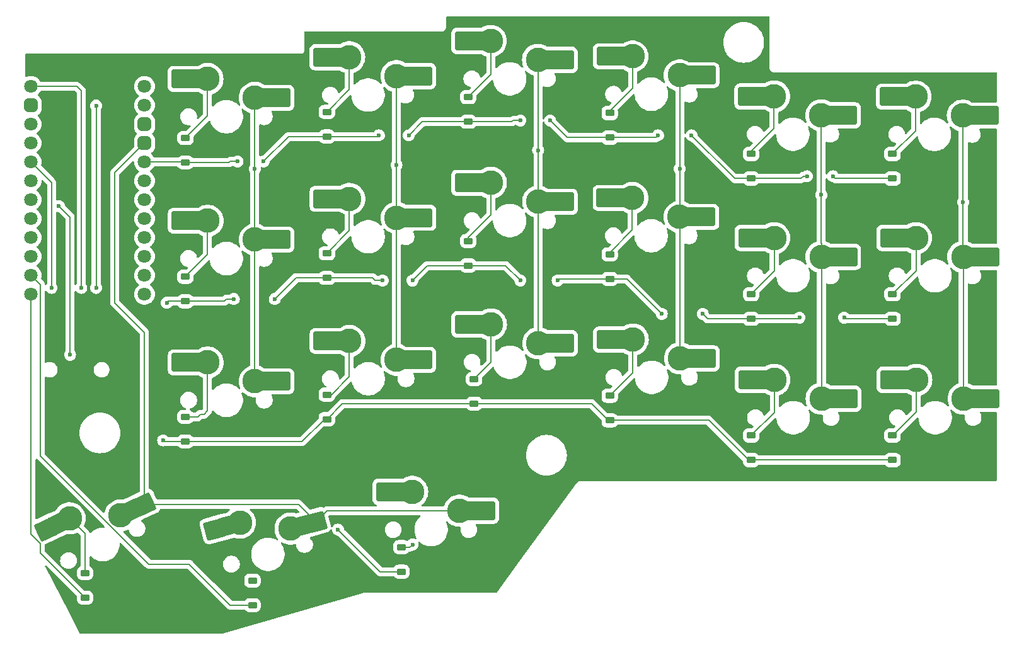
<source format=gtl>
%TF.GenerationSoftware,KiCad,Pcbnew,8.0.1*%
%TF.CreationDate,2024-09-02T22:54:56+02:00*%
%TF.ProjectId,KeyboardTest2,4b657962-6f61-4726-9454-657374322e6b,rev?*%
%TF.SameCoordinates,Original*%
%TF.FileFunction,Copper,L1,Top*%
%TF.FilePolarity,Positive*%
%FSLAX46Y46*%
G04 Gerber Fmt 4.6, Leading zero omitted, Abs format (unit mm)*
G04 Created by KiCad (PCBNEW 8.0.1) date 2024-09-02 22:54:56*
%MOMM*%
%LPD*%
G01*
G04 APERTURE LIST*
G04 Aperture macros list*
%AMRoundRect*
0 Rectangle with rounded corners*
0 $1 Rounding radius*
0 $2 $3 $4 $5 $6 $7 $8 $9 X,Y pos of 4 corners*
0 Add a 4 corners polygon primitive as box body*
4,1,4,$2,$3,$4,$5,$6,$7,$8,$9,$2,$3,0*
0 Add four circle primitives for the rounded corners*
1,1,$1+$1,$2,$3*
1,1,$1+$1,$4,$5*
1,1,$1+$1,$6,$7*
1,1,$1+$1,$8,$9*
0 Add four rect primitives between the rounded corners*
20,1,$1+$1,$2,$3,$4,$5,0*
20,1,$1+$1,$4,$5,$6,$7,0*
20,1,$1+$1,$6,$7,$8,$9,0*
20,1,$1+$1,$8,$9,$2,$3,0*%
%AMRotRect*
0 Rectangle, with rotation*
0 The origin of the aperture is its center*
0 $1 length*
0 $2 width*
0 $3 Rotation angle, in degrees counterclockwise*
0 Add horizontal line*
21,1,$1,$2,0,0,$3*%
G04 Aperture macros list end*
%TA.AperFunction,ComponentPad*%
%ADD10C,3.300000*%
%TD*%
%TA.AperFunction,SMDPad,CuDef*%
%ADD11R,1.650000X2.500000*%
%TD*%
%TA.AperFunction,SMDPad,CuDef*%
%ADD12RoundRect,0.250000X-1.025000X-1.000000X1.025000X-1.000000X1.025000X1.000000X-1.025000X1.000000X0*%
%TD*%
%TA.AperFunction,SMDPad,CuDef*%
%ADD13RoundRect,0.225000X0.375000X-0.225000X0.375000X0.225000X-0.375000X0.225000X-0.375000X-0.225000X0*%
%TD*%
%TA.AperFunction,SMDPad,CuDef*%
%ADD14RotRect,1.650000X2.500000X15.000000*%
%TD*%
%TA.AperFunction,SMDPad,CuDef*%
%ADD15RoundRect,0.250000X-0.731255X-1.231215X1.248893X-0.700636X0.731255X1.231215X-1.248893X0.700636X0*%
%TD*%
%TA.AperFunction,SMDPad,CuDef*%
%ADD16RotRect,1.650000X2.500000X195.000000*%
%TD*%
%TA.AperFunction,SMDPad,CuDef*%
%ADD17RotRect,1.650000X2.500000X25.000000*%
%TD*%
%TA.AperFunction,SMDPad,CuDef*%
%ADD18RoundRect,0.250000X-0.506347X-1.339492X1.351584X-0.473124X0.506347X1.339492X-1.351584X0.473124X0*%
%TD*%
%TA.AperFunction,SMDPad,CuDef*%
%ADD19RotRect,1.650000X2.500000X205.000000*%
%TD*%
%TA.AperFunction,ComponentPad*%
%ADD20C,1.800000*%
%TD*%
%TA.AperFunction,ComponentPad*%
%ADD21RoundRect,0.450000X0.450000X0.450000X-0.450000X0.450000X-0.450000X-0.450000X0.450000X-0.450000X0*%
%TD*%
%TA.AperFunction,ViaPad*%
%ADD22C,0.600000*%
%TD*%
%TA.AperFunction,Conductor*%
%ADD23C,0.200000*%
%TD*%
G04 APERTURE END LIST*
D10*
%TO.P,MX15,2,2*%
%TO.N,Net-(D15-A)*%
X85049379Y-62411573D03*
D11*
X83249379Y-62411573D03*
D12*
X81499379Y-62411573D03*
%TO.P,MX15,1,1*%
%TO.N,COL2*%
X94949379Y-64951573D03*
D11*
X93224379Y-64951573D03*
D10*
X91399379Y-64951573D03*
%TD*%
%TO.P,MX13,2,2*%
%TO.N,Net-(D13-A)*%
X46964076Y-67526322D03*
D11*
X45164076Y-67526322D03*
D12*
X43414076Y-67526322D03*
%TO.P,MX13,1,1*%
%TO.N,COL0*%
X56864076Y-70066322D03*
D11*
X55139076Y-70066322D03*
D10*
X53314076Y-70066322D03*
%TD*%
%TO.P,MX17,2,2*%
%TO.N,Net-(D17-A)*%
X123123800Y-69860431D03*
D11*
X121323800Y-69860431D03*
D12*
X119573800Y-69860431D03*
%TO.P,MX17,1,1*%
%TO.N,COL4*%
X133023800Y-72400431D03*
D11*
X131298800Y-72400431D03*
D10*
X129473800Y-72400431D03*
%TD*%
%TO.P,MX14,2,2*%
%TO.N,Net-(D14-A)*%
X66018986Y-64642406D03*
D11*
X64218986Y-64642406D03*
D12*
X62468986Y-64642406D03*
%TO.P,MX14,1,1*%
%TO.N,COL1*%
X75918986Y-67182406D03*
D11*
X74193986Y-67182406D03*
D10*
X72368986Y-67182406D03*
%TD*%
D13*
%TO.P,D12,2,A*%
%TO.N,Net-(D12-A)*%
X139000000Y-58350000D03*
%TO.P,D12,1,K*%
%TO.N,ROW1*%
X139000000Y-61650000D03*
%TD*%
D10*
%TO.P,MX10,2,2*%
%TO.N,Net-(D10-A)*%
X104040000Y-45420000D03*
D11*
X102240000Y-45420000D03*
D12*
X100490000Y-45420000D03*
%TO.P,MX10,1,1*%
%TO.N,COL3*%
X113940000Y-47960000D03*
D11*
X112215000Y-47960000D03*
D10*
X110390000Y-47960000D03*
%TD*%
%TO.P,MX2,2,2*%
%TO.N,Net-(D2-A)*%
X66000000Y-26500000D03*
D11*
X64200000Y-26500000D03*
D12*
X62450000Y-26500000D03*
%TO.P,MX2,1,1*%
%TO.N,COL1*%
X75900000Y-29040000D03*
D11*
X74175000Y-29040000D03*
D10*
X72350000Y-29040000D03*
%TD*%
%TO.P,MX11,2,2*%
%TO.N,Net-(D11-A)*%
X123103053Y-50802512D03*
D11*
X121303053Y-50802512D03*
D12*
X119553053Y-50802512D03*
%TO.P,MX11,1,1*%
%TO.N,COL4*%
X133003053Y-53342512D03*
D11*
X131278053Y-53342512D03*
D10*
X129453053Y-53342512D03*
%TD*%
D13*
%TO.P,D1,2,A*%
%TO.N,Net-(D1-A)*%
X44000000Y-37350000D03*
%TO.P,D1,1,K*%
%TO.N,ROW0*%
X44000000Y-40650000D03*
%TD*%
%TO.P,D2,2,A*%
%TO.N,Net-(D2-A)*%
X63000000Y-33850000D03*
%TO.P,D2,1,K*%
%TO.N,ROW0*%
X63000000Y-37150000D03*
%TD*%
D10*
%TO.P,MX16,2,2*%
%TO.N,Net-(D16-A)*%
X104100425Y-64445279D03*
D11*
X102300425Y-64445279D03*
D12*
X100550425Y-64445279D03*
%TO.P,MX16,1,1*%
%TO.N,COL3*%
X114000425Y-66985279D03*
D11*
X112275425Y-66985279D03*
D10*
X110450425Y-66985279D03*
%TD*%
D13*
%TO.P,D20,2,A*%
%TO.N,Net-(D20-A)*%
X53000000Y-96850000D03*
%TO.P,D20,1,K*%
%TO.N,M2OUT*%
X53000000Y-100150000D03*
%TD*%
%TO.P,D16,2,A*%
%TO.N,Net-(D16-A)*%
X101000000Y-72000000D03*
%TO.P,D16,1,K*%
%TO.N,ROW2*%
X101000000Y-75300000D03*
%TD*%
D10*
%TO.P,MX18,2,2*%
%TO.N,Net-(D18-A)*%
X142204753Y-69860431D03*
D11*
X140404753Y-69860431D03*
D12*
X138654753Y-69860431D03*
%TO.P,MX18,1,1*%
%TO.N,COL5*%
X152104753Y-72400431D03*
D11*
X150379753Y-72400431D03*
D10*
X148554753Y-72400431D03*
%TD*%
D13*
%TO.P,D7,2,A*%
%TO.N,Net-(D7-A)*%
X44000000Y-56000000D03*
%TO.P,D7,1,K*%
%TO.N,ROW1*%
X44000000Y-59300000D03*
%TD*%
D10*
%TO.P,MX3,2,2*%
%TO.N,Net-(D3-A)*%
X85019586Y-24308311D03*
D11*
X83219586Y-24308311D03*
D12*
X81469586Y-24308311D03*
%TO.P,MX3,1,1*%
%TO.N,COL2*%
X94919586Y-26848311D03*
D11*
X93194586Y-26848311D03*
D10*
X91369586Y-26848311D03*
%TD*%
%TO.P,MX5,2,2*%
%TO.N,Net-(D5-A)*%
X123078458Y-31764863D03*
D11*
X121278458Y-31764863D03*
D12*
X119528458Y-31764863D03*
%TO.P,MX5,1,1*%
%TO.N,COL4*%
X132978458Y-34304863D03*
D11*
X131253458Y-34304863D03*
D10*
X129428458Y-34304863D03*
%TD*%
D13*
%TO.P,D10,2,A*%
%TO.N,Net-(D10-A)*%
X101000000Y-53000000D03*
%TO.P,D10,1,K*%
%TO.N,ROW1*%
X101000000Y-56300000D03*
%TD*%
%TO.P,D14,2,A*%
%TO.N,Net-(D14-A)*%
X63000000Y-71850000D03*
%TO.P,D14,1,K*%
%TO.N,ROW2*%
X63000000Y-75150000D03*
%TD*%
D10*
%TO.P,MX9,2,2*%
%TO.N,Net-(D9-A)*%
X85038105Y-43378827D03*
D11*
X83238105Y-43378827D03*
D12*
X81488105Y-43378827D03*
%TO.P,MX9,1,1*%
%TO.N,COL2*%
X94938105Y-45918827D03*
D11*
X93213105Y-45918827D03*
D10*
X91388105Y-45918827D03*
%TD*%
%TO.P,MX21,2,2*%
%TO.N,Net-(D21-A)*%
X74460000Y-84920000D03*
D11*
X72660000Y-84920000D03*
D12*
X70910000Y-84920000D03*
%TO.P,MX21,1,1*%
%TO.N,MIN*%
X84360000Y-87460000D03*
D11*
X82635000Y-87460000D03*
D10*
X80810000Y-87460000D03*
%TD*%
%TO.P,MX4,2,2*%
%TO.N,Net-(D4-A)*%
X104057320Y-26381522D03*
D11*
X102257320Y-26381522D03*
D12*
X100507320Y-26381522D03*
%TO.P,MX4,1,1*%
%TO.N,COL3*%
X113957320Y-28921522D03*
D11*
X112232320Y-28921522D03*
D10*
X110407320Y-28921522D03*
%TD*%
%TO.P,MX1,2,2*%
%TO.N,Net-(D1-A)*%
X46960000Y-29420000D03*
D11*
X45160000Y-29420000D03*
D12*
X43410000Y-29420000D03*
%TO.P,MX1,1,1*%
%TO.N,COL0*%
X56860000Y-31960000D03*
D11*
X55135000Y-31960000D03*
D10*
X53310000Y-31960000D03*
%TD*%
%TO.P,MX6,2,2*%
%TO.N,Net-(D6-A)*%
X142099597Y-31794771D03*
D11*
X140299597Y-31794771D03*
D12*
X138549597Y-31794771D03*
%TO.P,MX6,1,1*%
%TO.N,COL5*%
X151999597Y-34334771D03*
D11*
X150274597Y-34334771D03*
D10*
X148449597Y-34334771D03*
%TD*%
D13*
%TO.P,D3,2,A*%
%TO.N,Net-(D3-A)*%
X82000000Y-31850000D03*
%TO.P,D3,1,K*%
%TO.N,ROW0*%
X82000000Y-35150000D03*
%TD*%
D10*
%TO.P,MX12,2,2*%
%TO.N,Net-(D12-A)*%
X142154099Y-50802512D03*
D11*
X140354099Y-50802512D03*
D12*
X138604099Y-50802512D03*
%TO.P,MX12,1,1*%
%TO.N,COL5*%
X152054099Y-53342512D03*
D11*
X150329099Y-53342512D03*
D10*
X148504099Y-53342512D03*
%TD*%
D13*
%TO.P,D21,2,A*%
%TO.N,Net-(D21-A)*%
X73000000Y-92350000D03*
%TO.P,D21,1,K*%
%TO.N,M3OUT*%
X73000000Y-95650000D03*
%TD*%
D10*
%TO.P,MX7,2,2*%
%TO.N,Net-(D7-A)*%
X46966488Y-48476107D03*
D11*
X45166488Y-48476107D03*
D12*
X43416488Y-48476107D03*
%TO.P,MX7,1,1*%
%TO.N,COL0*%
X56866488Y-51016107D03*
D11*
X55141488Y-51016107D03*
D10*
X53316488Y-51016107D03*
%TD*%
%TO.P,MX20,2,2*%
%TO.N,Net-(D20-A)*%
X51324845Y-89065298D03*
D14*
X49586179Y-89531173D03*
D15*
X47895808Y-89984106D03*
%TO.P,MX20,1,1*%
%TO.N,MIN*%
X61544911Y-88956441D03*
D16*
X59878688Y-89402904D03*
D10*
X58115874Y-89875249D03*
%TD*%
D13*
%TO.P,D4,2,A*%
%TO.N,Net-(D4-A)*%
X101000000Y-34000000D03*
%TO.P,D4,1,K*%
%TO.N,ROW0*%
X101000000Y-37300000D03*
%TD*%
%TO.P,D18,2,A*%
%TO.N,Net-(D18-A)*%
X139000000Y-77350000D03*
%TO.P,D18,1,K*%
%TO.N,ROW2*%
X139000000Y-80650000D03*
%TD*%
%TO.P,D19,2,A*%
%TO.N,Net-(D19-A)*%
X30500000Y-95850000D03*
%TO.P,D19,1,K*%
%TO.N,M1OUT*%
X30500000Y-99150000D03*
%TD*%
%TO.P,D13,2,A*%
%TO.N,Net-(D13-A)*%
X44000000Y-74850000D03*
%TO.P,D13,1,K*%
%TO.N,ROW2*%
X44000000Y-78150000D03*
%TD*%
%TO.P,D15,2,A*%
%TO.N,Net-(D15-A)*%
X82782089Y-69759564D03*
%TO.P,D15,1,K*%
%TO.N,ROW2*%
X82782089Y-73059564D03*
%TD*%
D10*
%TO.P,MX19,2,2*%
%TO.N,Net-(D19-A)*%
X28447033Y-88469407D03*
D17*
X26815679Y-89230120D03*
D18*
X25229641Y-89969702D03*
%TO.P,MX19,1,1*%
%TO.N,MIN*%
X38492931Y-86587508D03*
D19*
X36929550Y-87316524D03*
D10*
X35275538Y-88087803D03*
%TD*%
D13*
%TO.P,D17,2,A*%
%TO.N,Net-(D17-A)*%
X120000000Y-77350000D03*
%TO.P,D17,1,K*%
%TO.N,ROW2*%
X120000000Y-80650000D03*
%TD*%
%TO.P,D9,2,A*%
%TO.N,Net-(D9-A)*%
X82000000Y-51200000D03*
%TO.P,D9,1,K*%
%TO.N,ROW1*%
X82000000Y-54500000D03*
%TD*%
%TO.P,D5,2,A*%
%TO.N,Net-(D5-A)*%
X120000000Y-39500000D03*
%TO.P,D5,1,K*%
%TO.N,ROW0*%
X120000000Y-42800000D03*
%TD*%
%TO.P,D8,2,A*%
%TO.N,Net-(D8-A)*%
X63000000Y-52850000D03*
%TO.P,D8,1,K*%
%TO.N,ROW1*%
X63000000Y-56150000D03*
%TD*%
D10*
%TO.P,MX8,2,2*%
%TO.N,Net-(D8-A)*%
X66022349Y-45541895D03*
D11*
X64222349Y-45541895D03*
D12*
X62472349Y-45541895D03*
%TO.P,MX8,1,1*%
%TO.N,COL1*%
X75922349Y-48081895D03*
D11*
X74197349Y-48081895D03*
D10*
X72372349Y-48081895D03*
%TD*%
D13*
%TO.P,D11,2,A*%
%TO.N,Net-(D11-A)*%
X120000000Y-58350000D03*
%TO.P,D11,1,K*%
%TO.N,ROW1*%
X120000000Y-61650000D03*
%TD*%
%TO.P,D6,2,A*%
%TO.N,Net-(D6-A)*%
X139000000Y-39500000D03*
%TO.P,D6,1,K*%
%TO.N,ROW0*%
X139000000Y-42800000D03*
%TD*%
D20*
%TO.P,J1,24,Pin_24*%
%TO.N,M1OUT*%
X23260000Y-58360000D03*
%TO.P,J1,23,Pin_23*%
%TO.N,M2OUT*%
X23260000Y-55820000D03*
%TO.P,J1,22,Pin_22*%
%TO.N,M3OUT*%
X23260000Y-53280000D03*
%TO.P,J1,21,Pin_21*%
%TO.N,ROW2*%
X23260000Y-50740000D03*
%TO.P,J1,20,Pin_20*%
%TO.N,unconnected-(J1-Pin_20-Pad20)*%
X23260000Y-48200000D03*
%TO.P,J1,19,Pin_19*%
%TO.N,unconnected-(J1-Pin_19-Pad19)*%
X23260000Y-45660000D03*
%TO.P,J1,18,Pin_18*%
%TO.N,Net-(J1-Pin_18)*%
X23260000Y-43120000D03*
%TO.P,J1,17,Pin_17*%
%TO.N,Net-(J1-Pin_17)*%
X23260000Y-40580000D03*
%TO.P,J1,16,Pin_16*%
%TO.N,unconnected-(J1-Pin_16-Pad16)*%
X23260000Y-38040000D03*
%TO.P,J1,15,Pin_15*%
%TO.N,unconnected-(J1-Pin_15-Pad15)*%
X23260000Y-35500000D03*
D21*
%TO.P,J1,14,Pin_14*%
%TO.N,Net-(J1-Pin_14)*%
X23260000Y-32960000D03*
D20*
%TO.P,J1,13,Pin_13*%
%TO.N,Net-(J1-Pin_13)*%
X23260000Y-30420000D03*
%TO.P,J1,12,Pin_12*%
%TO.N,ROW1*%
X38500000Y-58360000D03*
%TO.P,J1,11,Pin_11*%
%TO.N,COL5*%
X38500000Y-55820000D03*
%TO.P,J1,10,Pin_10*%
%TO.N,COL4*%
X38500000Y-53280000D03*
%TO.P,J1,9,Pin_9*%
%TO.N,COL3*%
X38500000Y-50740000D03*
%TO.P,J1,8,Pin_8*%
%TO.N,COL2*%
X38500000Y-48200000D03*
%TO.P,J1,7,Pin_7*%
%TO.N,COL1*%
X38500000Y-45660000D03*
%TO.P,J1,6,Pin_6*%
%TO.N,COL0*%
X38500000Y-43120000D03*
%TO.P,J1,5,Pin_5*%
%TO.N,ROW0*%
X38500000Y-40580000D03*
D21*
%TO.P,J1,4,Pin_4*%
%TO.N,MIN*%
X38500000Y-38040000D03*
%TO.P,J1,3,Pin_3*%
%TO.N,unconnected-(J1-Pin_3-Pad3)*%
X38500000Y-35500000D03*
D20*
%TO.P,J1,2,Pin_2*%
%TO.N,unconnected-(J1-Pin_2-Pad2)*%
X38500000Y-32960000D03*
%TO.P,J1,1,Pin_1*%
%TO.N,unconnected-(J1-Pin_1-Pad1)*%
X38500000Y-30420000D03*
%TD*%
D22*
%TO.N,Net-(D21-A)*%
X74500000Y-92000000D03*
%TO.N,Net-(J1-Pin_14)*%
X32000000Y-33000000D03*
X32000000Y-57500000D03*
%TO.N,Net-(J1-Pin_17)*%
X26000000Y-57500000D03*
%TO.N,Net-(J1-Pin_18)*%
X28500000Y-66500000D03*
X27000000Y-46500000D03*
%TO.N,Net-(J1-Pin_13)*%
X30000000Y-57500000D03*
%TO.N,ROW0*%
X51000000Y-40500000D03*
X107500000Y-37000000D03*
X93000000Y-35000000D03*
X127500000Y-42500000D03*
X54500000Y-40500000D03*
X89000000Y-35000000D03*
X131000000Y-42500000D03*
X112000000Y-37000000D03*
X74000000Y-37000000D03*
X70000000Y-37000000D03*
%TO.N,ROW1*%
X56000000Y-59000000D03*
X132500000Y-61500000D03*
X50500000Y-59000000D03*
X126500000Y-61500000D03*
X41500000Y-59500000D03*
X113500000Y-61000000D03*
X108000000Y-61000000D03*
X89000000Y-56500000D03*
X94000000Y-56500000D03*
X70500000Y-56500000D03*
X74500000Y-56500000D03*
%TO.N,ROW2*%
X41000000Y-78000000D03*
%TO.N,COL0*%
X53316488Y-41500000D03*
%TO.N,COL1*%
X72350000Y-41000000D03*
%TO.N,COL2*%
X91388105Y-39000000D03*
%TO.N,COL3*%
X110407320Y-41500000D03*
%TO.N,COL4*%
X129428458Y-45000000D03*
%TO.N,COL5*%
X148494597Y-46000000D03*
%TO.N,M3OUT*%
X64500000Y-90000000D03*
%TD*%
D23*
%TO.N,MIN*%
X34500000Y-42040000D02*
X38500000Y-38040000D01*
X34500000Y-59500000D02*
X34500000Y-42040000D01*
X38492931Y-86587508D02*
X38492931Y-63492931D01*
X38492931Y-63492931D02*
X34500000Y-59500000D01*
%TO.N,Net-(D1-A)*%
X44000000Y-37350000D02*
X46960000Y-34390000D01*
X46960000Y-34390000D02*
X46960000Y-29420000D01*
%TO.N,Net-(D2-A)*%
X63000000Y-33850000D02*
X66000000Y-30850000D01*
X66000000Y-30850000D02*
X66000000Y-26500000D01*
%TO.N,Net-(D3-A)*%
X82000000Y-31850000D02*
X85019586Y-28830414D01*
X85019586Y-28830414D02*
X85019586Y-24308311D01*
%TO.N,Net-(D4-A)*%
X104057320Y-30686747D02*
X104057320Y-26381522D01*
X101000000Y-33744067D02*
X104057320Y-30686747D01*
X101000000Y-34000000D02*
X101000000Y-33744067D01*
%TO.N,Net-(D5-A)*%
X120000000Y-39500000D02*
X120000000Y-39148546D01*
X120000000Y-39148546D02*
X123078458Y-36070088D01*
X123078458Y-36070088D02*
X123078458Y-31764863D01*
%TO.N,Net-(D6-A)*%
X142099597Y-36400403D02*
X142099597Y-31794771D01*
X139000000Y-39500000D02*
X142099597Y-36400403D01*
%TO.N,Net-(D7-A)*%
X46966488Y-53033512D02*
X46966488Y-48476107D01*
X44000000Y-56000000D02*
X46966488Y-53033512D01*
%TO.N,Net-(D8-A)*%
X63000000Y-52850000D02*
X66022349Y-49827651D01*
X66022349Y-49827651D02*
X66022349Y-45541895D01*
%TO.N,Net-(D9-A)*%
X85038105Y-47684052D02*
X85038105Y-43378827D01*
X82000000Y-51200000D02*
X82000000Y-50722157D01*
X82000000Y-50722157D02*
X85038105Y-47684052D01*
%TO.N,Net-(D10-A)*%
X101000000Y-52765225D02*
X104040000Y-49725225D01*
X104040000Y-49725225D02*
X104040000Y-45420000D01*
X101000000Y-53000000D02*
X101000000Y-52765225D01*
%TO.N,Net-(D11-A)*%
X123103053Y-55246947D02*
X123103053Y-50802512D01*
X120000000Y-58350000D02*
X123103053Y-55246947D01*
%TO.N,Net-(D12-A)*%
X142154099Y-55195901D02*
X142154099Y-50802512D01*
X139000000Y-58350000D02*
X142154099Y-55195901D01*
%TO.N,Net-(D13-A)*%
X45650000Y-74850000D02*
X44000000Y-74850000D01*
X46500000Y-74500000D02*
X46000000Y-74500000D01*
X46964076Y-67526322D02*
X46964076Y-74035924D01*
X46964076Y-74035924D02*
X46500000Y-74500000D01*
X46000000Y-74500000D02*
X45650000Y-74850000D01*
%TO.N,Net-(D14-A)*%
X63000000Y-71850000D02*
X63600000Y-71850000D01*
X63600000Y-71850000D02*
X66018986Y-69431014D01*
X66018986Y-69431014D02*
X66018986Y-64642406D01*
%TO.N,Net-(D15-A)*%
X82782089Y-69759564D02*
X85049379Y-67492274D01*
X85049379Y-67492274D02*
X85049379Y-62411573D01*
%TO.N,Net-(D16-A)*%
X104100425Y-68899575D02*
X104100425Y-64445279D01*
X101000000Y-72000000D02*
X104100425Y-68899575D01*
%TO.N,Net-(D17-A)*%
X123123800Y-74226200D02*
X123123800Y-69860431D01*
X120000000Y-77350000D02*
X123123800Y-74226200D01*
%TO.N,Net-(D18-A)*%
X142204753Y-74165656D02*
X142204753Y-69860431D01*
X139000000Y-77350000D02*
X139020409Y-77350000D01*
X139020409Y-77350000D02*
X142204753Y-74165656D01*
%TO.N,Net-(D19-A)*%
X30500000Y-95850000D02*
X30500000Y-90522374D01*
X30500000Y-90522374D02*
X28447033Y-88469407D01*
%TO.N,Net-(D21-A)*%
X73000000Y-92350000D02*
X74150000Y-92350000D01*
X74150000Y-92350000D02*
X74500000Y-92000000D01*
%TO.N,Net-(J1-Pin_14)*%
X32000000Y-57500000D02*
X32000000Y-56500000D01*
X32000000Y-56500000D02*
X32000000Y-33000000D01*
%TO.N,Net-(J1-Pin_17)*%
X26000000Y-43320000D02*
X23260000Y-40580000D01*
X26000000Y-57500000D02*
X26000000Y-43320000D01*
%TO.N,Net-(J1-Pin_18)*%
X28500000Y-66500000D02*
X28500000Y-48000000D01*
X28500000Y-48000000D02*
X27000000Y-46500000D01*
%TO.N,Net-(J1-Pin_13)*%
X29420000Y-30420000D02*
X23260000Y-30420000D01*
X30000000Y-31000000D02*
X29420000Y-30420000D01*
X30000000Y-57500000D02*
X30000000Y-31000000D01*
%TO.N,ROW0*%
X117800000Y-42800000D02*
X112000000Y-37000000D01*
X49850000Y-40650000D02*
X44000000Y-40650000D01*
X75850000Y-35150000D02*
X74000000Y-37000000D01*
X127000000Y-42500000D02*
X126700000Y-42800000D01*
X51000000Y-40500000D02*
X50000000Y-40500000D01*
X70000000Y-37000000D02*
X69850000Y-37150000D01*
X69850000Y-37150000D02*
X63000000Y-37150000D01*
X101000000Y-37300000D02*
X95300000Y-37300000D01*
X107200000Y-37300000D02*
X101000000Y-37300000D01*
X126700000Y-42800000D02*
X120000000Y-42800000D01*
X50000000Y-40500000D02*
X49850000Y-40650000D01*
X131300000Y-42800000D02*
X131000000Y-42500000D01*
X44000000Y-40650000D02*
X43650000Y-40650000D01*
X139000000Y-42800000D02*
X131300000Y-42800000D01*
X43580000Y-40580000D02*
X38500000Y-40580000D01*
X43650000Y-40650000D02*
X43580000Y-40580000D01*
X87850000Y-35150000D02*
X82000000Y-35150000D01*
X63000000Y-37150000D02*
X57850000Y-37150000D01*
X107500000Y-37000000D02*
X107200000Y-37300000D01*
X95300000Y-37300000D02*
X93000000Y-35000000D01*
X57850000Y-37150000D02*
X54500000Y-40500000D01*
X89000000Y-35000000D02*
X88000000Y-35000000D01*
X88000000Y-35000000D02*
X87850000Y-35150000D01*
X82000000Y-35150000D02*
X75850000Y-35150000D01*
X120000000Y-42800000D02*
X117800000Y-42800000D01*
X127500000Y-42500000D02*
X127000000Y-42500000D01*
%TO.N,ROW1*%
X76500000Y-54500000D02*
X74500000Y-56500000D01*
X103300000Y-56300000D02*
X101000000Y-56300000D01*
X132650000Y-61650000D02*
X132500000Y-61500000D01*
X89000000Y-56500000D02*
X87000000Y-54500000D01*
X50500000Y-59000000D02*
X49500000Y-59000000D01*
X70500000Y-56500000D02*
X69500000Y-56500000D01*
X44000000Y-59300000D02*
X41700000Y-59300000D01*
X63000000Y-56150000D02*
X58850000Y-56150000D01*
X49500000Y-59000000D02*
X49200000Y-59300000D01*
X94200000Y-56300000D02*
X94000000Y-56500000D01*
X126350000Y-61650000D02*
X120000000Y-61650000D01*
X120000000Y-61650000D02*
X114150000Y-61650000D01*
X82000000Y-54500000D02*
X76500000Y-54500000D01*
X69150000Y-56150000D02*
X63000000Y-56150000D01*
X126500000Y-61500000D02*
X126350000Y-61650000D01*
X49200000Y-59300000D02*
X44000000Y-59300000D01*
X108000000Y-61000000D02*
X103300000Y-56300000D01*
X58850000Y-56150000D02*
X56000000Y-59000000D01*
X41700000Y-59300000D02*
X41500000Y-59500000D01*
X114150000Y-61650000D02*
X113500000Y-61000000D01*
X69500000Y-56500000D02*
X69150000Y-56150000D01*
X87000000Y-54500000D02*
X82000000Y-54500000D01*
X101000000Y-56300000D02*
X94200000Y-56300000D01*
X139000000Y-61650000D02*
X132650000Y-61650000D01*
%TO.N,ROW2*%
X65090436Y-73059564D02*
X63000000Y-75150000D01*
X59650000Y-78150000D02*
X44000000Y-78150000D01*
X100800000Y-75300000D02*
X98559564Y-73059564D01*
X119650000Y-80650000D02*
X114300000Y-75300000D01*
X101000000Y-75300000D02*
X100800000Y-75300000D01*
X41000000Y-78000000D02*
X41150000Y-78150000D01*
X120000000Y-80650000D02*
X119650000Y-80650000D01*
X139000000Y-80650000D02*
X120000000Y-80650000D01*
X63000000Y-75150000D02*
X62650000Y-75150000D01*
X82782089Y-73059564D02*
X65090436Y-73059564D01*
X114300000Y-75300000D02*
X101000000Y-75300000D01*
X98559564Y-73059564D02*
X82782089Y-73059564D01*
X41150000Y-78150000D02*
X44000000Y-78150000D01*
X62650000Y-75150000D02*
X59650000Y-78150000D01*
%TO.N,COL0*%
X53316488Y-41500000D02*
X53316488Y-31966488D01*
X53314076Y-51018519D02*
X53316488Y-51016107D01*
X53316488Y-51016107D02*
X53316488Y-41500000D01*
X53316488Y-31966488D02*
X53310000Y-31960000D01*
X53314076Y-70066322D02*
X53314076Y-51018519D01*
%TO.N,COL1*%
X72350000Y-29040000D02*
X72350000Y-41000000D01*
X72350000Y-41000000D02*
X72350000Y-48059546D01*
X72372349Y-48081895D02*
X72372349Y-67179043D01*
X72372349Y-67179043D02*
X72368986Y-67182406D01*
X72350000Y-48059546D02*
X72372349Y-48081895D01*
%TO.N,COL2*%
X91388105Y-39000000D02*
X91388105Y-26866830D01*
X91388105Y-26866830D02*
X91369586Y-26848311D01*
X91388105Y-45918827D02*
X91388105Y-39000000D01*
X91399379Y-45930101D02*
X91388105Y-45918827D01*
X91399379Y-64951573D02*
X91399379Y-45930101D01*
%TO.N,COL3*%
X110435000Y-48005000D02*
X110435000Y-66969854D01*
X110407320Y-47942680D02*
X110390000Y-47960000D01*
X110435000Y-66969854D02*
X110450425Y-66985279D01*
X110390000Y-47960000D02*
X110435000Y-48005000D01*
X110407320Y-28921522D02*
X110407320Y-41500000D01*
X110407320Y-41500000D02*
X110407320Y-47942680D01*
%TO.N,COL4*%
X129453053Y-53342512D02*
X129453053Y-72379684D01*
X129453053Y-72379684D02*
X129473800Y-72400431D01*
X129428458Y-45000000D02*
X129428458Y-51492917D01*
X129428458Y-51492917D02*
X129453053Y-51517512D01*
X129428458Y-34304863D02*
X129428458Y-45000000D01*
X129453053Y-51517512D02*
X129453053Y-53342512D01*
%TO.N,COL5*%
X148449597Y-34334771D02*
X148494597Y-34379771D01*
X148494597Y-53333010D02*
X148504099Y-53342512D01*
X148504099Y-53342512D02*
X148504099Y-72349777D01*
X148494597Y-34379771D02*
X148494597Y-46000000D01*
X148504099Y-72349777D02*
X148554753Y-72400431D01*
X148494597Y-46000000D02*
X148494597Y-53333010D01*
%TO.N,M1OUT*%
X30500000Y-99150000D02*
X24493548Y-93143548D01*
X24493548Y-91863849D02*
X23260000Y-90630301D01*
X23260000Y-90630301D02*
X23260000Y-58360000D01*
X24493548Y-93143548D02*
X24493548Y-91863849D01*
%TO.N,M2OUT*%
X24500000Y-57060000D02*
X23260000Y-55820000D01*
X44500000Y-94650000D02*
X39080018Y-94650000D01*
X24500000Y-80069982D02*
X24500000Y-57060000D01*
X53000000Y-100150000D02*
X50000000Y-100150000D01*
X39080018Y-94650000D02*
X24500000Y-80069982D01*
X50000000Y-100150000D02*
X44500000Y-94650000D01*
%TO.N,M3OUT*%
X73000000Y-95650000D02*
X70150000Y-95650000D01*
X70150000Y-95650000D02*
X64500000Y-90000000D01*
%TO.N,MIN*%
X61544911Y-88956441D02*
X63041352Y-87460000D01*
X38492931Y-86587508D02*
X59175978Y-86587508D01*
X59175978Y-86587508D02*
X61544911Y-88956441D01*
X63041352Y-87460000D02*
X80810000Y-87460000D01*
%TD*%
%TA.AperFunction,NonConductor*%
G36*
X150924588Y-36085271D02*
G01*
X152875500Y-36085270D01*
X152942539Y-36104955D01*
X152988294Y-36157758D01*
X152999500Y-36209270D01*
X152999500Y-51468012D01*
X152979815Y-51535051D01*
X152927011Y-51580806D01*
X152875500Y-51592012D01*
X149799156Y-51592012D01*
X149734728Y-51573960D01*
X149495781Y-51428653D01*
X149495773Y-51428648D01*
X149225942Y-51311445D01*
X149185639Y-51300152D01*
X149126398Y-51263109D01*
X149096587Y-51199918D01*
X149095097Y-51180751D01*
X149095097Y-46582412D01*
X149114782Y-46515373D01*
X149122152Y-46505097D01*
X149124407Y-46502267D01*
X149124413Y-46502262D01*
X149220386Y-46349522D01*
X149279965Y-46179255D01*
X149281229Y-46168036D01*
X149300162Y-46000003D01*
X149300162Y-45999996D01*
X149279966Y-45820750D01*
X149279965Y-45820745D01*
X149220385Y-45650476D01*
X149169682Y-45569783D01*
X149124413Y-45497738D01*
X149124411Y-45497736D01*
X149124410Y-45497734D01*
X149122147Y-45494896D01*
X149121256Y-45492715D01*
X149120708Y-45491842D01*
X149120861Y-45491745D01*
X149095741Y-45430209D01*
X149095097Y-45417587D01*
X149095097Y-38022100D01*
X149114782Y-37955061D01*
X149167586Y-37909306D01*
X149236744Y-37899362D01*
X149275392Y-37911615D01*
X149287555Y-37917813D01*
X149287557Y-37917814D01*
X149354631Y-37939607D01*
X149456042Y-37972557D01*
X149631018Y-38000271D01*
X149631019Y-38000271D01*
X149808175Y-38000271D01*
X149808176Y-38000271D01*
X149983152Y-37972557D01*
X150151639Y-37917813D01*
X150309487Y-37837385D01*
X150452811Y-37733254D01*
X150578080Y-37607985D01*
X150682211Y-37464661D01*
X150762639Y-37306813D01*
X150817383Y-37138326D01*
X150845097Y-36963350D01*
X150845097Y-36786192D01*
X150817383Y-36611216D01*
X150782162Y-36502815D01*
X150762640Y-36442731D01*
X150762639Y-36442728D01*
X150682210Y-36284879D01*
X150680232Y-36282157D01*
X150679799Y-36280943D01*
X150679665Y-36280725D01*
X150679710Y-36280696D01*
X150656751Y-36216351D01*
X150672576Y-36148297D01*
X150722681Y-36099601D01*
X150780549Y-36085270D01*
X150924579Y-36085270D01*
X150924588Y-36085271D01*
G37*
%TD.AperFunction*%
%TA.AperFunction,NonConductor*%
G36*
X24876310Y-43045545D02*
G01*
X25363181Y-43532416D01*
X25396666Y-43593739D01*
X25399500Y-43620097D01*
X25399500Y-56917587D01*
X25379815Y-56984626D01*
X25372450Y-56994896D01*
X25370186Y-56997734D01*
X25329495Y-57062494D01*
X25277160Y-57108785D01*
X25208106Y-57119433D01*
X25144258Y-57091058D01*
X25105886Y-57032668D01*
X25100501Y-56996522D01*
X25100501Y-56980945D01*
X25100501Y-56980943D01*
X25059577Y-56828215D01*
X25003902Y-56731784D01*
X24980520Y-56691284D01*
X24868716Y-56579480D01*
X24868715Y-56579479D01*
X24864385Y-56575149D01*
X24864374Y-56575139D01*
X24634204Y-56344969D01*
X24600719Y-56283646D01*
X24601680Y-56226847D01*
X24622137Y-56146068D01*
X24646134Y-56051305D01*
X24647782Y-56031415D01*
X24665300Y-55820006D01*
X24665300Y-55819993D01*
X24646135Y-55588702D01*
X24646133Y-55588691D01*
X24589157Y-55363699D01*
X24495924Y-55151151D01*
X24368983Y-54956852D01*
X24368980Y-54956849D01*
X24368979Y-54956847D01*
X24211784Y-54786087D01*
X24034180Y-54647853D01*
X23993368Y-54591143D01*
X23989693Y-54521370D01*
X24024324Y-54460687D01*
X24034181Y-54452146D01*
X24211784Y-54313913D01*
X24368979Y-54143153D01*
X24495924Y-53948849D01*
X24589157Y-53736300D01*
X24646134Y-53511305D01*
X24646135Y-53511297D01*
X24665300Y-53280006D01*
X24665300Y-53279993D01*
X24646135Y-53048702D01*
X24646133Y-53048691D01*
X24589157Y-52823699D01*
X24495924Y-52611151D01*
X24368983Y-52416852D01*
X24368980Y-52416849D01*
X24368979Y-52416847D01*
X24211784Y-52246087D01*
X24034180Y-52107853D01*
X23993368Y-52051143D01*
X23989693Y-51981370D01*
X24024324Y-51920687D01*
X24034181Y-51912146D01*
X24037388Y-51909650D01*
X24211784Y-51773913D01*
X24368979Y-51603153D01*
X24495924Y-51408849D01*
X24589157Y-51196300D01*
X24646134Y-50971305D01*
X24646135Y-50971297D01*
X24665300Y-50740006D01*
X24665300Y-50739993D01*
X24646135Y-50508702D01*
X24646133Y-50508691D01*
X24589157Y-50283699D01*
X24495924Y-50071151D01*
X24368983Y-49876852D01*
X24368980Y-49876849D01*
X24368979Y-49876847D01*
X24211784Y-49706087D01*
X24034180Y-49567853D01*
X23993368Y-49511143D01*
X23989693Y-49441370D01*
X24024324Y-49380687D01*
X24034181Y-49372146D01*
X24211784Y-49233913D01*
X24368979Y-49063153D01*
X24369659Y-49062113D01*
X24417228Y-48989302D01*
X24495924Y-48868849D01*
X24589157Y-48656300D01*
X24646134Y-48431305D01*
X24651194Y-48370248D01*
X24665300Y-48200003D01*
X24665300Y-48199993D01*
X24646135Y-47968702D01*
X24646133Y-47968691D01*
X24589157Y-47743699D01*
X24495924Y-47531151D01*
X24368983Y-47336852D01*
X24368980Y-47336849D01*
X24368979Y-47336847D01*
X24211784Y-47166087D01*
X24034180Y-47027853D01*
X23993368Y-46971143D01*
X23989693Y-46901370D01*
X24024324Y-46840687D01*
X24034181Y-46832146D01*
X24066228Y-46807203D01*
X24211784Y-46693913D01*
X24368979Y-46523153D01*
X24495924Y-46328849D01*
X24589157Y-46116300D01*
X24646134Y-45891305D01*
X24646135Y-45891297D01*
X24665300Y-45660006D01*
X24665300Y-45659993D01*
X24646135Y-45428702D01*
X24646133Y-45428691D01*
X24589157Y-45203699D01*
X24495924Y-44991151D01*
X24368983Y-44796852D01*
X24368980Y-44796849D01*
X24368979Y-44796847D01*
X24211784Y-44626087D01*
X24034180Y-44487853D01*
X23993368Y-44431143D01*
X23989693Y-44361370D01*
X24024324Y-44300687D01*
X24034181Y-44292146D01*
X24211784Y-44153913D01*
X24368979Y-43983153D01*
X24495924Y-43788849D01*
X24589157Y-43576300D01*
X24646134Y-43351305D01*
X24665052Y-43122984D01*
X24690206Y-43057801D01*
X24746608Y-43016563D01*
X24816351Y-43012365D01*
X24876310Y-43045545D01*
G37*
%TD.AperFunction*%
%TA.AperFunction,NonConductor*%
G36*
X29186942Y-31040185D02*
G01*
X29207584Y-31056819D01*
X29363181Y-31212416D01*
X29396666Y-31273739D01*
X29399500Y-31300097D01*
X29399500Y-56917587D01*
X29379815Y-56984626D01*
X29372450Y-56994896D01*
X29370184Y-56997737D01*
X29329493Y-57062496D01*
X29277158Y-57108787D01*
X29208105Y-57119434D01*
X29144257Y-57091059D01*
X29105885Y-57032669D01*
X29100500Y-56996523D01*
X29100500Y-47920945D01*
X29100500Y-47920943D01*
X29059577Y-47768216D01*
X29038872Y-47732353D01*
X28980524Y-47631290D01*
X28980521Y-47631286D01*
X28980520Y-47631284D01*
X28868716Y-47519480D01*
X28868715Y-47519479D01*
X28864385Y-47515149D01*
X28864374Y-47515139D01*
X27830700Y-46481465D01*
X27797215Y-46420142D01*
X27795163Y-46407686D01*
X27785368Y-46320745D01*
X27725789Y-46150478D01*
X27629816Y-45997738D01*
X27502262Y-45870184D01*
X27490969Y-45863088D01*
X27349523Y-45774211D01*
X27179254Y-45714631D01*
X27179249Y-45714630D01*
X27000004Y-45694435D01*
X26999996Y-45694435D01*
X26820750Y-45714630D01*
X26820739Y-45714633D01*
X26765453Y-45733978D01*
X26695674Y-45737539D01*
X26635047Y-45702809D01*
X26602821Y-45640816D01*
X26600500Y-45616936D01*
X26600500Y-43240945D01*
X26600500Y-43240943D01*
X26570724Y-43129816D01*
X26559577Y-43088215D01*
X26514483Y-43010111D01*
X26509951Y-43002262D01*
X26480521Y-42951286D01*
X26480520Y-42951284D01*
X26368716Y-42839480D01*
X26368715Y-42839479D01*
X26364385Y-42835149D01*
X26364374Y-42835139D01*
X24634204Y-41104969D01*
X24600719Y-41043646D01*
X24601680Y-40986847D01*
X24602243Y-40984626D01*
X24646134Y-40811305D01*
X24657076Y-40679254D01*
X24665300Y-40580006D01*
X24665300Y-40579993D01*
X24646135Y-40348702D01*
X24646133Y-40348691D01*
X24589157Y-40123699D01*
X24495924Y-39911151D01*
X24368983Y-39716852D01*
X24368980Y-39716849D01*
X24368979Y-39716847D01*
X24211784Y-39546087D01*
X24034180Y-39407853D01*
X23993368Y-39351143D01*
X23989693Y-39281370D01*
X24024324Y-39220687D01*
X24034181Y-39212146D01*
X24211784Y-39073913D01*
X24368979Y-38903153D01*
X24495924Y-38708849D01*
X24589157Y-38496300D01*
X24646134Y-38271305D01*
X24648699Y-38240348D01*
X24665300Y-38040006D01*
X24665300Y-38039993D01*
X24646135Y-37808702D01*
X24646133Y-37808691D01*
X24589157Y-37583699D01*
X24495924Y-37371151D01*
X24368983Y-37176852D01*
X24368980Y-37176849D01*
X24368979Y-37176847D01*
X24211784Y-37006087D01*
X24034180Y-36867853D01*
X23993368Y-36811143D01*
X23989693Y-36741370D01*
X24024324Y-36680687D01*
X24034181Y-36672146D01*
X24211784Y-36533913D01*
X24368979Y-36363153D01*
X24495924Y-36168849D01*
X24589157Y-35956300D01*
X24646134Y-35731305D01*
X24647454Y-35715374D01*
X24665300Y-35500006D01*
X24665300Y-35499993D01*
X24646135Y-35268702D01*
X24646133Y-35268691D01*
X24589157Y-35043699D01*
X24495924Y-34831151D01*
X24368983Y-34636852D01*
X24368980Y-34636849D01*
X24368979Y-34636847D01*
X24211784Y-34466087D01*
X24211779Y-34466083D01*
X24211777Y-34466081D01*
X24174983Y-34437443D01*
X24134170Y-34380733D01*
X24130495Y-34310960D01*
X24165127Y-34250277D01*
X24193728Y-34229684D01*
X24235751Y-34207734D01*
X24385571Y-34085571D01*
X24507734Y-33935751D01*
X24597237Y-33764406D01*
X24650417Y-33578552D01*
X24660500Y-33465138D01*
X24660500Y-32454862D01*
X24650417Y-32341448D01*
X24597237Y-32155594D01*
X24507734Y-31984249D01*
X24433787Y-31893561D01*
X24385571Y-31834428D01*
X24235751Y-31712266D01*
X24218006Y-31702997D01*
X24193732Y-31690317D01*
X24143426Y-31641831D01*
X24127319Y-31573843D01*
X24150526Y-31507940D01*
X24174978Y-31482559D01*
X24211784Y-31453913D01*
X24368979Y-31283153D01*
X24375130Y-31273739D01*
X24404256Y-31229157D01*
X24495924Y-31088849D01*
X24495926Y-31088843D01*
X24497747Y-31085481D01*
X24546967Y-31035891D01*
X24606801Y-31020500D01*
X29119903Y-31020500D01*
X29186942Y-31040185D01*
G37*
%TD.AperFunction*%
%TA.AperFunction,NonConductor*%
G36*
X150979090Y-55093012D02*
G01*
X152875500Y-55093011D01*
X152942539Y-55112696D01*
X152988294Y-55165499D01*
X152999500Y-55217011D01*
X152999500Y-70525931D01*
X152979815Y-70592970D01*
X152927011Y-70638725D01*
X152875500Y-70649931D01*
X149849810Y-70649931D01*
X149785382Y-70631879D01*
X149601525Y-70520073D01*
X149546427Y-70486567D01*
X149276595Y-70369363D01*
X149276591Y-70369362D01*
X149195143Y-70346541D01*
X149135901Y-70309499D01*
X149106090Y-70246309D01*
X149104599Y-70227140D01*
X149104599Y-57006912D01*
X149124284Y-56939873D01*
X149177088Y-56894118D01*
X149246246Y-56884174D01*
X149284893Y-56896427D01*
X149292886Y-56900500D01*
X149342052Y-56925552D01*
X149342059Y-56925555D01*
X149411038Y-56947967D01*
X149510544Y-56980298D01*
X149685520Y-57008012D01*
X149685521Y-57008012D01*
X149862677Y-57008012D01*
X149862678Y-57008012D01*
X150037654Y-56980298D01*
X150206141Y-56925554D01*
X150363989Y-56845126D01*
X150507313Y-56740995D01*
X150632582Y-56615726D01*
X150736713Y-56472402D01*
X150817141Y-56314554D01*
X150871885Y-56146067D01*
X150899599Y-55971091D01*
X150899599Y-55793933D01*
X150871885Y-55618957D01*
X150822286Y-55466305D01*
X150817142Y-55450472D01*
X150817141Y-55450469D01*
X150736712Y-55292620D01*
X150734734Y-55289898D01*
X150734301Y-55288684D01*
X150734167Y-55288466D01*
X150734212Y-55288437D01*
X150711253Y-55224092D01*
X150727078Y-55156038D01*
X150777183Y-55107342D01*
X150835051Y-55093011D01*
X150979081Y-55093011D01*
X150979090Y-55093012D01*
G37*
%TD.AperFunction*%
%TA.AperFunction,NonConductor*%
G36*
X24065703Y-80485367D02*
G01*
X24072181Y-80491399D01*
X24138349Y-80557567D01*
X24138355Y-80557572D01*
X33124702Y-89543919D01*
X33158187Y-89605242D01*
X33153203Y-89674934D01*
X33111331Y-89730867D01*
X33045867Y-89755284D01*
X33037021Y-89755600D01*
X32748850Y-89755600D01*
X32748844Y-89755600D01*
X32748839Y-89755601D01*
X32457159Y-89794001D01*
X32172961Y-89870152D01*
X31901161Y-89982734D01*
X31901145Y-89982742D01*
X31646366Y-90129840D01*
X31646350Y-90129851D01*
X31412947Y-90308947D01*
X31290000Y-90431894D01*
X31228677Y-90465378D01*
X31158985Y-90460394D01*
X31103052Y-90418522D01*
X31082546Y-90376310D01*
X31059577Y-90290590D01*
X31043969Y-90263556D01*
X30980524Y-90153664D01*
X30980518Y-90153656D01*
X30396430Y-89569568D01*
X30362945Y-89508245D01*
X30367929Y-89438553D01*
X30374001Y-89424864D01*
X30424105Y-89328171D01*
X30522625Y-89050961D01*
X30522625Y-89050956D01*
X30522628Y-89050950D01*
X30579069Y-88779336D01*
X30582481Y-88762918D01*
X30602558Y-88469407D01*
X30582481Y-88175896D01*
X30559090Y-88063333D01*
X30522628Y-87887863D01*
X30522623Y-87887847D01*
X30455783Y-87699776D01*
X30424105Y-87610643D01*
X30288755Y-87349431D01*
X30288754Y-87349429D01*
X30288750Y-87349423D01*
X30119100Y-87109083D01*
X30046561Y-87031413D01*
X29918293Y-86894072D01*
X29918291Y-86894071D01*
X29918289Y-86894068D01*
X29690078Y-86708405D01*
X29438713Y-86555546D01*
X29438708Y-86555544D01*
X29168878Y-86438341D01*
X28885593Y-86358968D01*
X28885589Y-86358967D01*
X28885588Y-86358967D01*
X28651564Y-86326801D01*
X28594132Y-86318907D01*
X28594131Y-86318907D01*
X28299935Y-86318907D01*
X28299934Y-86318907D01*
X28008478Y-86358967D01*
X28008472Y-86358968D01*
X27725187Y-86438341D01*
X27455357Y-86555544D01*
X27455352Y-86555546D01*
X27203987Y-86708405D01*
X26975776Y-86894068D01*
X26774965Y-87109083D01*
X26605311Y-87349429D01*
X26605308Y-87349434D01*
X26592401Y-87374343D01*
X26544080Y-87424809D01*
X26534710Y-87429674D01*
X25464137Y-87928892D01*
X24036905Y-88594421D01*
X23967827Y-88604913D01*
X23904043Y-88576393D01*
X23865804Y-88517917D01*
X23860500Y-88482039D01*
X23860500Y-80579080D01*
X23880185Y-80512041D01*
X23932989Y-80466286D01*
X24002147Y-80456342D01*
X24065703Y-80485367D01*
G37*
%TD.AperFunction*%
%TA.AperFunction,NonConductor*%
G36*
X122442539Y-21020185D02*
G01*
X122488294Y-21072989D01*
X122499500Y-21124500D01*
X122499500Y-28065892D01*
X122499619Y-28066336D01*
X122533608Y-28193187D01*
X122566554Y-28250250D01*
X122599500Y-28307314D01*
X122692686Y-28400500D01*
X122762874Y-28441023D01*
X122797935Y-28461266D01*
X122806814Y-28466392D01*
X122934108Y-28500500D01*
X123065892Y-28500500D01*
X152875500Y-28500500D01*
X152942539Y-28520185D01*
X152988294Y-28572989D01*
X152999500Y-28624500D01*
X152999500Y-32460271D01*
X152979815Y-32527310D01*
X152927011Y-32573065D01*
X152875500Y-32584271D01*
X149744654Y-32584271D01*
X149680226Y-32566219D01*
X149441279Y-32420912D01*
X149441271Y-32420907D01*
X149171442Y-32303705D01*
X148888157Y-32224332D01*
X148888153Y-32224331D01*
X148888152Y-32224331D01*
X148672841Y-32194737D01*
X148596696Y-32184271D01*
X148596695Y-32184271D01*
X148302499Y-32184271D01*
X148302498Y-32184271D01*
X148011042Y-32224331D01*
X148011036Y-32224332D01*
X147727751Y-32303705D01*
X147457921Y-32420908D01*
X147457916Y-32420910D01*
X147206551Y-32573769D01*
X146978340Y-32759432D01*
X146777529Y-32974447D01*
X146607879Y-33214787D01*
X146607875Y-33214793D01*
X146472524Y-33476008D01*
X146374006Y-33753211D01*
X146374001Y-33753227D01*
X146314149Y-34041257D01*
X146314148Y-34041259D01*
X146294072Y-34334771D01*
X146314148Y-34628282D01*
X146314149Y-34628284D01*
X146374001Y-34916314D01*
X146374006Y-34916330D01*
X146472523Y-35193533D01*
X146473761Y-35196382D01*
X146473882Y-35197355D01*
X146473943Y-35197526D01*
X146473905Y-35197539D01*
X146482407Y-35265715D01*
X146452196Y-35328716D01*
X146392720Y-35365382D01*
X146322863Y-35364073D01*
X146272340Y-35333452D01*
X146122613Y-35183725D01*
X146122606Y-35183719D01*
X145889202Y-35004622D01*
X145889200Y-35004620D01*
X145889194Y-35004616D01*
X145889189Y-35004613D01*
X145889186Y-35004611D01*
X145634407Y-34857513D01*
X145634391Y-34857505D01*
X145362591Y-34744923D01*
X145333033Y-34737003D01*
X145078397Y-34668773D01*
X145078396Y-34668772D01*
X145078393Y-34668772D01*
X144786713Y-34630372D01*
X144786708Y-34630371D01*
X144786703Y-34630371D01*
X144492491Y-34630371D01*
X144492485Y-34630371D01*
X144492480Y-34630372D01*
X144200800Y-34668772D01*
X143916602Y-34744923D01*
X143644802Y-34857505D01*
X143644786Y-34857513D01*
X143390007Y-35004611D01*
X143389991Y-35004622D01*
X143156587Y-35183719D01*
X143156580Y-35183725D01*
X142948551Y-35391754D01*
X142948542Y-35391764D01*
X142922472Y-35425740D01*
X142866044Y-35466943D01*
X142796298Y-35471097D01*
X142735378Y-35436884D01*
X142702626Y-35375166D01*
X142700097Y-35350253D01*
X142700097Y-33953868D01*
X142719782Y-33886829D01*
X142772586Y-33841074D01*
X142790644Y-33834466D01*
X142806841Y-33829928D01*
X142821438Y-33825838D01*
X142821439Y-33825838D01*
X143091272Y-33708633D01*
X143091277Y-33708631D01*
X143105472Y-33699999D01*
X143342646Y-33555770D01*
X143570857Y-33370106D01*
X143771662Y-33155097D01*
X143941319Y-32914747D01*
X144076669Y-32653535D01*
X144175189Y-32376325D01*
X144175189Y-32376320D01*
X144175192Y-32376314D01*
X144215098Y-32184271D01*
X144235045Y-32088282D01*
X144255122Y-31794771D01*
X144235045Y-31501260D01*
X144209523Y-31378440D01*
X144175192Y-31213227D01*
X144175187Y-31213211D01*
X144123304Y-31067227D01*
X144076669Y-30936007D01*
X143941319Y-30674795D01*
X143941318Y-30674793D01*
X143941314Y-30674787D01*
X143771664Y-30434447D01*
X143674493Y-30330403D01*
X143570857Y-30219436D01*
X143570855Y-30219435D01*
X143570853Y-30219432D01*
X143367133Y-30053694D01*
X143342646Y-30033772D01*
X143342644Y-30033771D01*
X143342642Y-30033769D01*
X143091277Y-29880910D01*
X143091272Y-29880908D01*
X142821442Y-29763705D01*
X142538157Y-29684332D01*
X142538153Y-29684331D01*
X142538152Y-29684331D01*
X142392423Y-29664301D01*
X142246696Y-29644271D01*
X142246695Y-29644271D01*
X141952499Y-29644271D01*
X141952498Y-29644271D01*
X141661042Y-29684331D01*
X141661036Y-29684332D01*
X141377751Y-29763705D01*
X141107921Y-29880908D01*
X141107916Y-29880910D01*
X140868967Y-30026219D01*
X140804539Y-30044271D01*
X137474595Y-30044271D01*
X137474578Y-30044272D01*
X137371800Y-30054771D01*
X137371797Y-30054772D01*
X137205265Y-30109956D01*
X137205260Y-30109958D01*
X137055939Y-30202060D01*
X136931886Y-30326113D01*
X136839784Y-30475434D01*
X136839782Y-30475439D01*
X136815108Y-30549902D01*
X136784598Y-30641974D01*
X136784598Y-30641975D01*
X136784597Y-30641975D01*
X136774097Y-30744754D01*
X136774097Y-32844772D01*
X136774098Y-32844789D01*
X136784597Y-32947567D01*
X136784598Y-32947570D01*
X136839782Y-33114102D01*
X136839784Y-33114107D01*
X136863197Y-33152066D01*
X136931885Y-33263427D01*
X137055941Y-33387483D01*
X137205263Y-33479585D01*
X137371800Y-33534770D01*
X137474588Y-33545271D01*
X139426715Y-33545270D01*
X139426724Y-33545271D01*
X140804538Y-33545270D01*
X140868966Y-33563322D01*
X141107916Y-33708631D01*
X141107921Y-33708633D01*
X141377755Y-33825838D01*
X141408550Y-33834466D01*
X141467793Y-33871507D01*
X141497606Y-33934697D01*
X141499097Y-33953868D01*
X141499097Y-36100305D01*
X141479412Y-36167344D01*
X141462778Y-36187986D01*
X140881719Y-36769044D01*
X140820396Y-36802529D01*
X140750704Y-36797545D01*
X140694771Y-36755673D01*
X140671566Y-36700762D01*
X140657383Y-36611216D01*
X140657383Y-36611215D01*
X140602640Y-36442731D01*
X140602639Y-36442728D01*
X140548222Y-36335930D01*
X140522211Y-36284881D01*
X140418080Y-36141557D01*
X140292811Y-36016288D01*
X140149487Y-35912157D01*
X140145462Y-35910106D01*
X139991639Y-35831728D01*
X139991636Y-35831727D01*
X139823153Y-35776985D01*
X139673828Y-35753334D01*
X139648176Y-35749271D01*
X139471018Y-35749271D01*
X139445366Y-35753334D01*
X139296040Y-35776985D01*
X139127557Y-35831727D01*
X139127554Y-35831728D01*
X138969706Y-35912157D01*
X138908949Y-35956300D01*
X138826383Y-36016288D01*
X138826381Y-36016290D01*
X138826380Y-36016290D01*
X138701116Y-36141554D01*
X138701116Y-36141555D01*
X138701114Y-36141557D01*
X138662696Y-36194435D01*
X138596983Y-36284880D01*
X138516554Y-36442728D01*
X138516553Y-36442731D01*
X138461811Y-36611214D01*
X138450693Y-36681408D01*
X138434097Y-36786192D01*
X138434097Y-36963350D01*
X138439485Y-36997365D01*
X138461811Y-37138327D01*
X138516553Y-37306810D01*
X138516554Y-37306813D01*
X138574966Y-37421451D01*
X138596983Y-37464661D01*
X138701114Y-37607985D01*
X138826383Y-37733254D01*
X138969707Y-37837385D01*
X139032881Y-37869574D01*
X139127554Y-37917813D01*
X139127557Y-37917814D01*
X139296041Y-37972557D01*
X139313704Y-37975354D01*
X139385588Y-37986739D01*
X139448721Y-38016668D01*
X139485653Y-38075979D01*
X139484655Y-38145841D01*
X139453870Y-38196893D01*
X139137582Y-38513181D01*
X139076259Y-38546666D01*
X139049901Y-38549500D01*
X138576662Y-38549500D01*
X138576644Y-38549501D01*
X138477292Y-38559650D01*
X138477289Y-38559651D01*
X138316305Y-38612996D01*
X138316294Y-38613001D01*
X138171959Y-38702029D01*
X138171955Y-38702032D01*
X138052032Y-38821955D01*
X138052029Y-38821959D01*
X137963001Y-38966294D01*
X137962996Y-38966305D01*
X137909651Y-39127290D01*
X137899500Y-39226647D01*
X137899500Y-39773337D01*
X137899501Y-39773355D01*
X137909650Y-39872707D01*
X137909651Y-39872710D01*
X137962996Y-40033694D01*
X137963001Y-40033705D01*
X138052029Y-40178040D01*
X138052032Y-40178044D01*
X138171955Y-40297967D01*
X138171959Y-40297970D01*
X138316294Y-40386998D01*
X138316297Y-40386999D01*
X138316303Y-40387003D01*
X138477292Y-40440349D01*
X138576655Y-40450500D01*
X139423344Y-40450499D01*
X139423352Y-40450498D01*
X139423355Y-40450498D01*
X139477760Y-40444940D01*
X139522708Y-40440349D01*
X139683697Y-40387003D01*
X139828044Y-40297968D01*
X139947968Y-40178044D01*
X140037003Y-40033697D01*
X140090349Y-39872708D01*
X140100500Y-39773345D01*
X140100499Y-39300095D01*
X140120183Y-39233057D01*
X140136813Y-39212420D01*
X142209507Y-37139727D01*
X142270828Y-37106244D01*
X142340520Y-37111228D01*
X142396453Y-37153100D01*
X142420125Y-37211225D01*
X142432708Y-37306810D01*
X142433599Y-37313571D01*
X142504473Y-37578077D01*
X142509749Y-37597765D01*
X142622331Y-37869565D01*
X142622339Y-37869581D01*
X142769437Y-38124360D01*
X142769448Y-38124376D01*
X142948545Y-38357780D01*
X142948551Y-38357787D01*
X143156580Y-38565816D01*
X143156587Y-38565822D01*
X143218067Y-38612997D01*
X143390000Y-38744926D01*
X143390007Y-38744930D01*
X143644786Y-38892028D01*
X143644802Y-38892036D01*
X143916602Y-39004618D01*
X143916604Y-39004618D01*
X143916610Y-39004621D01*
X144200797Y-39080769D01*
X144492491Y-39119171D01*
X144492498Y-39119171D01*
X144786696Y-39119171D01*
X144786703Y-39119171D01*
X145078397Y-39080769D01*
X145362584Y-39004621D01*
X145595683Y-38908069D01*
X145634391Y-38892036D01*
X145634394Y-38892034D01*
X145634400Y-38892032D01*
X145889194Y-38744926D01*
X146122608Y-38565821D01*
X146330647Y-38357782D01*
X146509752Y-38124368D01*
X146656858Y-37869574D01*
X146661000Y-37859576D01*
X146769444Y-37597765D01*
X146769443Y-37597765D01*
X146769447Y-37597758D01*
X146845595Y-37313571D01*
X146883997Y-37021877D01*
X146883997Y-36727665D01*
X146845595Y-36435971D01*
X146769447Y-36151784D01*
X146684923Y-35947725D01*
X146677455Y-35878256D01*
X146708730Y-35815777D01*
X146768819Y-35780125D01*
X146838644Y-35782619D01*
X146890108Y-35815636D01*
X146978340Y-35910109D01*
X147095137Y-36005130D01*
X147206548Y-36095770D01*
X147206550Y-36095771D01*
X147206551Y-36095772D01*
X147457916Y-36248631D01*
X147457921Y-36248633D01*
X147727749Y-36365835D01*
X147727753Y-36365837D01*
X147727754Y-36365837D01*
X147727756Y-36365838D01*
X147803552Y-36387074D01*
X147862794Y-36424115D01*
X147892606Y-36487305D01*
X147894097Y-36506476D01*
X147894097Y-45417587D01*
X147874412Y-45484626D01*
X147867047Y-45494896D01*
X147864783Y-45497734D01*
X147768808Y-45650476D01*
X147709228Y-45820745D01*
X147709227Y-45820750D01*
X147689032Y-45999996D01*
X147689032Y-46000003D01*
X147709227Y-46179249D01*
X147709228Y-46179254D01*
X147768808Y-46349523D01*
X147826640Y-46441561D01*
X147863602Y-46500386D01*
X147864782Y-46502263D01*
X147867042Y-46505097D01*
X147867931Y-46507275D01*
X147868486Y-46508158D01*
X147868331Y-46508255D01*
X147893452Y-46569783D01*
X147894097Y-46582412D01*
X147894097Y-51186076D01*
X147874412Y-51253115D01*
X147821608Y-51298870D01*
X147803555Y-51305477D01*
X147782255Y-51311445D01*
X147512423Y-51428649D01*
X147512418Y-51428651D01*
X147261053Y-51581510D01*
X147032842Y-51767173D01*
X146832031Y-51982188D01*
X146662381Y-52222528D01*
X146662377Y-52222534D01*
X146527026Y-52483749D01*
X146428508Y-52760952D01*
X146428503Y-52760968D01*
X146368651Y-53048998D01*
X146368650Y-53049000D01*
X146348574Y-53342512D01*
X146368650Y-53636023D01*
X146368651Y-53636025D01*
X146428503Y-53924055D01*
X146428508Y-53924071D01*
X146527025Y-54201274D01*
X146528263Y-54204123D01*
X146528384Y-54205096D01*
X146528445Y-54205267D01*
X146528407Y-54205280D01*
X146536909Y-54273456D01*
X146506698Y-54336457D01*
X146447222Y-54373123D01*
X146377365Y-54371814D01*
X146326842Y-54341193D01*
X146177115Y-54191466D01*
X146177108Y-54191460D01*
X145943704Y-54012363D01*
X145943702Y-54012361D01*
X145943696Y-54012357D01*
X145943691Y-54012354D01*
X145943688Y-54012352D01*
X145688909Y-53865254D01*
X145688893Y-53865246D01*
X145417093Y-53752664D01*
X145388356Y-53744964D01*
X145132899Y-53676514D01*
X145132898Y-53676513D01*
X145132895Y-53676513D01*
X144841215Y-53638113D01*
X144841210Y-53638112D01*
X144841205Y-53638112D01*
X144546993Y-53638112D01*
X144546987Y-53638112D01*
X144546982Y-53638113D01*
X144255302Y-53676513D01*
X143971104Y-53752664D01*
X143699304Y-53865246D01*
X143699288Y-53865254D01*
X143444509Y-54012352D01*
X143444493Y-54012363D01*
X143211089Y-54191460D01*
X143211082Y-54191466D01*
X143003053Y-54399495D01*
X143003044Y-54399505D01*
X142976974Y-54433481D01*
X142920546Y-54474684D01*
X142850800Y-54478838D01*
X142789880Y-54444625D01*
X142757128Y-54382907D01*
X142754599Y-54357994D01*
X142754599Y-52961609D01*
X142774284Y-52894570D01*
X142827088Y-52848815D01*
X142845146Y-52842207D01*
X142875940Y-52833579D01*
X142875941Y-52833579D01*
X143145774Y-52716374D01*
X143145779Y-52716372D01*
X143145781Y-52716371D01*
X143397148Y-52563511D01*
X143625359Y-52377847D01*
X143826164Y-52162838D01*
X143995821Y-51922488D01*
X144131171Y-51661276D01*
X144229691Y-51384066D01*
X144229691Y-51384061D01*
X144229694Y-51384055D01*
X144272819Y-51176522D01*
X144289547Y-51096023D01*
X144309624Y-50802512D01*
X144289547Y-50509001D01*
X144272188Y-50425467D01*
X144229694Y-50220968D01*
X144229689Y-50220952D01*
X144169445Y-50051442D01*
X144131171Y-49943748D01*
X144002202Y-49694850D01*
X143995820Y-49682534D01*
X143995816Y-49682528D01*
X143826166Y-49442188D01*
X143725937Y-49334869D01*
X143625359Y-49227177D01*
X143625357Y-49227176D01*
X143625355Y-49227173D01*
X143422469Y-49062113D01*
X143397148Y-49041513D01*
X143397146Y-49041512D01*
X143397144Y-49041510D01*
X143145779Y-48888651D01*
X143145774Y-48888649D01*
X142875944Y-48771446D01*
X142592659Y-48692073D01*
X142592655Y-48692072D01*
X142592654Y-48692072D01*
X142446925Y-48672042D01*
X142301198Y-48652012D01*
X142301197Y-48652012D01*
X142007001Y-48652012D01*
X142007000Y-48652012D01*
X141715544Y-48692072D01*
X141715538Y-48692073D01*
X141432253Y-48771446D01*
X141162423Y-48888649D01*
X141162418Y-48888651D01*
X140923469Y-49033960D01*
X140859041Y-49052012D01*
X137529097Y-49052012D01*
X137529080Y-49052013D01*
X137426302Y-49062512D01*
X137426299Y-49062513D01*
X137259767Y-49117697D01*
X137259762Y-49117699D01*
X137110441Y-49209801D01*
X136986388Y-49333854D01*
X136894286Y-49483175D01*
X136894284Y-49483180D01*
X136878855Y-49529743D01*
X136839100Y-49649715D01*
X136839100Y-49649716D01*
X136839099Y-49649716D01*
X136828599Y-49752495D01*
X136828599Y-51852513D01*
X136828600Y-51852530D01*
X136839099Y-51955308D01*
X136839100Y-51955311D01*
X136894284Y-52121843D01*
X136894286Y-52121848D01*
X136911958Y-52150499D01*
X136986387Y-52271168D01*
X137110443Y-52395224D01*
X137259765Y-52487326D01*
X137426302Y-52542511D01*
X137529090Y-52553012D01*
X139481217Y-52553011D01*
X139481226Y-52553012D01*
X140859040Y-52553011D01*
X140923468Y-52571063D01*
X141162418Y-52716372D01*
X141162423Y-52716374D01*
X141432257Y-52833579D01*
X141463052Y-52842207D01*
X141522295Y-52879248D01*
X141552108Y-52942438D01*
X141553599Y-52961609D01*
X141553599Y-54895802D01*
X141533914Y-54962841D01*
X141517280Y-54983483D01*
X140896639Y-55604124D01*
X140835316Y-55637609D01*
X140765624Y-55632625D01*
X140709691Y-55590753D01*
X140691027Y-55554761D01*
X140657142Y-55450472D01*
X140657141Y-55450469D01*
X140606984Y-55352032D01*
X140576713Y-55292622D01*
X140472582Y-55149298D01*
X140347313Y-55024029D01*
X140203989Y-54919898D01*
X140199964Y-54917847D01*
X140046141Y-54839469D01*
X140046138Y-54839468D01*
X139877655Y-54784726D01*
X139790166Y-54770869D01*
X139702678Y-54757012D01*
X139525520Y-54757012D01*
X139467194Y-54766250D01*
X139350542Y-54784726D01*
X139182059Y-54839468D01*
X139182056Y-54839469D01*
X139024208Y-54919898D01*
X138987114Y-54946849D01*
X138880885Y-55024029D01*
X138880883Y-55024031D01*
X138880882Y-55024031D01*
X138755618Y-55149295D01*
X138755618Y-55149296D01*
X138755616Y-55149298D01*
X138711768Y-55209650D01*
X138651485Y-55292621D01*
X138571056Y-55450469D01*
X138571055Y-55450472D01*
X138516313Y-55618955D01*
X138501159Y-55714631D01*
X138488599Y-55793933D01*
X138488599Y-55971091D01*
X138492820Y-55997738D01*
X138516313Y-56146068D01*
X138571055Y-56314551D01*
X138571056Y-56314554D01*
X138625265Y-56420943D01*
X138651485Y-56472402D01*
X138755616Y-56615726D01*
X138880885Y-56740995D01*
X139024209Y-56845126D01*
X139087383Y-56877315D01*
X139182056Y-56925554D01*
X139182059Y-56925555D01*
X139286348Y-56959440D01*
X139344023Y-56998877D01*
X139371222Y-57063235D01*
X139359308Y-57132082D01*
X139335711Y-57165052D01*
X139137582Y-57363181D01*
X139076259Y-57396666D01*
X139049901Y-57399500D01*
X138576662Y-57399500D01*
X138576644Y-57399501D01*
X138477292Y-57409650D01*
X138477289Y-57409651D01*
X138316305Y-57462996D01*
X138316294Y-57463001D01*
X138171959Y-57552029D01*
X138171955Y-57552032D01*
X138052032Y-57671955D01*
X138052029Y-57671959D01*
X137963001Y-57816294D01*
X137962996Y-57816305D01*
X137909651Y-57977290D01*
X137899500Y-58076647D01*
X137899500Y-58623337D01*
X137899501Y-58623355D01*
X137909650Y-58722707D01*
X137909651Y-58722710D01*
X137962996Y-58883694D01*
X137963001Y-58883705D01*
X138052029Y-59028040D01*
X138052032Y-59028044D01*
X138171955Y-59147967D01*
X138171959Y-59147970D01*
X138316294Y-59236998D01*
X138316297Y-59236999D01*
X138316303Y-59237003D01*
X138477292Y-59290349D01*
X138576655Y-59300500D01*
X139423344Y-59300499D01*
X139423352Y-59300498D01*
X139423355Y-59300498D01*
X139477760Y-59294940D01*
X139522708Y-59290349D01*
X139683697Y-59237003D01*
X139828044Y-59147968D01*
X139947968Y-59028044D01*
X140037003Y-58883697D01*
X140090349Y-58722708D01*
X140100500Y-58623345D01*
X140100499Y-58150096D01*
X140120183Y-58083058D01*
X140136813Y-58062421D01*
X142239317Y-55959917D01*
X142300638Y-55926434D01*
X142370330Y-55931418D01*
X142426263Y-55973290D01*
X142449935Y-56031415D01*
X142487211Y-56314554D01*
X142488101Y-56321312D01*
X142540946Y-56518533D01*
X142564251Y-56605506D01*
X142676833Y-56877306D01*
X142676841Y-56877322D01*
X142823939Y-57132101D01*
X142823950Y-57132117D01*
X143003047Y-57365521D01*
X143003053Y-57365528D01*
X143211082Y-57573557D01*
X143211088Y-57573562D01*
X143444502Y-57752667D01*
X143444509Y-57752671D01*
X143699288Y-57899769D01*
X143699304Y-57899777D01*
X143971104Y-58012359D01*
X143971106Y-58012359D01*
X143971112Y-58012362D01*
X144255299Y-58088510D01*
X144546993Y-58126912D01*
X144547000Y-58126912D01*
X144841198Y-58126912D01*
X144841205Y-58126912D01*
X145132899Y-58088510D01*
X145417086Y-58012362D01*
X145664784Y-57909763D01*
X145688893Y-57899777D01*
X145688896Y-57899775D01*
X145688902Y-57899773D01*
X145943696Y-57752667D01*
X146177110Y-57573562D01*
X146385149Y-57365523D01*
X146564254Y-57132109D01*
X146705767Y-56887003D01*
X146711356Y-56877322D01*
X146711364Y-56877306D01*
X146823946Y-56605506D01*
X146823945Y-56605506D01*
X146823949Y-56605499D01*
X146900097Y-56321312D01*
X146938499Y-56029618D01*
X146938499Y-55735406D01*
X146900097Y-55443712D01*
X146823949Y-55159525D01*
X146739425Y-54955466D01*
X146731957Y-54885997D01*
X146763232Y-54823518D01*
X146823321Y-54787866D01*
X146893146Y-54790360D01*
X146944609Y-54823376D01*
X147012250Y-54895802D01*
X147032842Y-54917850D01*
X147113516Y-54983483D01*
X147261050Y-55103511D01*
X147261052Y-55103512D01*
X147261053Y-55103513D01*
X147512418Y-55256372D01*
X147512423Y-55256374D01*
X147782257Y-55373579D01*
X147813052Y-55382207D01*
X147872295Y-55419248D01*
X147902108Y-55482438D01*
X147903599Y-55501609D01*
X147903599Y-70257328D01*
X147883914Y-70324367D01*
X147831110Y-70370122D01*
X147829001Y-70371062D01*
X147563072Y-70486570D01*
X147311707Y-70639429D01*
X147083496Y-70825092D01*
X146882685Y-71040107D01*
X146713035Y-71280447D01*
X146713031Y-71280453D01*
X146577680Y-71541668D01*
X146479162Y-71818871D01*
X146479157Y-71818887D01*
X146419305Y-72106917D01*
X146419304Y-72106919D01*
X146399228Y-72400431D01*
X146419304Y-72693942D01*
X146419305Y-72693944D01*
X146479157Y-72981974D01*
X146479162Y-72981990D01*
X146577679Y-73259193D01*
X146578917Y-73262042D01*
X146579038Y-73263015D01*
X146579099Y-73263186D01*
X146579061Y-73263199D01*
X146587563Y-73331375D01*
X146557352Y-73394376D01*
X146497876Y-73431042D01*
X146428019Y-73429733D01*
X146377496Y-73399112D01*
X146227769Y-73249385D01*
X146227762Y-73249379D01*
X145994358Y-73070282D01*
X145994356Y-73070280D01*
X145994350Y-73070276D01*
X145994345Y-73070273D01*
X145994342Y-73070271D01*
X145739563Y-72923173D01*
X145739547Y-72923165D01*
X145467747Y-72810583D01*
X145430113Y-72800499D01*
X145183553Y-72734433D01*
X145183552Y-72734432D01*
X145183549Y-72734432D01*
X144891869Y-72696032D01*
X144891864Y-72696031D01*
X144891859Y-72696031D01*
X144597647Y-72696031D01*
X144597641Y-72696031D01*
X144597636Y-72696032D01*
X144305956Y-72734432D01*
X144021758Y-72810583D01*
X143749958Y-72923165D01*
X143749942Y-72923173D01*
X143495163Y-73070271D01*
X143495147Y-73070282D01*
X143261743Y-73249379D01*
X143261736Y-73249385D01*
X143053707Y-73457414D01*
X143053698Y-73457424D01*
X143027628Y-73491400D01*
X142971200Y-73532603D01*
X142901454Y-73536757D01*
X142840534Y-73502544D01*
X142807782Y-73440826D01*
X142805253Y-73415913D01*
X142805253Y-72019528D01*
X142824938Y-71952489D01*
X142877742Y-71906734D01*
X142895800Y-71900126D01*
X142926594Y-71891498D01*
X142926595Y-71891498D01*
X143196428Y-71774293D01*
X143196433Y-71774291D01*
X143204017Y-71769679D01*
X143447802Y-71621430D01*
X143676013Y-71435766D01*
X143876818Y-71220757D01*
X144046475Y-70980407D01*
X144181825Y-70719195D01*
X144280345Y-70441985D01*
X144280345Y-70441980D01*
X144280348Y-70441974D01*
X144318717Y-70257328D01*
X144340201Y-70153942D01*
X144360278Y-69860431D01*
X144340774Y-69575300D01*
X144340201Y-69566919D01*
X144340200Y-69566917D01*
X144336788Y-69550499D01*
X144313865Y-69440182D01*
X144280348Y-69278887D01*
X144280343Y-69278871D01*
X144229488Y-69135779D01*
X144181825Y-69001667D01*
X144046850Y-68741178D01*
X144046474Y-68740453D01*
X144046470Y-68740447D01*
X143876820Y-68500107D01*
X143779394Y-68395790D01*
X143676013Y-68285096D01*
X143676011Y-68285095D01*
X143676009Y-68285092D01*
X143469950Y-68117451D01*
X143447802Y-68099432D01*
X143447800Y-68099431D01*
X143447798Y-68099429D01*
X143196433Y-67946570D01*
X143196428Y-67946568D01*
X142926598Y-67829365D01*
X142643313Y-67749992D01*
X142643309Y-67749991D01*
X142643308Y-67749991D01*
X142497579Y-67729961D01*
X142351852Y-67709931D01*
X142351851Y-67709931D01*
X142057655Y-67709931D01*
X142057654Y-67709931D01*
X141766198Y-67749991D01*
X141766192Y-67749992D01*
X141482907Y-67829365D01*
X141213077Y-67946568D01*
X141213072Y-67946570D01*
X140974123Y-68091879D01*
X140909695Y-68109931D01*
X137579751Y-68109931D01*
X137579734Y-68109932D01*
X137476956Y-68120431D01*
X137476953Y-68120432D01*
X137310421Y-68175616D01*
X137310416Y-68175618D01*
X137161095Y-68267720D01*
X137037042Y-68391773D01*
X136944940Y-68541094D01*
X136944938Y-68541099D01*
X136926194Y-68597666D01*
X136889754Y-68707634D01*
X136889754Y-68707635D01*
X136889753Y-68707635D01*
X136879253Y-68810414D01*
X136879253Y-70910432D01*
X136879254Y-70910449D01*
X136889753Y-71013227D01*
X136889754Y-71013230D01*
X136944938Y-71179762D01*
X136944940Y-71179767D01*
X136956491Y-71198494D01*
X137037041Y-71329087D01*
X137161097Y-71453143D01*
X137310419Y-71545245D01*
X137476956Y-71600430D01*
X137579744Y-71610931D01*
X139531871Y-71610930D01*
X139531880Y-71610931D01*
X140909694Y-71610930D01*
X140974122Y-71628982D01*
X141213072Y-71774291D01*
X141213077Y-71774293D01*
X141482911Y-71891498D01*
X141513706Y-71900126D01*
X141572949Y-71937167D01*
X141602762Y-72000357D01*
X141604253Y-72019528D01*
X141604253Y-73865558D01*
X141584568Y-73932597D01*
X141567934Y-73953239D01*
X140925672Y-74595500D01*
X140864349Y-74628985D01*
X140794657Y-74624001D01*
X140738724Y-74582129D01*
X140720060Y-74546136D01*
X140707797Y-74508394D01*
X140707795Y-74508388D01*
X140659190Y-74412997D01*
X140627367Y-74350541D01*
X140523236Y-74207217D01*
X140397967Y-74081948D01*
X140254643Y-73977817D01*
X140225565Y-73963001D01*
X140096795Y-73897388D01*
X140096792Y-73897387D01*
X139928309Y-73842645D01*
X139807465Y-73823505D01*
X139753332Y-73814931D01*
X139576174Y-73814931D01*
X139522041Y-73823505D01*
X139401196Y-73842645D01*
X139232713Y-73897387D01*
X139232710Y-73897388D01*
X139074862Y-73977817D01*
X139017519Y-74019480D01*
X138931539Y-74081948D01*
X138931537Y-74081950D01*
X138931536Y-74081950D01*
X138806272Y-74207214D01*
X138806272Y-74207215D01*
X138806270Y-74207217D01*
X138765741Y-74263001D01*
X138702139Y-74350540D01*
X138621710Y-74508388D01*
X138621709Y-74508391D01*
X138566967Y-74676874D01*
X138562027Y-74708066D01*
X138539253Y-74851852D01*
X138539253Y-75029010D01*
X138545261Y-75066940D01*
X138566967Y-75203987D01*
X138621709Y-75372470D01*
X138621710Y-75372473D01*
X138691481Y-75509404D01*
X138702139Y-75530321D01*
X138806270Y-75673645D01*
X138931539Y-75798914D01*
X139074863Y-75903045D01*
X139138037Y-75935234D01*
X139232710Y-75983473D01*
X139232716Y-75983475D01*
X139270458Y-75995738D01*
X139328134Y-76035175D01*
X139355333Y-76099533D01*
X139343419Y-76168379D01*
X139319822Y-76201350D01*
X139157991Y-76363181D01*
X139096668Y-76396666D01*
X139070310Y-76399500D01*
X138576662Y-76399500D01*
X138576644Y-76399501D01*
X138477292Y-76409650D01*
X138477289Y-76409651D01*
X138316305Y-76462996D01*
X138316294Y-76463001D01*
X138171959Y-76552029D01*
X138171955Y-76552032D01*
X138052032Y-76671955D01*
X138052029Y-76671959D01*
X137963001Y-76816294D01*
X137962996Y-76816305D01*
X137909651Y-76977290D01*
X137899500Y-77076647D01*
X137899500Y-77623337D01*
X137899501Y-77623355D01*
X137909650Y-77722707D01*
X137909651Y-77722710D01*
X137962996Y-77883694D01*
X137963001Y-77883705D01*
X138052029Y-78028040D01*
X138052032Y-78028044D01*
X138171955Y-78147967D01*
X138171959Y-78147970D01*
X138316294Y-78236998D01*
X138316297Y-78236999D01*
X138316303Y-78237003D01*
X138477292Y-78290349D01*
X138576655Y-78300500D01*
X139423344Y-78300499D01*
X139423352Y-78300498D01*
X139423355Y-78300498D01*
X139477760Y-78294940D01*
X139522708Y-78290349D01*
X139683697Y-78237003D01*
X139828044Y-78147968D01*
X139947968Y-78028044D01*
X140037003Y-77883697D01*
X140090349Y-77722708D01*
X140100500Y-77623345D01*
X140100499Y-77170504D01*
X140120183Y-77103466D01*
X140136813Y-77082829D01*
X142288672Y-74930971D01*
X142349995Y-74897486D01*
X142419687Y-74902470D01*
X142475620Y-74944342D01*
X142500037Y-75009806D01*
X142500353Y-75018652D01*
X142500353Y-75087530D01*
X142500354Y-75087547D01*
X142537864Y-75372470D01*
X142538755Y-75379231D01*
X142590765Y-75573336D01*
X142614905Y-75663425D01*
X142727487Y-75935225D01*
X142727495Y-75935241D01*
X142874593Y-76190020D01*
X142874604Y-76190036D01*
X143053701Y-76423440D01*
X143053707Y-76423447D01*
X143261736Y-76631476D01*
X143261743Y-76631482D01*
X143314490Y-76671956D01*
X143495156Y-76810586D01*
X143495163Y-76810590D01*
X143749942Y-76957688D01*
X143749958Y-76957696D01*
X144021758Y-77070278D01*
X144021760Y-77070278D01*
X144021766Y-77070281D01*
X144305953Y-77146429D01*
X144597647Y-77184831D01*
X144597654Y-77184831D01*
X144891852Y-77184831D01*
X144891859Y-77184831D01*
X145183553Y-77146429D01*
X145467740Y-77070281D01*
X145637415Y-77000000D01*
X145739547Y-76957696D01*
X145739550Y-76957694D01*
X145739556Y-76957692D01*
X145994350Y-76810586D01*
X146227764Y-76631481D01*
X146435803Y-76423442D01*
X146614908Y-76190028D01*
X146762014Y-75935234D01*
X146768248Y-75920185D01*
X146874600Y-75663425D01*
X146874599Y-75663425D01*
X146874603Y-75663418D01*
X146950751Y-75379231D01*
X146989153Y-75087537D01*
X146989153Y-74793325D01*
X146950751Y-74501631D01*
X146874603Y-74217444D01*
X146790079Y-74013385D01*
X146782611Y-73943916D01*
X146813886Y-73881437D01*
X146873975Y-73845785D01*
X146943800Y-73848279D01*
X146995263Y-73881295D01*
X147028535Y-73916921D01*
X147083496Y-73975769D01*
X147177236Y-74052032D01*
X147311704Y-74161430D01*
X147311706Y-74161431D01*
X147311707Y-74161432D01*
X147563072Y-74314291D01*
X147563077Y-74314293D01*
X147790318Y-74412997D01*
X147832912Y-74431498D01*
X148116198Y-74510871D01*
X148372434Y-74546090D01*
X148407654Y-74550931D01*
X148601730Y-74550931D01*
X148668769Y-74570616D01*
X148714524Y-74623420D01*
X148724468Y-74692578D01*
X148724210Y-74694281D01*
X148699253Y-74851852D01*
X148699253Y-75029010D01*
X148705261Y-75066940D01*
X148726967Y-75203987D01*
X148781709Y-75372470D01*
X148781710Y-75372473D01*
X148851481Y-75509404D01*
X148862139Y-75530321D01*
X148966270Y-75673645D01*
X149091539Y-75798914D01*
X149234863Y-75903045D01*
X149298037Y-75935234D01*
X149392710Y-75983473D01*
X149392713Y-75983474D01*
X149430459Y-75995738D01*
X149561198Y-76038217D01*
X149736174Y-76065931D01*
X149736175Y-76065931D01*
X149913331Y-76065931D01*
X149913332Y-76065931D01*
X150088308Y-76038217D01*
X150256795Y-75983473D01*
X150414643Y-75903045D01*
X150557967Y-75798914D01*
X150683236Y-75673645D01*
X150787367Y-75530321D01*
X150867795Y-75372473D01*
X150922539Y-75203986D01*
X150950253Y-75029010D01*
X150950253Y-74851852D01*
X150922539Y-74676876D01*
X150878531Y-74541430D01*
X150867796Y-74508391D01*
X150867795Y-74508388D01*
X150787366Y-74350539D01*
X150785388Y-74347817D01*
X150784955Y-74346603D01*
X150784821Y-74346385D01*
X150784866Y-74346356D01*
X150761907Y-74282011D01*
X150777732Y-74213957D01*
X150827837Y-74165261D01*
X150885705Y-74150930D01*
X151029735Y-74150930D01*
X151029744Y-74150931D01*
X152875500Y-74150930D01*
X152942539Y-74170615D01*
X152988294Y-74223418D01*
X152999500Y-74274930D01*
X152999500Y-83375500D01*
X152979815Y-83442539D01*
X152927011Y-83488294D01*
X152875500Y-83499500D01*
X97034112Y-83499500D01*
X97020606Y-83498762D01*
X96989023Y-83495301D01*
X96989016Y-83495301D01*
X96971100Y-83498058D01*
X96952245Y-83499500D01*
X96934106Y-83499500D01*
X96903412Y-83507724D01*
X96890181Y-83510506D01*
X96858771Y-83515338D01*
X96858763Y-83515341D01*
X96842162Y-83522644D01*
X96824330Y-83528914D01*
X96806818Y-83533606D01*
X96806813Y-83533608D01*
X96779288Y-83549499D01*
X96767229Y-83555609D01*
X96738142Y-83568406D01*
X96738140Y-83568407D01*
X96723994Y-83579759D01*
X96708392Y-83590431D01*
X96692688Y-83599498D01*
X96670208Y-83621976D01*
X96660144Y-83630997D01*
X96635359Y-83650888D01*
X96635357Y-83650889D01*
X96624629Y-83665518D01*
X96612325Y-83679860D01*
X96599499Y-83692686D01*
X96583609Y-83720208D01*
X96576218Y-83731533D01*
X88901133Y-94197560D01*
X85854523Y-98352029D01*
X85783536Y-98448829D01*
X85728018Y-98491249D01*
X85683542Y-98499500D01*
X68073684Y-98499500D01*
X68059953Y-98498737D01*
X68055882Y-98498283D01*
X67996262Y-98499475D01*
X67993784Y-98499500D01*
X67934104Y-98499500D01*
X67930014Y-98500038D01*
X67929686Y-98500062D01*
X67928541Y-98500225D01*
X67928210Y-98500294D01*
X67924125Y-98500915D01*
X67866873Y-98517488D01*
X67864491Y-98518152D01*
X67806810Y-98533608D01*
X67803005Y-98535184D01*
X67790051Y-98539725D01*
X48945908Y-103994610D01*
X48911429Y-103999500D01*
X29880075Y-103999500D01*
X29813036Y-103979815D01*
X29769936Y-103932468D01*
X28272282Y-101037003D01*
X25140477Y-94982180D01*
X25127163Y-94913593D01*
X25153043Y-94848694D01*
X25209903Y-94808089D01*
X25279689Y-94804670D01*
X25338298Y-94837533D01*
X29363181Y-98862416D01*
X29396666Y-98923739D01*
X29399500Y-98950097D01*
X29399500Y-99423337D01*
X29399501Y-99423355D01*
X29409650Y-99522707D01*
X29409651Y-99522710D01*
X29462996Y-99683694D01*
X29463001Y-99683705D01*
X29552029Y-99828040D01*
X29552032Y-99828044D01*
X29671955Y-99947967D01*
X29671959Y-99947970D01*
X29816294Y-100036998D01*
X29816297Y-100036999D01*
X29816303Y-100037003D01*
X29977292Y-100090349D01*
X30076655Y-100100500D01*
X30923344Y-100100499D01*
X30923352Y-100100498D01*
X30923355Y-100100498D01*
X30977760Y-100094940D01*
X31022708Y-100090349D01*
X31183697Y-100037003D01*
X31328044Y-99947968D01*
X31447968Y-99828044D01*
X31537003Y-99683697D01*
X31590349Y-99522708D01*
X31600500Y-99423345D01*
X31600499Y-98876656D01*
X31599044Y-98862416D01*
X31590349Y-98777292D01*
X31590348Y-98777289D01*
X31537003Y-98616303D01*
X31536999Y-98616297D01*
X31536998Y-98616294D01*
X31447970Y-98471959D01*
X31447967Y-98471955D01*
X31328044Y-98352032D01*
X31328040Y-98352029D01*
X31183705Y-98263001D01*
X31183699Y-98262998D01*
X31183697Y-98262997D01*
X31183694Y-98262996D01*
X31022709Y-98209651D01*
X30923352Y-98199500D01*
X30923345Y-98199500D01*
X30450097Y-98199500D01*
X30383058Y-98179815D01*
X30362416Y-98163181D01*
X26434715Y-94235480D01*
X27166412Y-94235480D01*
X27167825Y-94244400D01*
X27194126Y-94410457D01*
X27248868Y-94578940D01*
X27248869Y-94578943D01*
X27315469Y-94709650D01*
X27329298Y-94736791D01*
X27433429Y-94880115D01*
X27558698Y-95005384D01*
X27702022Y-95109515D01*
X27779441Y-95148962D01*
X27859869Y-95189943D01*
X27859872Y-95189944D01*
X27920295Y-95209576D01*
X28028357Y-95244687D01*
X28203333Y-95272401D01*
X28203334Y-95272401D01*
X28380490Y-95272401D01*
X28380491Y-95272401D01*
X28555467Y-95244687D01*
X28723954Y-95189943D01*
X28881802Y-95109515D01*
X29025126Y-95005384D01*
X29150395Y-94880115D01*
X29254526Y-94736791D01*
X29334954Y-94578943D01*
X29389698Y-94410456D01*
X29417412Y-94235480D01*
X29417412Y-94058322D01*
X29389698Y-93883346D01*
X29334954Y-93714859D01*
X29334954Y-93714858D01*
X29269582Y-93586560D01*
X29254526Y-93557011D01*
X29150395Y-93413687D01*
X29025126Y-93288418D01*
X28881802Y-93184287D01*
X28723954Y-93103858D01*
X28723951Y-93103857D01*
X28555468Y-93049115D01*
X28422407Y-93028040D01*
X28380491Y-93021401D01*
X28203333Y-93021401D01*
X28161417Y-93028040D01*
X28028355Y-93049115D01*
X27859872Y-93103857D01*
X27859869Y-93103858D01*
X27702021Y-93184287D01*
X27629465Y-93237003D01*
X27558698Y-93288418D01*
X27558696Y-93288420D01*
X27558695Y-93288420D01*
X27433431Y-93413684D01*
X27433431Y-93413685D01*
X27433429Y-93413687D01*
X27398400Y-93461900D01*
X27329298Y-93557010D01*
X27248869Y-93714858D01*
X27248868Y-93714861D01*
X27194126Y-93883344D01*
X27172915Y-94017265D01*
X27166412Y-94058322D01*
X27166412Y-94235480D01*
X26434715Y-94235480D01*
X25130367Y-92931132D01*
X25096882Y-92869809D01*
X25094048Y-92843451D01*
X25094048Y-92043388D01*
X25113733Y-91976349D01*
X25165641Y-91931007D01*
X26759943Y-91187572D01*
X26759953Y-91187568D01*
X26764376Y-91185505D01*
X26764381Y-91185504D01*
X28017651Y-90601092D01*
X28086724Y-90590601D01*
X28261215Y-90614585D01*
X28299934Y-90619907D01*
X28299935Y-90619907D01*
X28594132Y-90619907D01*
X28625553Y-90615587D01*
X28885588Y-90579847D01*
X29168874Y-90500474D01*
X29412164Y-90394798D01*
X29481492Y-90386145D01*
X29544496Y-90416348D01*
X29549243Y-90420852D01*
X29863181Y-90734790D01*
X29896666Y-90796113D01*
X29899500Y-90822471D01*
X29899500Y-94845887D01*
X29879815Y-94912926D01*
X29827011Y-94958681D01*
X29817807Y-94962295D01*
X29816297Y-94962999D01*
X29671956Y-95052031D01*
X29552032Y-95171955D01*
X29552029Y-95171959D01*
X29463001Y-95316294D01*
X29462996Y-95316305D01*
X29409651Y-95477290D01*
X29399500Y-95576647D01*
X29399500Y-96123337D01*
X29399501Y-96123355D01*
X29409650Y-96222707D01*
X29409651Y-96222710D01*
X29462996Y-96383694D01*
X29463001Y-96383705D01*
X29552029Y-96528040D01*
X29552032Y-96528044D01*
X29671955Y-96647967D01*
X29671959Y-96647970D01*
X29816294Y-96736998D01*
X29816297Y-96736999D01*
X29816303Y-96737003D01*
X29977292Y-96790349D01*
X30076655Y-96800500D01*
X30923344Y-96800499D01*
X30923352Y-96800498D01*
X30923355Y-96800498D01*
X30977760Y-96794940D01*
X31022708Y-96790349D01*
X31183697Y-96737003D01*
X31328044Y-96647968D01*
X31447968Y-96528044D01*
X31537003Y-96383697D01*
X31590349Y-96222708D01*
X31600500Y-96123345D01*
X31600499Y-95576656D01*
X31590349Y-95477292D01*
X31537003Y-95316303D01*
X31536999Y-95316297D01*
X31536998Y-95316294D01*
X31447970Y-95171959D01*
X31447967Y-95171955D01*
X31328043Y-95052031D01*
X31183702Y-94962999D01*
X31177155Y-94959947D01*
X31177904Y-94958338D01*
X31128047Y-94923816D01*
X31101227Y-94859299D01*
X31100500Y-94845887D01*
X31100500Y-93677968D01*
X31120185Y-93610929D01*
X31172989Y-93565174D01*
X31242147Y-93555230D01*
X31305703Y-93584255D01*
X31312181Y-93590287D01*
X31412939Y-93691045D01*
X31412945Y-93691050D01*
X31646359Y-93870155D01*
X31646366Y-93870159D01*
X31901145Y-94017257D01*
X31901161Y-94017265D01*
X32172961Y-94129847D01*
X32172963Y-94129847D01*
X32172969Y-94129850D01*
X32457156Y-94205998D01*
X32748850Y-94244400D01*
X32748857Y-94244400D01*
X33043055Y-94244400D01*
X33043062Y-94244400D01*
X33334756Y-94205998D01*
X33618943Y-94129850D01*
X33714129Y-94090423D01*
X33890750Y-94017265D01*
X33890753Y-94017263D01*
X33890759Y-94017261D01*
X34145553Y-93870155D01*
X34378967Y-93691050D01*
X34587006Y-93483011D01*
X34766111Y-93249597D01*
X34913217Y-92994803D01*
X34926551Y-92962613D01*
X35025803Y-92722994D01*
X35025802Y-92722994D01*
X35025806Y-92722987D01*
X35101954Y-92438800D01*
X35140356Y-92147106D01*
X35140356Y-91858935D01*
X35160041Y-91791896D01*
X35212845Y-91746141D01*
X35282003Y-91736197D01*
X35345559Y-91765222D01*
X35352037Y-91771254D01*
X38595157Y-95014374D01*
X38595167Y-95014385D01*
X38599497Y-95018715D01*
X38599498Y-95018716D01*
X38711302Y-95130520D01*
X38783072Y-95171956D01*
X38848233Y-95209577D01*
X39000960Y-95250500D01*
X39000961Y-95250500D01*
X44199903Y-95250500D01*
X44266942Y-95270185D01*
X44287583Y-95286818D01*
X49631284Y-100630520D01*
X49631286Y-100630521D01*
X49631290Y-100630524D01*
X49723385Y-100683694D01*
X49768216Y-100709577D01*
X49920943Y-100750501D01*
X49920945Y-100750501D01*
X50086654Y-100750501D01*
X50086670Y-100750500D01*
X51934996Y-100750500D01*
X52002035Y-100770185D01*
X52040535Y-100809404D01*
X52052031Y-100828043D01*
X52171955Y-100947967D01*
X52171959Y-100947970D01*
X52316294Y-101036998D01*
X52316297Y-101036999D01*
X52316303Y-101037003D01*
X52477292Y-101090349D01*
X52576655Y-101100500D01*
X53423344Y-101100499D01*
X53423352Y-101100498D01*
X53423355Y-101100498D01*
X53477760Y-101094940D01*
X53522708Y-101090349D01*
X53683697Y-101037003D01*
X53828044Y-100947968D01*
X53947968Y-100828044D01*
X54037003Y-100683697D01*
X54090349Y-100522708D01*
X54100500Y-100423345D01*
X54100499Y-99876656D01*
X54090349Y-99777292D01*
X54037003Y-99616303D01*
X54036999Y-99616297D01*
X54036998Y-99616294D01*
X53947970Y-99471959D01*
X53947967Y-99471955D01*
X53828044Y-99352032D01*
X53828040Y-99352029D01*
X53683705Y-99263001D01*
X53683699Y-99262998D01*
X53683697Y-99262997D01*
X53683694Y-99262996D01*
X53522709Y-99209651D01*
X53423346Y-99199500D01*
X52576662Y-99199500D01*
X52576644Y-99199501D01*
X52477292Y-99209650D01*
X52477289Y-99209651D01*
X52316305Y-99262996D01*
X52316294Y-99263001D01*
X52171959Y-99352029D01*
X52171955Y-99352032D01*
X52052031Y-99471956D01*
X52040535Y-99490596D01*
X51988588Y-99537321D01*
X51934996Y-99549500D01*
X50300098Y-99549500D01*
X50233059Y-99529815D01*
X50212417Y-99513181D01*
X47822573Y-97123337D01*
X51899500Y-97123337D01*
X51899501Y-97123355D01*
X51909650Y-97222707D01*
X51909651Y-97222710D01*
X51962996Y-97383694D01*
X51963001Y-97383705D01*
X52052029Y-97528040D01*
X52052032Y-97528044D01*
X52171955Y-97647967D01*
X52171959Y-97647970D01*
X52316294Y-97736998D01*
X52316297Y-97736999D01*
X52316303Y-97737003D01*
X52477292Y-97790349D01*
X52576655Y-97800500D01*
X53423344Y-97800499D01*
X53423352Y-97800498D01*
X53423355Y-97800498D01*
X53477760Y-97794940D01*
X53522708Y-97790349D01*
X53683697Y-97737003D01*
X53828044Y-97647968D01*
X53947968Y-97528044D01*
X54037003Y-97383697D01*
X54090349Y-97222708D01*
X54100500Y-97123345D01*
X54100499Y-96576656D01*
X54096448Y-96537003D01*
X54090349Y-96477292D01*
X54090348Y-96477289D01*
X54080632Y-96447967D01*
X54037003Y-96316303D01*
X54036999Y-96316297D01*
X54036998Y-96316294D01*
X53947970Y-96171959D01*
X53947967Y-96171955D01*
X53828044Y-96052032D01*
X53828040Y-96052029D01*
X53683705Y-95963001D01*
X53683699Y-95962998D01*
X53683697Y-95962997D01*
X53683694Y-95962996D01*
X53522709Y-95909651D01*
X53423346Y-95899500D01*
X52576662Y-95899500D01*
X52576644Y-95899501D01*
X52477292Y-95909650D01*
X52477289Y-95909651D01*
X52316305Y-95962996D01*
X52316294Y-95963001D01*
X52171959Y-96052029D01*
X52171955Y-96052032D01*
X52052032Y-96171955D01*
X52052029Y-96171959D01*
X51963001Y-96316294D01*
X51962996Y-96316305D01*
X51909651Y-96477290D01*
X51899500Y-96576647D01*
X51899500Y-97123337D01*
X47822573Y-97123337D01*
X45417415Y-94718180D01*
X49060694Y-94718180D01*
X49088408Y-94893158D01*
X49143150Y-95061641D01*
X49143151Y-95061644D01*
X49218528Y-95209577D01*
X49223580Y-95219492D01*
X49327711Y-95362816D01*
X49452980Y-95488085D01*
X49596304Y-95592216D01*
X49673723Y-95631663D01*
X49754151Y-95672644D01*
X49754154Y-95672645D01*
X49838395Y-95700016D01*
X49922639Y-95727388D01*
X50097615Y-95755102D01*
X50097616Y-95755102D01*
X50274772Y-95755102D01*
X50274773Y-95755102D01*
X50449749Y-95727388D01*
X50618236Y-95672644D01*
X50776084Y-95592216D01*
X50919408Y-95488085D01*
X51044677Y-95362816D01*
X51148808Y-95219492D01*
X51229236Y-95061644D01*
X51283980Y-94893157D01*
X51311694Y-94718181D01*
X51311694Y-94541023D01*
X51283980Y-94366047D01*
X51244455Y-94244400D01*
X51229237Y-94197562D01*
X51229236Y-94197559D01*
X51153795Y-94049500D01*
X51148808Y-94039712D01*
X51044677Y-93896388D01*
X50919408Y-93771119D01*
X50776084Y-93666988D01*
X50618236Y-93586559D01*
X50618233Y-93586558D01*
X50449750Y-93531816D01*
X50362261Y-93517959D01*
X50274773Y-93504102D01*
X50097615Y-93504102D01*
X50039289Y-93513340D01*
X49922637Y-93531816D01*
X49754154Y-93586558D01*
X49754151Y-93586559D01*
X49596303Y-93666988D01*
X49530415Y-93714859D01*
X49452980Y-93771119D01*
X49452978Y-93771121D01*
X49452977Y-93771121D01*
X49327713Y-93896385D01*
X49327713Y-93896386D01*
X49327711Y-93896388D01*
X49282990Y-93957940D01*
X49223580Y-94039711D01*
X49143151Y-94197559D01*
X49143150Y-94197562D01*
X49088408Y-94366045D01*
X49060694Y-94541023D01*
X49060694Y-94718180D01*
X45417415Y-94718180D01*
X44987590Y-94288355D01*
X44987588Y-94288352D01*
X44868717Y-94169481D01*
X44868716Y-94169480D01*
X44781904Y-94119360D01*
X44781904Y-94119359D01*
X44781900Y-94119358D01*
X44731785Y-94090423D01*
X44579057Y-94049499D01*
X44420943Y-94049499D01*
X44413347Y-94049499D01*
X44413331Y-94049500D01*
X39380115Y-94049500D01*
X39313076Y-94029815D01*
X39292434Y-94013181D01*
X35679170Y-90399917D01*
X35645685Y-90338594D01*
X35650669Y-90268902D01*
X35692541Y-90212969D01*
X35733393Y-90192835D01*
X35997379Y-90118870D01*
X36229652Y-90017979D01*
X36298983Y-90009326D01*
X36361987Y-90039530D01*
X36398660Y-90099001D01*
X36401525Y-90112306D01*
X36402214Y-90116656D01*
X36456956Y-90285138D01*
X36456957Y-90285141D01*
X36528538Y-90425624D01*
X36537386Y-90442989D01*
X36641517Y-90586313D01*
X36766786Y-90711582D01*
X36910110Y-90815713D01*
X36987529Y-90855160D01*
X37067957Y-90896141D01*
X37067960Y-90896142D01*
X37152201Y-90923513D01*
X37236445Y-90950885D01*
X37411421Y-90978599D01*
X37411422Y-90978599D01*
X37588578Y-90978599D01*
X37588579Y-90978599D01*
X37763555Y-90950885D01*
X37932042Y-90896141D01*
X38089890Y-90815713D01*
X38233214Y-90711582D01*
X38358483Y-90586313D01*
X38462614Y-90442989D01*
X38543042Y-90285141D01*
X38597786Y-90116654D01*
X38625500Y-89941678D01*
X38625500Y-89764520D01*
X38597786Y-89589544D01*
X38548727Y-89438553D01*
X38543043Y-89421059D01*
X38543042Y-89421056D01*
X38495322Y-89327401D01*
X38462614Y-89263209D01*
X38358483Y-89119885D01*
X38233214Y-88994616D01*
X38181381Y-88956957D01*
X38106300Y-88902407D01*
X38063635Y-88847076D01*
X38057656Y-88777463D01*
X38090262Y-88715668D01*
X38126777Y-88689709D01*
X38254349Y-88630221D01*
X38254384Y-88630207D01*
X38301507Y-88608233D01*
X40207012Y-87719681D01*
X40207020Y-87719676D01*
X40207021Y-87719676D01*
X40250468Y-87693742D01*
X40295733Y-87666724D01*
X40423345Y-87546328D01*
X40519752Y-87399749D01*
X40567124Y-87269597D01*
X40608551Y-87213333D01*
X40673820Y-87188398D01*
X40683646Y-87188008D01*
X49875835Y-87188008D01*
X49942874Y-87207693D01*
X49988629Y-87260497D01*
X49998573Y-87329655D01*
X49969548Y-87393211D01*
X49954090Y-87408196D01*
X49853591Y-87489957D01*
X49853577Y-87489970D01*
X49681865Y-87673827D01*
X49623336Y-87708965D01*
X48483760Y-88014315D01*
X48483708Y-88014327D01*
X46404361Y-88571488D01*
X46307805Y-88608228D01*
X46307796Y-88608233D01*
X46161219Y-88704639D01*
X46040824Y-88832249D01*
X46040820Y-88832254D01*
X45953100Y-88984191D01*
X45902786Y-89152259D01*
X45892583Y-89327401D01*
X45907697Y-89421059D01*
X45909044Y-89429408D01*
X46449910Y-91447943D01*
X46452572Y-91457875D01*
X46489312Y-91554431D01*
X46489319Y-91554444D01*
X46585720Y-91701014D01*
X46585721Y-91701015D01*
X46585722Y-91701016D01*
X46585723Y-91701017D01*
X46713334Y-91821413D01*
X46713335Y-91821414D01*
X46713337Y-91821415D01*
X46778324Y-91858935D01*
X46865271Y-91909134D01*
X47033343Y-91959451D01*
X47208488Y-91969652D01*
X47208489Y-91969652D01*
X47310471Y-91953196D01*
X47310478Y-91953194D01*
X47310492Y-91953192D01*
X49191582Y-91449154D01*
X49191597Y-91449151D01*
X49196107Y-91447942D01*
X49196111Y-91447942D01*
X50525035Y-91091856D01*
X50594885Y-91093519D01*
X50598978Y-91095057D01*
X50599017Y-91094948D01*
X50603001Y-91096363D01*
X50603004Y-91096365D01*
X50886290Y-91175738D01*
X51142526Y-91210957D01*
X51177746Y-91215798D01*
X51177747Y-91215798D01*
X51471944Y-91215798D01*
X51503365Y-91211478D01*
X51763400Y-91175738D01*
X52046686Y-91096365D01*
X52316527Y-90979157D01*
X52567894Y-90826297D01*
X52796105Y-90640633D01*
X52996910Y-90425624D01*
X53166567Y-90185274D01*
X53301917Y-89924062D01*
X53400437Y-89646852D01*
X53400437Y-89646847D01*
X53400440Y-89646841D01*
X53447357Y-89421059D01*
X53460293Y-89358809D01*
X53480370Y-89065298D01*
X53460293Y-88771787D01*
X53430876Y-88630225D01*
X53400440Y-88483754D01*
X53400435Y-88483738D01*
X53335104Y-88299914D01*
X53301917Y-88206534D01*
X53166567Y-87945322D01*
X53166566Y-87945320D01*
X53166562Y-87945314D01*
X52996912Y-87704974D01*
X52976967Y-87683619D01*
X52796105Y-87489963D01*
X52695599Y-87408195D01*
X52656020Y-87350619D01*
X52653851Y-87280783D01*
X52689783Y-87220861D01*
X52752407Y-87189877D01*
X52773855Y-87188008D01*
X58875881Y-87188008D01*
X58942920Y-87207693D01*
X58963562Y-87224327D01*
X59293994Y-87554759D01*
X59327479Y-87616082D01*
X59322495Y-87685774D01*
X59280623Y-87741707D01*
X59238407Y-87762215D01*
X58915682Y-87848690D01*
X58845832Y-87847027D01*
X58841741Y-87845489D01*
X58841703Y-87845599D01*
X58837722Y-87844184D01*
X58554434Y-87764810D01*
X58554430Y-87764809D01*
X58554429Y-87764809D01*
X58386350Y-87741707D01*
X58262973Y-87724749D01*
X58262972Y-87724749D01*
X57968776Y-87724749D01*
X57968775Y-87724749D01*
X57677319Y-87764809D01*
X57677313Y-87764810D01*
X57394028Y-87844183D01*
X57124198Y-87961386D01*
X57124193Y-87961388D01*
X56872828Y-88114247D01*
X56644617Y-88299910D01*
X56443806Y-88514925D01*
X56274156Y-88755265D01*
X56274152Y-88755271D01*
X56138801Y-89016486D01*
X56040283Y-89293689D01*
X56040278Y-89293705D01*
X55980426Y-89581735D01*
X55980425Y-89581737D01*
X55960349Y-89875249D01*
X55980425Y-90168760D01*
X55980426Y-90168762D01*
X56040278Y-90456792D01*
X56040283Y-90456808D01*
X56138801Y-90734011D01*
X56274152Y-90995226D01*
X56274156Y-90995232D01*
X56436981Y-91225903D01*
X56459560Y-91292024D01*
X56442806Y-91359855D01*
X56392040Y-91407861D01*
X56323379Y-91420800D01*
X56273677Y-91404798D01*
X56087907Y-91297543D01*
X56087891Y-91297535D01*
X55816091Y-91184953D01*
X55781700Y-91175738D01*
X55531897Y-91108803D01*
X55531896Y-91108802D01*
X55531893Y-91108802D01*
X55240213Y-91070402D01*
X55240208Y-91070401D01*
X55240203Y-91070401D01*
X54945991Y-91070401D01*
X54945985Y-91070401D01*
X54945980Y-91070402D01*
X54654300Y-91108802D01*
X54370102Y-91184953D01*
X54098302Y-91297535D01*
X54098286Y-91297543D01*
X53843507Y-91444641D01*
X53843491Y-91444652D01*
X53610087Y-91623749D01*
X53610080Y-91623755D01*
X53402051Y-91831784D01*
X53402045Y-91831791D01*
X53222948Y-92065195D01*
X53222937Y-92065211D01*
X53075839Y-92319990D01*
X53075831Y-92320006D01*
X52963249Y-92591806D01*
X52887098Y-92876004D01*
X52848698Y-93167684D01*
X52848697Y-93167701D01*
X52848697Y-93461900D01*
X52848698Y-93461917D01*
X52881998Y-93714861D01*
X52887099Y-93753601D01*
X52891793Y-93771121D01*
X52963249Y-94037795D01*
X53075831Y-94309595D01*
X53075839Y-94309611D01*
X53222937Y-94564390D01*
X53222948Y-94564406D01*
X53402045Y-94797810D01*
X53402051Y-94797817D01*
X53610080Y-95005846D01*
X53610087Y-95005852D01*
X53626848Y-95018713D01*
X53843500Y-95184956D01*
X53843507Y-95184960D01*
X54098286Y-95332058D01*
X54098302Y-95332066D01*
X54370102Y-95444648D01*
X54370104Y-95444648D01*
X54370110Y-95444651D01*
X54654297Y-95520799D01*
X54945991Y-95559201D01*
X54945998Y-95559201D01*
X55240196Y-95559201D01*
X55240203Y-95559201D01*
X55531897Y-95520799D01*
X55816084Y-95444651D01*
X55889415Y-95414276D01*
X56087891Y-95332066D01*
X56087894Y-95332064D01*
X56087900Y-95332062D01*
X56342694Y-95184956D01*
X56576108Y-95005851D01*
X56784147Y-94797812D01*
X56963252Y-94564398D01*
X57110358Y-94309604D01*
X57122089Y-94281284D01*
X57222944Y-94037795D01*
X57222943Y-94037795D01*
X57222947Y-94037788D01*
X57299095Y-93753601D01*
X57337497Y-93461907D01*
X57337497Y-93167695D01*
X57299095Y-92876001D01*
X57222947Y-92591814D01*
X57185854Y-92502262D01*
X57110362Y-92320006D01*
X57110354Y-92319990D01*
X56963256Y-92065211D01*
X56963252Y-92065204D01*
X56926461Y-92017257D01*
X56828701Y-91889853D01*
X56803507Y-91824684D01*
X56817545Y-91756239D01*
X56866359Y-91706250D01*
X56934451Y-91690586D01*
X56991503Y-91708418D01*
X57105500Y-91777741D01*
X57124199Y-91789112D01*
X57356131Y-91889853D01*
X57394033Y-91906316D01*
X57677319Y-91985689D01*
X57907051Y-92017265D01*
X57968775Y-92025749D01*
X57968776Y-92025749D01*
X58262973Y-92025749D01*
X58294394Y-92021429D01*
X58554429Y-91985689D01*
X58717045Y-91940126D01*
X58786909Y-91940994D01*
X58845214Y-91979495D01*
X58873447Y-92043406D01*
X58874500Y-92059528D01*
X58874500Y-92088578D01*
X58902214Y-92263556D01*
X58956956Y-92432039D01*
X58956957Y-92432042D01*
X59037386Y-92589890D01*
X59141517Y-92733214D01*
X59266786Y-92858483D01*
X59410110Y-92962614D01*
X59473284Y-92994803D01*
X59567957Y-93043042D01*
X59567960Y-93043043D01*
X59652201Y-93070414D01*
X59736445Y-93097786D01*
X59911421Y-93125500D01*
X59911422Y-93125500D01*
X60088578Y-93125500D01*
X60088579Y-93125500D01*
X60263555Y-93097786D01*
X60432042Y-93043042D01*
X60589890Y-92962614D01*
X60733214Y-92858483D01*
X60858483Y-92733214D01*
X60962614Y-92589890D01*
X61043042Y-92432042D01*
X61097786Y-92263555D01*
X61125500Y-92088579D01*
X61125500Y-91911421D01*
X61097786Y-91736445D01*
X61068833Y-91647335D01*
X61043043Y-91567960D01*
X61043042Y-91567957D01*
X60989561Y-91462996D01*
X60962614Y-91410110D01*
X60858483Y-91266786D01*
X60762575Y-91170878D01*
X60729090Y-91109555D01*
X60734074Y-91039863D01*
X60775946Y-90983930D01*
X60818162Y-90963422D01*
X60955996Y-90926489D01*
X60956023Y-90926483D01*
X60959586Y-90925528D01*
X60959595Y-90925527D01*
X63036351Y-90369061D01*
X63116419Y-90338594D01*
X63132913Y-90332318D01*
X63132914Y-90332316D01*
X63132920Y-90332315D01*
X63279500Y-90235907D01*
X63399896Y-90108296D01*
X63468135Y-89990101D01*
X63518699Y-89941889D01*
X63587306Y-89928665D01*
X63652171Y-89954633D01*
X63692700Y-90011547D01*
X63698740Y-90038220D01*
X63714630Y-90179250D01*
X63714631Y-90179254D01*
X63774211Y-90349523D01*
X63847008Y-90465378D01*
X63870184Y-90502262D01*
X63997738Y-90629816D01*
X64150478Y-90725789D01*
X64320745Y-90785368D01*
X64407669Y-90795161D01*
X64472080Y-90822226D01*
X64481464Y-90830699D01*
X69781284Y-96130520D01*
X69781286Y-96130521D01*
X69781290Y-96130524D01*
X69853059Y-96171959D01*
X69918216Y-96209577D01*
X70070943Y-96250501D01*
X70070945Y-96250501D01*
X70236654Y-96250501D01*
X70236670Y-96250500D01*
X71934996Y-96250500D01*
X72002035Y-96270185D01*
X72040534Y-96309403D01*
X72044790Y-96316303D01*
X72052031Y-96328043D01*
X72171955Y-96447967D01*
X72171959Y-96447970D01*
X72316294Y-96536998D01*
X72316297Y-96536999D01*
X72316303Y-96537003D01*
X72477292Y-96590349D01*
X72576655Y-96600500D01*
X73423344Y-96600499D01*
X73423352Y-96600498D01*
X73423355Y-96600498D01*
X73477760Y-96594940D01*
X73522708Y-96590349D01*
X73683697Y-96537003D01*
X73828044Y-96447968D01*
X73947968Y-96328044D01*
X74037003Y-96183697D01*
X74090349Y-96022708D01*
X74100500Y-95923345D01*
X74100499Y-95376656D01*
X74099085Y-95362818D01*
X74090349Y-95277292D01*
X74090348Y-95277289D01*
X74079545Y-95244687D01*
X74037003Y-95116303D01*
X74036999Y-95116297D01*
X74036998Y-95116294D01*
X73947970Y-94971959D01*
X73947967Y-94971955D01*
X73828044Y-94852032D01*
X73828040Y-94852029D01*
X73683705Y-94763001D01*
X73683699Y-94762998D01*
X73683697Y-94762997D01*
X73604612Y-94736791D01*
X73522709Y-94709651D01*
X73423346Y-94699500D01*
X72576662Y-94699500D01*
X72576644Y-94699501D01*
X72477292Y-94709650D01*
X72477289Y-94709651D01*
X72316305Y-94762996D01*
X72316294Y-94763001D01*
X72171959Y-94852029D01*
X72171955Y-94852032D01*
X72052031Y-94971956D01*
X72040535Y-94990596D01*
X71988588Y-95037321D01*
X71934996Y-95049500D01*
X70450098Y-95049500D01*
X70383059Y-95029815D01*
X70362417Y-95013181D01*
X65437813Y-90088578D01*
X70794500Y-90088578D01*
X70822214Y-90263556D01*
X70876956Y-90432039D01*
X70876957Y-90432042D01*
X70952268Y-90579845D01*
X70957386Y-90589890D01*
X71061517Y-90733214D01*
X71186786Y-90858483D01*
X71330110Y-90962614D01*
X71394114Y-90995226D01*
X71487957Y-91043042D01*
X71487960Y-91043043D01*
X71572161Y-91070401D01*
X71656445Y-91097786D01*
X71831421Y-91125500D01*
X71831422Y-91125500D01*
X72008578Y-91125500D01*
X72008579Y-91125500D01*
X72183555Y-91097786D01*
X72352042Y-91043042D01*
X72509890Y-90962614D01*
X72653214Y-90858483D01*
X72778483Y-90733214D01*
X72882614Y-90589890D01*
X72963042Y-90432042D01*
X73017786Y-90263555D01*
X73045500Y-90088579D01*
X73045500Y-89911421D01*
X73017786Y-89736445D01*
X72989854Y-89650478D01*
X72963043Y-89567960D01*
X72963042Y-89567957D01*
X72922061Y-89487529D01*
X72882614Y-89410110D01*
X72778483Y-89266786D01*
X72653214Y-89141517D01*
X72509890Y-89037386D01*
X72446732Y-89005205D01*
X72352042Y-88956957D01*
X72352039Y-88956956D01*
X72183556Y-88902214D01*
X72096067Y-88888357D01*
X72008579Y-88874500D01*
X71831421Y-88874500D01*
X71773095Y-88883738D01*
X71656443Y-88902214D01*
X71487960Y-88956956D01*
X71487957Y-88956957D01*
X71330109Y-89037386D01*
X71291692Y-89065298D01*
X71186786Y-89141517D01*
X71186784Y-89141519D01*
X71186783Y-89141519D01*
X71061519Y-89266783D01*
X71061519Y-89266784D01*
X71061517Y-89266786D01*
X71017478Y-89327401D01*
X70957386Y-89410109D01*
X70876957Y-89567957D01*
X70876956Y-89567960D01*
X70822214Y-89736443D01*
X70794500Y-89911421D01*
X70794500Y-90088578D01*
X65437813Y-90088578D01*
X65330700Y-89981465D01*
X65297215Y-89920142D01*
X65295163Y-89907686D01*
X65285368Y-89820745D01*
X65225789Y-89650478D01*
X65129816Y-89497738D01*
X65002262Y-89370184D01*
X64935386Y-89328163D01*
X64849523Y-89274211D01*
X64679254Y-89214631D01*
X64679249Y-89214630D01*
X64500004Y-89194435D01*
X64499996Y-89194435D01*
X64320750Y-89214630D01*
X64320745Y-89214631D01*
X64150476Y-89274211D01*
X63997737Y-89370184D01*
X63870182Y-89497739D01*
X63774131Y-89650603D01*
X63721797Y-89696893D01*
X63652743Y-89707541D01*
X63588895Y-89679166D01*
X63550523Y-89620776D01*
X63546722Y-89604384D01*
X63531676Y-89511147D01*
X63531675Y-89511139D01*
X63192593Y-88245672D01*
X63194256Y-88175824D01*
X63224690Y-88125896D01*
X63253772Y-88096816D01*
X63315096Y-88063333D01*
X63341450Y-88060500D01*
X75475483Y-88060500D01*
X75542522Y-88080185D01*
X75588277Y-88132989D01*
X75598221Y-88202147D01*
X75569196Y-88265703D01*
X75550969Y-88282876D01*
X75516990Y-88308948D01*
X75516983Y-88308954D01*
X75308954Y-88516983D01*
X75308948Y-88516990D01*
X75129851Y-88750394D01*
X75129840Y-88750410D01*
X74982742Y-89005189D01*
X74982734Y-89005205D01*
X74870152Y-89277005D01*
X74794001Y-89561203D01*
X74755601Y-89852883D01*
X74755600Y-89852900D01*
X74755600Y-90147099D01*
X74755601Y-90147116D01*
X74793111Y-90432039D01*
X74794002Y-90438800D01*
X74837488Y-90601093D01*
X74870152Y-90722994D01*
X74982734Y-90994794D01*
X74982739Y-90994803D01*
X75061737Y-91131631D01*
X75078210Y-91199531D01*
X75055358Y-91265558D01*
X75000437Y-91308748D01*
X74930883Y-91315390D01*
X74888379Y-91298625D01*
X74849525Y-91274212D01*
X74679254Y-91214631D01*
X74679249Y-91214630D01*
X74500004Y-91194435D01*
X74499996Y-91194435D01*
X74320750Y-91214630D01*
X74320745Y-91214631D01*
X74150476Y-91274211D01*
X73997739Y-91370183D01*
X73889856Y-91478066D01*
X73828533Y-91511550D01*
X73758841Y-91506566D01*
X73737078Y-91495923D01*
X73683699Y-91462998D01*
X73683694Y-91462996D01*
X73522709Y-91409651D01*
X73423346Y-91399500D01*
X72576662Y-91399500D01*
X72576644Y-91399501D01*
X72477292Y-91409650D01*
X72477289Y-91409651D01*
X72316305Y-91462996D01*
X72316294Y-91463001D01*
X72171959Y-91552029D01*
X72171955Y-91552032D01*
X72052032Y-91671955D01*
X72052029Y-91671959D01*
X71963001Y-91816294D01*
X71962996Y-91816305D01*
X71909651Y-91977290D01*
X71899500Y-92076647D01*
X71899500Y-92623337D01*
X71899501Y-92623355D01*
X71909650Y-92722707D01*
X71909651Y-92722710D01*
X71962996Y-92883694D01*
X71963001Y-92883705D01*
X72052029Y-93028040D01*
X72052032Y-93028044D01*
X72171955Y-93147967D01*
X72171959Y-93147970D01*
X72316294Y-93236998D01*
X72316297Y-93236999D01*
X72316303Y-93237003D01*
X72477292Y-93290349D01*
X72576655Y-93300500D01*
X73423344Y-93300499D01*
X73423352Y-93300498D01*
X73423355Y-93300498D01*
X73477760Y-93294940D01*
X73522708Y-93290349D01*
X73683697Y-93237003D01*
X73828044Y-93147968D01*
X73947968Y-93028044D01*
X73959466Y-93009403D01*
X74011414Y-92962679D01*
X74065004Y-92950501D01*
X74229054Y-92950501D01*
X74229057Y-92950501D01*
X74381785Y-92909577D01*
X74439940Y-92876001D01*
X74518716Y-92830520D01*
X74518721Y-92830514D01*
X74525162Y-92825573D01*
X74525979Y-92826637D01*
X74579847Y-92797217D01*
X74592313Y-92795163D01*
X74679255Y-92785368D01*
X74849522Y-92725789D01*
X75002262Y-92629816D01*
X75129816Y-92502262D01*
X75225789Y-92349522D01*
X75285368Y-92179255D01*
X75288989Y-92147116D01*
X75305565Y-92000003D01*
X75305565Y-91999996D01*
X75285369Y-91820750D01*
X75285366Y-91820737D01*
X75270321Y-91777741D01*
X75266759Y-91707962D01*
X75301487Y-91647335D01*
X75363480Y-91615107D01*
X75433056Y-91621512D01*
X75475043Y-91649105D01*
X75516983Y-91691045D01*
X75516990Y-91691051D01*
X75576146Y-91736443D01*
X75750403Y-91870155D01*
X75750410Y-91870159D01*
X76005189Y-92017257D01*
X76005205Y-92017265D01*
X76277005Y-92129847D01*
X76277007Y-92129847D01*
X76277013Y-92129850D01*
X76561200Y-92205998D01*
X76852894Y-92244400D01*
X76852901Y-92244400D01*
X77147099Y-92244400D01*
X77147106Y-92244400D01*
X77438800Y-92205998D01*
X77722987Y-92129850D01*
X77851412Y-92076655D01*
X77994794Y-92017265D01*
X77994797Y-92017263D01*
X77994803Y-92017261D01*
X78249597Y-91870155D01*
X78483011Y-91691050D01*
X78691050Y-91483011D01*
X78870155Y-91249597D01*
X79017261Y-90994803D01*
X79023741Y-90979160D01*
X79129847Y-90722994D01*
X79129846Y-90722994D01*
X79129850Y-90722987D01*
X79205998Y-90438800D01*
X79244400Y-90147106D01*
X79244400Y-89852894D01*
X79205998Y-89561200D01*
X79129850Y-89277013D01*
X79045326Y-89072954D01*
X79037858Y-89003485D01*
X79069133Y-88941006D01*
X79129222Y-88905354D01*
X79199047Y-88907848D01*
X79250510Y-88940864D01*
X79310600Y-89005205D01*
X79338743Y-89035338D01*
X79466384Y-89139181D01*
X79566951Y-89220999D01*
X79566953Y-89221000D01*
X79566954Y-89221001D01*
X79818319Y-89373860D01*
X79818324Y-89373862D01*
X79967259Y-89438553D01*
X80088159Y-89491067D01*
X80371445Y-89570440D01*
X80618405Y-89604384D01*
X80662901Y-89610500D01*
X80856977Y-89610500D01*
X80924016Y-89630185D01*
X80969771Y-89682989D01*
X80979715Y-89752147D01*
X80979457Y-89753850D01*
X80955095Y-89907666D01*
X80954500Y-89911422D01*
X80954500Y-90088578D01*
X80982214Y-90263556D01*
X81036956Y-90432039D01*
X81036957Y-90432042D01*
X81112268Y-90579845D01*
X81117386Y-90589890D01*
X81221517Y-90733214D01*
X81346786Y-90858483D01*
X81490110Y-90962614D01*
X81554114Y-90995226D01*
X81647957Y-91043042D01*
X81647960Y-91043043D01*
X81732161Y-91070401D01*
X81816445Y-91097786D01*
X81991421Y-91125500D01*
X81991422Y-91125500D01*
X82168578Y-91125500D01*
X82168579Y-91125500D01*
X82343555Y-91097786D01*
X82512042Y-91043042D01*
X82669890Y-90962614D01*
X82813214Y-90858483D01*
X82938483Y-90733214D01*
X83042614Y-90589890D01*
X83123042Y-90432042D01*
X83177786Y-90263555D01*
X83205500Y-90088579D01*
X83205500Y-89911421D01*
X83177786Y-89736445D01*
X83149854Y-89650478D01*
X83123043Y-89567960D01*
X83123042Y-89567957D01*
X83042613Y-89410108D01*
X83040635Y-89407386D01*
X83040202Y-89406172D01*
X83040068Y-89405954D01*
X83040113Y-89405925D01*
X83017154Y-89341580D01*
X83032979Y-89273526D01*
X83083084Y-89224830D01*
X83140952Y-89210499D01*
X83284982Y-89210499D01*
X83284991Y-89210500D01*
X85435008Y-89210499D01*
X85537797Y-89199999D01*
X85704334Y-89144814D01*
X85853656Y-89052712D01*
X85977712Y-88928656D01*
X86069814Y-88779334D01*
X86124999Y-88612797D01*
X86135500Y-88510009D01*
X86135499Y-86409992D01*
X86128351Y-86340022D01*
X86124999Y-86307203D01*
X86124998Y-86307200D01*
X86102508Y-86239331D01*
X86069814Y-86140666D01*
X85977712Y-85991344D01*
X85853656Y-85867288D01*
X85704334Y-85775186D01*
X85537797Y-85720001D01*
X85537795Y-85720000D01*
X85435016Y-85709500D01*
X85435009Y-85709500D01*
X83507881Y-85709500D01*
X83507873Y-85709500D01*
X82105057Y-85709500D01*
X82040629Y-85691448D01*
X81801682Y-85546141D01*
X81801674Y-85546136D01*
X81531845Y-85428934D01*
X81248560Y-85349561D01*
X81248556Y-85349560D01*
X81248555Y-85349560D01*
X81102826Y-85329530D01*
X80957099Y-85309500D01*
X80957098Y-85309500D01*
X80662902Y-85309500D01*
X80662901Y-85309500D01*
X80371445Y-85349560D01*
X80371439Y-85349561D01*
X80088154Y-85428934D01*
X79818324Y-85546137D01*
X79818319Y-85546139D01*
X79566954Y-85698998D01*
X79338743Y-85884661D01*
X79137932Y-86099676D01*
X78968282Y-86340016D01*
X78968278Y-86340022D01*
X78832925Y-86601242D01*
X78832922Y-86601248D01*
X78770452Y-86777025D01*
X78729454Y-86833602D01*
X78664377Y-86859032D01*
X78653612Y-86859500D01*
X75832544Y-86859500D01*
X75765505Y-86839815D01*
X75719750Y-86787011D01*
X75709806Y-86717853D01*
X75738831Y-86654297D01*
X75754289Y-86639312D01*
X75801083Y-86601242D01*
X75931260Y-86495335D01*
X76132065Y-86280326D01*
X76301722Y-86039976D01*
X76437072Y-85778764D01*
X76535592Y-85501554D01*
X76535592Y-85501549D01*
X76535595Y-85501543D01*
X76575501Y-85309500D01*
X76595448Y-85213511D01*
X76615525Y-84920000D01*
X76595448Y-84626489D01*
X76563322Y-84471889D01*
X76535595Y-84338456D01*
X76535590Y-84338440D01*
X76483967Y-84193186D01*
X76437072Y-84061236D01*
X76301722Y-83800024D01*
X76301721Y-83800022D01*
X76301717Y-83800016D01*
X76132067Y-83559676D01*
X76065130Y-83488004D01*
X75931260Y-83344665D01*
X75931258Y-83344664D01*
X75931256Y-83344661D01*
X75703045Y-83158998D01*
X75451680Y-83006139D01*
X75451675Y-83006137D01*
X75181845Y-82888934D01*
X74898560Y-82809561D01*
X74898556Y-82809560D01*
X74898555Y-82809560D01*
X74752826Y-82789530D01*
X74607099Y-82769500D01*
X74607098Y-82769500D01*
X74312902Y-82769500D01*
X74312901Y-82769500D01*
X74021445Y-82809560D01*
X74021439Y-82809561D01*
X73738154Y-82888934D01*
X73468324Y-83006137D01*
X73468319Y-83006139D01*
X73229370Y-83151448D01*
X73164942Y-83169500D01*
X69834998Y-83169500D01*
X69834981Y-83169501D01*
X69732203Y-83180000D01*
X69732200Y-83180001D01*
X69565668Y-83235185D01*
X69565663Y-83235187D01*
X69416342Y-83327289D01*
X69292289Y-83451342D01*
X69200187Y-83600663D01*
X69200185Y-83600668D01*
X69191540Y-83626758D01*
X69145001Y-83767203D01*
X69145001Y-83767204D01*
X69145000Y-83767204D01*
X69134500Y-83869983D01*
X69134500Y-85970001D01*
X69134501Y-85970018D01*
X69145000Y-86072796D01*
X69145001Y-86072799D01*
X69178517Y-86173942D01*
X69200186Y-86239334D01*
X69292288Y-86388656D01*
X69416344Y-86512712D01*
X69565666Y-86604814D01*
X69604838Y-86617794D01*
X69662283Y-86657567D01*
X69689106Y-86722083D01*
X69676791Y-86790859D01*
X69629248Y-86842058D01*
X69565834Y-86859500D01*
X63120409Y-86859500D01*
X62962295Y-86859500D01*
X62809567Y-86900423D01*
X62809566Y-86900423D01*
X62809564Y-86900424D01*
X62809563Y-86900424D01*
X62774792Y-86920500D01*
X62672633Y-86979480D01*
X62662609Y-86989505D01*
X62601285Y-87022988D01*
X62539370Y-87020612D01*
X62428266Y-86987350D01*
X62407377Y-86981096D01*
X62407371Y-86981095D01*
X62232230Y-86970894D01*
X62232229Y-86970894D01*
X62130247Y-86987350D01*
X62130221Y-86987356D01*
X60854554Y-87329169D01*
X60784705Y-87327506D01*
X60734780Y-87297075D01*
X59663568Y-86225863D01*
X59663566Y-86225860D01*
X59544695Y-86106989D01*
X59544690Y-86106985D01*
X59417935Y-86033804D01*
X59417934Y-86033803D01*
X59407765Y-86027931D01*
X59346671Y-86011561D01*
X59255035Y-85987007D01*
X59096921Y-85987007D01*
X59089325Y-85987007D01*
X59089309Y-85987008D01*
X40250957Y-85987008D01*
X40183918Y-85967323D01*
X40138575Y-85915413D01*
X39945584Y-85501543D01*
X39658327Y-84885519D01*
X39605370Y-84796798D01*
X39484974Y-84669187D01*
X39484970Y-84669184D01*
X39484969Y-84669183D01*
X39338395Y-84572778D01*
X39175020Y-84513315D01*
X39118756Y-84471889D01*
X39093821Y-84406620D01*
X39093431Y-84396793D01*
X39093431Y-80000000D01*
X89758430Y-80000000D01*
X89778418Y-80330454D01*
X89778418Y-80330459D01*
X89778419Y-80330460D01*
X89838095Y-80656101D01*
X89838096Y-80656105D01*
X89838097Y-80656109D01*
X89936581Y-80972155D01*
X89936585Y-80972166D01*
X89936586Y-80972169D01*
X89936588Y-80972174D01*
X90072460Y-81274071D01*
X90231405Y-81536998D01*
X90243737Y-81557397D01*
X90447907Y-81818000D01*
X90681999Y-82052092D01*
X90942602Y-82256262D01*
X90942607Y-82256265D01*
X90942611Y-82256268D01*
X91225929Y-82427540D01*
X91527826Y-82563412D01*
X91527836Y-82563415D01*
X91527844Y-82563418D01*
X91738541Y-82629074D01*
X91843899Y-82661905D01*
X92169540Y-82721581D01*
X92500000Y-82741570D01*
X92830460Y-82721581D01*
X93156101Y-82661905D01*
X93472174Y-82563412D01*
X93774071Y-82427540D01*
X94057389Y-82256268D01*
X94317997Y-82052095D01*
X94552095Y-81817997D01*
X94756268Y-81557389D01*
X94927540Y-81274071D01*
X95063412Y-80972174D01*
X95161905Y-80656101D01*
X95221581Y-80330460D01*
X95241570Y-80000000D01*
X95221581Y-79669540D01*
X95161905Y-79343899D01*
X95129074Y-79238541D01*
X95063418Y-79027844D01*
X95063414Y-79027833D01*
X95063412Y-79027826D01*
X94927540Y-78725929D01*
X94756268Y-78442611D01*
X94756265Y-78442607D01*
X94756262Y-78442602D01*
X94552092Y-78181999D01*
X94318000Y-77947907D01*
X94057397Y-77743737D01*
X94022614Y-77722710D01*
X93774071Y-77572460D01*
X93472174Y-77436588D01*
X93472169Y-77436586D01*
X93472166Y-77436585D01*
X93472155Y-77436581D01*
X93156109Y-77338097D01*
X93156105Y-77338096D01*
X93156101Y-77338095D01*
X92830460Y-77278419D01*
X92830459Y-77278418D01*
X92830454Y-77278418D01*
X92500000Y-77258430D01*
X92169545Y-77278418D01*
X92169540Y-77278419D01*
X91843899Y-77338095D01*
X91843896Y-77338095D01*
X91843890Y-77338097D01*
X91527844Y-77436581D01*
X91527833Y-77436585D01*
X91527827Y-77436587D01*
X91527826Y-77436588D01*
X91225929Y-77572460D01*
X91141739Y-77623355D01*
X90942602Y-77743737D01*
X90681999Y-77947907D01*
X90447907Y-78181999D01*
X90243737Y-78442602D01*
X90072459Y-78725931D01*
X90072458Y-78725933D01*
X89936585Y-79027833D01*
X89936581Y-79027844D01*
X89838097Y-79343890D01*
X89778418Y-79669545D01*
X89758430Y-80000000D01*
X39093431Y-80000000D01*
X39093431Y-78000003D01*
X40194435Y-78000003D01*
X40214630Y-78179249D01*
X40214631Y-78179254D01*
X40274211Y-78349523D01*
X40296129Y-78384405D01*
X40370184Y-78502262D01*
X40497738Y-78629816D01*
X40650478Y-78725789D01*
X40820745Y-78785368D01*
X40820750Y-78785369D01*
X40999996Y-78805565D01*
X41000000Y-78805565D01*
X41000004Y-78805565D01*
X41179249Y-78785369D01*
X41179252Y-78785368D01*
X41179255Y-78785368D01*
X41259017Y-78757457D01*
X41299972Y-78750500D01*
X42934996Y-78750500D01*
X43002035Y-78770185D01*
X43040535Y-78809404D01*
X43052031Y-78828043D01*
X43171955Y-78947967D01*
X43171959Y-78947970D01*
X43316294Y-79036998D01*
X43316297Y-79036999D01*
X43316303Y-79037003D01*
X43477292Y-79090349D01*
X43576655Y-79100500D01*
X44423344Y-79100499D01*
X44423352Y-79100498D01*
X44423355Y-79100498D01*
X44477760Y-79094940D01*
X44522708Y-79090349D01*
X44683697Y-79037003D01*
X44828044Y-78947968D01*
X44947968Y-78828044D01*
X44959465Y-78809403D01*
X45011412Y-78762679D01*
X45065004Y-78750500D01*
X59563331Y-78750500D01*
X59563347Y-78750501D01*
X59570943Y-78750501D01*
X59729054Y-78750501D01*
X59729057Y-78750501D01*
X59881785Y-78709577D01*
X59931904Y-78680639D01*
X60018716Y-78630520D01*
X60130520Y-78518716D01*
X60130520Y-78518714D01*
X60140728Y-78508507D01*
X60140729Y-78508504D01*
X62512418Y-76136816D01*
X62573739Y-76103333D01*
X62600087Y-76100499D01*
X63423344Y-76100499D01*
X63423352Y-76100498D01*
X63423355Y-76100498D01*
X63477760Y-76094940D01*
X63522708Y-76090349D01*
X63683697Y-76037003D01*
X63828044Y-75947968D01*
X63947968Y-75828044D01*
X64037003Y-75683697D01*
X64090349Y-75522708D01*
X64100500Y-75423345D01*
X64100499Y-74950095D01*
X64120183Y-74883057D01*
X64136813Y-74862420D01*
X65302852Y-73696383D01*
X65364175Y-73662898D01*
X65390533Y-73660064D01*
X81717085Y-73660064D01*
X81784124Y-73679749D01*
X81822623Y-73718967D01*
X81825970Y-73724393D01*
X81834120Y-73737607D01*
X81954044Y-73857531D01*
X81954048Y-73857534D01*
X82098383Y-73946562D01*
X82098386Y-73946563D01*
X82098392Y-73946567D01*
X82259381Y-73999913D01*
X82358744Y-74010064D01*
X83205433Y-74010063D01*
X83205441Y-74010062D01*
X83205444Y-74010062D01*
X83259849Y-74004504D01*
X83304797Y-73999913D01*
X83465786Y-73946567D01*
X83610133Y-73857532D01*
X83730057Y-73737608D01*
X83741554Y-73718967D01*
X83793501Y-73672243D01*
X83847093Y-73660064D01*
X98259467Y-73660064D01*
X98326506Y-73679749D01*
X98347148Y-73696383D01*
X99863181Y-75212416D01*
X99896666Y-75273739D01*
X99899500Y-75300097D01*
X99899500Y-75573336D01*
X99899501Y-75573355D01*
X99909650Y-75672707D01*
X99909651Y-75672710D01*
X99962996Y-75833694D01*
X99963001Y-75833705D01*
X100052029Y-75978040D01*
X100052032Y-75978044D01*
X100171955Y-76097967D01*
X100171959Y-76097970D01*
X100316294Y-76186998D01*
X100316297Y-76186999D01*
X100316303Y-76187003D01*
X100477292Y-76240349D01*
X100576655Y-76250500D01*
X101423344Y-76250499D01*
X101423352Y-76250498D01*
X101423355Y-76250498D01*
X101477760Y-76244940D01*
X101522708Y-76240349D01*
X101683697Y-76187003D01*
X101828044Y-76097968D01*
X101947968Y-75978044D01*
X101959465Y-75959403D01*
X102011412Y-75912679D01*
X102065004Y-75900500D01*
X113999903Y-75900500D01*
X114066942Y-75920185D01*
X114087584Y-75936819D01*
X118863181Y-80712417D01*
X118896666Y-80773740D01*
X118899500Y-80800097D01*
X118899500Y-80923336D01*
X118899501Y-80923355D01*
X118909650Y-81022707D01*
X118909651Y-81022710D01*
X118962996Y-81183694D01*
X118963001Y-81183705D01*
X119052029Y-81328040D01*
X119052032Y-81328044D01*
X119171955Y-81447967D01*
X119171959Y-81447970D01*
X119316294Y-81536998D01*
X119316297Y-81536999D01*
X119316303Y-81537003D01*
X119477292Y-81590349D01*
X119576655Y-81600500D01*
X120423344Y-81600499D01*
X120423352Y-81600498D01*
X120423355Y-81600498D01*
X120477760Y-81594940D01*
X120522708Y-81590349D01*
X120683697Y-81537003D01*
X120828044Y-81447968D01*
X120947968Y-81328044D01*
X120959465Y-81309403D01*
X121011412Y-81262679D01*
X121065004Y-81250500D01*
X137934996Y-81250500D01*
X138002035Y-81270185D01*
X138040535Y-81309404D01*
X138052031Y-81328043D01*
X138171955Y-81447967D01*
X138171959Y-81447970D01*
X138316294Y-81536998D01*
X138316297Y-81536999D01*
X138316303Y-81537003D01*
X138477292Y-81590349D01*
X138576655Y-81600500D01*
X139423344Y-81600499D01*
X139423352Y-81600498D01*
X139423355Y-81600498D01*
X139477760Y-81594940D01*
X139522708Y-81590349D01*
X139683697Y-81537003D01*
X139828044Y-81447968D01*
X139947968Y-81328044D01*
X140037003Y-81183697D01*
X140090349Y-81022708D01*
X140100500Y-80923345D01*
X140100499Y-80376656D01*
X140095779Y-80330454D01*
X140090349Y-80277292D01*
X140090348Y-80277289D01*
X140084179Y-80258673D01*
X140037003Y-80116303D01*
X140036999Y-80116297D01*
X140036998Y-80116294D01*
X139947970Y-79971959D01*
X139947967Y-79971955D01*
X139828044Y-79852032D01*
X139828040Y-79852029D01*
X139683705Y-79763001D01*
X139683699Y-79762998D01*
X139683697Y-79762997D01*
X139558711Y-79721581D01*
X139522709Y-79709651D01*
X139423346Y-79699500D01*
X138576662Y-79699500D01*
X138576644Y-79699501D01*
X138477292Y-79709650D01*
X138477289Y-79709651D01*
X138316305Y-79762996D01*
X138316294Y-79763001D01*
X138171959Y-79852029D01*
X138171955Y-79852032D01*
X138052031Y-79971956D01*
X138040535Y-79990596D01*
X137988588Y-80037321D01*
X137934996Y-80049500D01*
X121065004Y-80049500D01*
X120997965Y-80029815D01*
X120959465Y-79990596D01*
X120947968Y-79971956D01*
X120828044Y-79852032D01*
X120828040Y-79852029D01*
X120683705Y-79763001D01*
X120683699Y-79762998D01*
X120683697Y-79762997D01*
X120558711Y-79721581D01*
X120522709Y-79709651D01*
X120423352Y-79699500D01*
X119600098Y-79699500D01*
X119533059Y-79679815D01*
X119512417Y-79663181D01*
X114787590Y-74938355D01*
X114787588Y-74938352D01*
X114668717Y-74819481D01*
X114668716Y-74819480D01*
X114576355Y-74766156D01*
X114576354Y-74766155D01*
X114531783Y-74740422D01*
X114475881Y-74725443D01*
X114379057Y-74699499D01*
X114220943Y-74699499D01*
X114213347Y-74699499D01*
X114213331Y-74699500D01*
X102065004Y-74699500D01*
X101997965Y-74679815D01*
X101959465Y-74640596D01*
X101952303Y-74628985D01*
X101947968Y-74621956D01*
X101828044Y-74502032D01*
X101828040Y-74502029D01*
X101683705Y-74413001D01*
X101683699Y-74412998D01*
X101683697Y-74412997D01*
X101658456Y-74404633D01*
X101522709Y-74359651D01*
X101423352Y-74349500D01*
X101423345Y-74349500D01*
X100750097Y-74349500D01*
X100683058Y-74329815D01*
X100662416Y-74313181D01*
X99047154Y-72697919D01*
X99047152Y-72697916D01*
X98928281Y-72579045D01*
X98928273Y-72579039D01*
X98822104Y-72517743D01*
X98822101Y-72517742D01*
X98791351Y-72499988D01*
X98791350Y-72499987D01*
X98791349Y-72499987D01*
X98638621Y-72459063D01*
X98480507Y-72459063D01*
X98472911Y-72459063D01*
X98472895Y-72459064D01*
X83847093Y-72459064D01*
X83780054Y-72439379D01*
X83741554Y-72400160D01*
X83730057Y-72381520D01*
X83610133Y-72261596D01*
X83610129Y-72261593D01*
X83465794Y-72172565D01*
X83465788Y-72172562D01*
X83465786Y-72172561D01*
X83450579Y-72167522D01*
X83304798Y-72119215D01*
X83205435Y-72109064D01*
X82358751Y-72109064D01*
X82358733Y-72109065D01*
X82259381Y-72119214D01*
X82259378Y-72119215D01*
X82098394Y-72172560D01*
X82098383Y-72172565D01*
X81954048Y-72261593D01*
X81954044Y-72261596D01*
X81834120Y-72381520D01*
X81822624Y-72400160D01*
X81770677Y-72446885D01*
X81717085Y-72459064D01*
X65177105Y-72459064D01*
X65177089Y-72459063D01*
X65169493Y-72459063D01*
X65011379Y-72459063D01*
X64858651Y-72499987D01*
X64858650Y-72499987D01*
X64858648Y-72499988D01*
X64827899Y-72517742D01*
X64827896Y-72517743D01*
X64721726Y-72579039D01*
X64721718Y-72579045D01*
X64609914Y-72690850D01*
X63137582Y-74163181D01*
X63076259Y-74196666D01*
X63049901Y-74199500D01*
X62576662Y-74199500D01*
X62576644Y-74199501D01*
X62477292Y-74209650D01*
X62477289Y-74209651D01*
X62316305Y-74262996D01*
X62316294Y-74263001D01*
X62171959Y-74352029D01*
X62171955Y-74352032D01*
X62052032Y-74471955D01*
X62052029Y-74471959D01*
X61963001Y-74616294D01*
X61962996Y-74616305D01*
X61909651Y-74777290D01*
X61899500Y-74876647D01*
X61899500Y-74999901D01*
X61879815Y-75066940D01*
X61863181Y-75087582D01*
X59437584Y-77513181D01*
X59376261Y-77546666D01*
X59349903Y-77549500D01*
X45065004Y-77549500D01*
X44997965Y-77529815D01*
X44959465Y-77490596D01*
X44947968Y-77471956D01*
X44828044Y-77352032D01*
X44828040Y-77352029D01*
X44683705Y-77263001D01*
X44683699Y-77262998D01*
X44683697Y-77262997D01*
X44669915Y-77258430D01*
X44522709Y-77209651D01*
X44423346Y-77199500D01*
X43576662Y-77199500D01*
X43576644Y-77199501D01*
X43477292Y-77209650D01*
X43477289Y-77209651D01*
X43316305Y-77262996D01*
X43316294Y-77263001D01*
X43171959Y-77352029D01*
X43171955Y-77352032D01*
X43052031Y-77471956D01*
X43040535Y-77490596D01*
X42988588Y-77537321D01*
X42934996Y-77549500D01*
X41730810Y-77549500D01*
X41663771Y-77529815D01*
X41633865Y-77502815D01*
X41629816Y-77497738D01*
X41502262Y-77370184D01*
X41349523Y-77274211D01*
X41179254Y-77214631D01*
X41179249Y-77214630D01*
X41000004Y-77194435D01*
X40999996Y-77194435D01*
X40820750Y-77214630D01*
X40820745Y-77214631D01*
X40650476Y-77274211D01*
X40497737Y-77370184D01*
X40370184Y-77497737D01*
X40274211Y-77650476D01*
X40214631Y-77820745D01*
X40214630Y-77820750D01*
X40194435Y-77999996D01*
X40194435Y-78000003D01*
X39093431Y-78000003D01*
X39093431Y-63413876D01*
X39093430Y-63413869D01*
X39088446Y-63395269D01*
X39088446Y-63395270D01*
X39052508Y-63261146D01*
X39017825Y-63201074D01*
X38973451Y-63124215D01*
X38861647Y-63012411D01*
X38861646Y-63012410D01*
X38857316Y-63008080D01*
X38857305Y-63008070D01*
X35136819Y-59287584D01*
X35103334Y-59226261D01*
X35100500Y-59199903D01*
X35100500Y-42340096D01*
X35120185Y-42273057D01*
X35136814Y-42252420D01*
X36883691Y-40505542D01*
X36945012Y-40472059D01*
X37014704Y-40477043D01*
X37070637Y-40518915D01*
X37094946Y-40582985D01*
X37113864Y-40811296D01*
X37113866Y-40811308D01*
X37170842Y-41036300D01*
X37264075Y-41248848D01*
X37391016Y-41443147D01*
X37391019Y-41443151D01*
X37391021Y-41443153D01*
X37548216Y-41613913D01*
X37548219Y-41613915D01*
X37548222Y-41613918D01*
X37725818Y-41752147D01*
X37766631Y-41808857D01*
X37770306Y-41878630D01*
X37735674Y-41939313D01*
X37725818Y-41947853D01*
X37548222Y-42086081D01*
X37548219Y-42086084D01*
X37548216Y-42086086D01*
X37548216Y-42086087D01*
X37515194Y-42121959D01*
X37391016Y-42256852D01*
X37264075Y-42451151D01*
X37170842Y-42663699D01*
X37113866Y-42888691D01*
X37113864Y-42888702D01*
X37094700Y-43119993D01*
X37094700Y-43120006D01*
X37113864Y-43351297D01*
X37113866Y-43351308D01*
X37170842Y-43576300D01*
X37264075Y-43788848D01*
X37391016Y-43983147D01*
X37391019Y-43983151D01*
X37391021Y-43983153D01*
X37548216Y-44153913D01*
X37548219Y-44153915D01*
X37548222Y-44153918D01*
X37725818Y-44292147D01*
X37766631Y-44348857D01*
X37770306Y-44418630D01*
X37735674Y-44479313D01*
X37725818Y-44487853D01*
X37548222Y-44626081D01*
X37548219Y-44626084D01*
X37548216Y-44626086D01*
X37548216Y-44626087D01*
X37525763Y-44650478D01*
X37391016Y-44796852D01*
X37264075Y-44991151D01*
X37170842Y-45203699D01*
X37113866Y-45428691D01*
X37113864Y-45428702D01*
X37094700Y-45659993D01*
X37094700Y-45660006D01*
X37113864Y-45891297D01*
X37113866Y-45891308D01*
X37170842Y-46116300D01*
X37264075Y-46328848D01*
X37391016Y-46523147D01*
X37391019Y-46523151D01*
X37391021Y-46523153D01*
X37548216Y-46693913D01*
X37548219Y-46693915D01*
X37548222Y-46693918D01*
X37725818Y-46832147D01*
X37766631Y-46888857D01*
X37770306Y-46958630D01*
X37735674Y-47019313D01*
X37725818Y-47027853D01*
X37548222Y-47166081D01*
X37548219Y-47166084D01*
X37548216Y-47166086D01*
X37548216Y-47166087D01*
X37544154Y-47170500D01*
X37391016Y-47336852D01*
X37264075Y-47531151D01*
X37170842Y-47743699D01*
X37113866Y-47968691D01*
X37113864Y-47968702D01*
X37094700Y-48199993D01*
X37094700Y-48200003D01*
X37113864Y-48431297D01*
X37113866Y-48431308D01*
X37170842Y-48656300D01*
X37264075Y-48868848D01*
X37391016Y-49063147D01*
X37391019Y-49063151D01*
X37391021Y-49063153D01*
X37548216Y-49233913D01*
X37548219Y-49233915D01*
X37548222Y-49233918D01*
X37725818Y-49372147D01*
X37766631Y-49428857D01*
X37770306Y-49498630D01*
X37735674Y-49559313D01*
X37725818Y-49567853D01*
X37548222Y-49706081D01*
X37548219Y-49706084D01*
X37548216Y-49706086D01*
X37548216Y-49706087D01*
X37544154Y-49710500D01*
X37391016Y-49876852D01*
X37264075Y-50071151D01*
X37170842Y-50283699D01*
X37113866Y-50508691D01*
X37113864Y-50508702D01*
X37094700Y-50739993D01*
X37094700Y-50740006D01*
X37113864Y-50971297D01*
X37113866Y-50971308D01*
X37170842Y-51196300D01*
X37264075Y-51408848D01*
X37391016Y-51603147D01*
X37391019Y-51603151D01*
X37391021Y-51603153D01*
X37548216Y-51773913D01*
X37548219Y-51773915D01*
X37548222Y-51773918D01*
X37725818Y-51912147D01*
X37766631Y-51968857D01*
X37770306Y-52038630D01*
X37735674Y-52099313D01*
X37725818Y-52107853D01*
X37548222Y-52246081D01*
X37548219Y-52246084D01*
X37548216Y-52246086D01*
X37548216Y-52246087D01*
X37505486Y-52292504D01*
X37391016Y-52416852D01*
X37264075Y-52611151D01*
X37170842Y-52823699D01*
X37113866Y-53048691D01*
X37113864Y-53048702D01*
X37094700Y-53279993D01*
X37094700Y-53280006D01*
X37113864Y-53511297D01*
X37113866Y-53511308D01*
X37170842Y-53736300D01*
X37264075Y-53948848D01*
X37391016Y-54143147D01*
X37391019Y-54143151D01*
X37391021Y-54143153D01*
X37548216Y-54313913D01*
X37548219Y-54313915D01*
X37548222Y-54313918D01*
X37725818Y-54452147D01*
X37766631Y-54508857D01*
X37770306Y-54578630D01*
X37735674Y-54639313D01*
X37725818Y-54647853D01*
X37548222Y-54786081D01*
X37548219Y-54786084D01*
X37548216Y-54786086D01*
X37548216Y-54786087D01*
X37499076Y-54839468D01*
X37391016Y-54956852D01*
X37264075Y-55151151D01*
X37170842Y-55363699D01*
X37113866Y-55588691D01*
X37113864Y-55588702D01*
X37094700Y-55819993D01*
X37094700Y-55820006D01*
X37113864Y-56051297D01*
X37113866Y-56051308D01*
X37170842Y-56276300D01*
X37264075Y-56488848D01*
X37391016Y-56683147D01*
X37391019Y-56683151D01*
X37391021Y-56683153D01*
X37548216Y-56853913D01*
X37548219Y-56853915D01*
X37548222Y-56853918D01*
X37725818Y-56992147D01*
X37766631Y-57048857D01*
X37770306Y-57118630D01*
X37735674Y-57179313D01*
X37725818Y-57187853D01*
X37548222Y-57326081D01*
X37548219Y-57326084D01*
X37391016Y-57496852D01*
X37264075Y-57691151D01*
X37170842Y-57903699D01*
X37113866Y-58128691D01*
X37113864Y-58128702D01*
X37094700Y-58359993D01*
X37094700Y-58360006D01*
X37113864Y-58591297D01*
X37113866Y-58591308D01*
X37170842Y-58816300D01*
X37264075Y-59028848D01*
X37391016Y-59223147D01*
X37391019Y-59223151D01*
X37391021Y-59223153D01*
X37548216Y-59393913D01*
X37548219Y-59393915D01*
X37548222Y-59393918D01*
X37731365Y-59536464D01*
X37731371Y-59536468D01*
X37731374Y-59536470D01*
X37935497Y-59646936D01*
X37998940Y-59668716D01*
X38155015Y-59722297D01*
X38155017Y-59722297D01*
X38155019Y-59722298D01*
X38383951Y-59760500D01*
X38383952Y-59760500D01*
X38616048Y-59760500D01*
X38616049Y-59760500D01*
X38844981Y-59722298D01*
X39064503Y-59646936D01*
X39268626Y-59536470D01*
X39315479Y-59500003D01*
X40694435Y-59500003D01*
X40714630Y-59679249D01*
X40714631Y-59679254D01*
X40774211Y-59849523D01*
X40856523Y-59980521D01*
X40870184Y-60002262D01*
X40997738Y-60129816D01*
X41060573Y-60169298D01*
X41132721Y-60214632D01*
X41150478Y-60225789D01*
X41221098Y-60250500D01*
X41320745Y-60285368D01*
X41320750Y-60285369D01*
X41499996Y-60305565D01*
X41500000Y-60305565D01*
X41500004Y-60305565D01*
X41679249Y-60285369D01*
X41679252Y-60285368D01*
X41679255Y-60285368D01*
X41849522Y-60225789D01*
X42002262Y-60129816D01*
X42129816Y-60002262D01*
X42143477Y-59980521D01*
X42157297Y-59958527D01*
X42209631Y-59912237D01*
X42262290Y-59900500D01*
X42934996Y-59900500D01*
X43002035Y-59920185D01*
X43040535Y-59959404D01*
X43052031Y-59978043D01*
X43171955Y-60097967D01*
X43171959Y-60097970D01*
X43316294Y-60186998D01*
X43316297Y-60186999D01*
X43316303Y-60187003D01*
X43477292Y-60240349D01*
X43576655Y-60250500D01*
X44423344Y-60250499D01*
X44423352Y-60250498D01*
X44423355Y-60250498D01*
X44477760Y-60244940D01*
X44522708Y-60240349D01*
X44683697Y-60187003D01*
X44828044Y-60097968D01*
X44947968Y-59978044D01*
X44959465Y-59959403D01*
X45011412Y-59912679D01*
X45065004Y-59900500D01*
X49113331Y-59900500D01*
X49113347Y-59900501D01*
X49120943Y-59900501D01*
X49279054Y-59900501D01*
X49279057Y-59900501D01*
X49431785Y-59859577D01*
X49525336Y-59805565D01*
X49568716Y-59780520D01*
X49680520Y-59668716D01*
X49680520Y-59668715D01*
X49690729Y-59658507D01*
X49690732Y-59658502D01*
X49712418Y-59636817D01*
X49773742Y-59603333D01*
X49800097Y-59600500D01*
X49917588Y-59600500D01*
X49984627Y-59620185D01*
X49994903Y-59627555D01*
X49997736Y-59629814D01*
X49997738Y-59629816D01*
X50059647Y-59668716D01*
X50144920Y-59722297D01*
X50150478Y-59725789D01*
X50306890Y-59780520D01*
X50320745Y-59785368D01*
X50320750Y-59785369D01*
X50499996Y-59805565D01*
X50500000Y-59805565D01*
X50500004Y-59805565D01*
X50679249Y-59785369D01*
X50679252Y-59785368D01*
X50679255Y-59785368D01*
X50849522Y-59725789D01*
X51002262Y-59629816D01*
X51129816Y-59502262D01*
X51225789Y-59349522D01*
X51285368Y-59179255D01*
X51285369Y-59179249D01*
X51305565Y-59000003D01*
X51305565Y-58999996D01*
X51285369Y-58820750D01*
X51285368Y-58820745D01*
X51243144Y-58700076D01*
X51225789Y-58650478D01*
X51208746Y-58623355D01*
X51129815Y-58497737D01*
X51002262Y-58370184D01*
X50849523Y-58274211D01*
X50679254Y-58214631D01*
X50679249Y-58214630D01*
X50500004Y-58194435D01*
X50499996Y-58194435D01*
X50320750Y-58214630D01*
X50320745Y-58214631D01*
X50150476Y-58274211D01*
X49997736Y-58370185D01*
X49994903Y-58372445D01*
X49992724Y-58373334D01*
X49991842Y-58373889D01*
X49991744Y-58373734D01*
X49930217Y-58398855D01*
X49917588Y-58399500D01*
X49420943Y-58399500D01*
X49268212Y-58440423D01*
X49236836Y-58458540D01*
X49236833Y-58458541D01*
X49131290Y-58519475D01*
X49131282Y-58519481D01*
X49019480Y-58631284D01*
X49019474Y-58631288D01*
X48987582Y-58663181D01*
X48926259Y-58696666D01*
X48899901Y-58699500D01*
X45065004Y-58699500D01*
X44997965Y-58679815D01*
X44959465Y-58640596D01*
X44953721Y-58631284D01*
X44947968Y-58621956D01*
X44828044Y-58502032D01*
X44828040Y-58502029D01*
X44683705Y-58413001D01*
X44683699Y-58412998D01*
X44683697Y-58412997D01*
X44683694Y-58412996D01*
X44522709Y-58359651D01*
X44423346Y-58349500D01*
X43576662Y-58349500D01*
X43576644Y-58349501D01*
X43477292Y-58359650D01*
X43477289Y-58359651D01*
X43316305Y-58412996D01*
X43316294Y-58413001D01*
X43171959Y-58502029D01*
X43171955Y-58502032D01*
X43052031Y-58621956D01*
X43040535Y-58640596D01*
X42988588Y-58687321D01*
X42934996Y-58699500D01*
X41786670Y-58699500D01*
X41786654Y-58699499D01*
X41779058Y-58699499D01*
X41620943Y-58699499D01*
X41620941Y-58699499D01*
X41612887Y-58700560D01*
X41612823Y-58700076D01*
X41575130Y-58702900D01*
X41500003Y-58694435D01*
X41499996Y-58694435D01*
X41320750Y-58714630D01*
X41320745Y-58714631D01*
X41150476Y-58774211D01*
X40997737Y-58870184D01*
X40870184Y-58997737D01*
X40774211Y-59150476D01*
X40714631Y-59320745D01*
X40714630Y-59320750D01*
X40694435Y-59499996D01*
X40694435Y-59500003D01*
X39315479Y-59500003D01*
X39451784Y-59393913D01*
X39608979Y-59223153D01*
X39735924Y-59028849D01*
X39829157Y-58816300D01*
X39886134Y-58591305D01*
X39886135Y-58591297D01*
X39905300Y-58360006D01*
X39905300Y-58359993D01*
X39886135Y-58128702D01*
X39886133Y-58128691D01*
X39829157Y-57903699D01*
X39735924Y-57691151D01*
X39608983Y-57496852D01*
X39608980Y-57496849D01*
X39608979Y-57496847D01*
X39451784Y-57326087D01*
X39274180Y-57187853D01*
X39233368Y-57131143D01*
X39229693Y-57061370D01*
X39264324Y-57000687D01*
X39274181Y-56992146D01*
X39274572Y-56991842D01*
X39451784Y-56853913D01*
X39608979Y-56683153D01*
X39612320Y-56678040D01*
X39653030Y-56615728D01*
X39735924Y-56488849D01*
X39829157Y-56276300D01*
X39886134Y-56051305D01*
X39887782Y-56031415D01*
X39905300Y-55820006D01*
X39905300Y-55819993D01*
X39886135Y-55588702D01*
X39886133Y-55588691D01*
X39829157Y-55363699D01*
X39735924Y-55151151D01*
X39608983Y-54956852D01*
X39608980Y-54956849D01*
X39608979Y-54956847D01*
X39451784Y-54786087D01*
X39274180Y-54647853D01*
X39233368Y-54591143D01*
X39229693Y-54521370D01*
X39264324Y-54460687D01*
X39274181Y-54452146D01*
X39451784Y-54313913D01*
X39608979Y-54143153D01*
X39735924Y-53948849D01*
X39829157Y-53736300D01*
X39886134Y-53511305D01*
X39886135Y-53511297D01*
X39905300Y-53280006D01*
X39905300Y-53279993D01*
X39886135Y-53048702D01*
X39886133Y-53048691D01*
X39829157Y-52823699D01*
X39735924Y-52611151D01*
X39608983Y-52416852D01*
X39608980Y-52416849D01*
X39608979Y-52416847D01*
X39451784Y-52246087D01*
X39274180Y-52107853D01*
X39233368Y-52051143D01*
X39229693Y-51981370D01*
X39264324Y-51920687D01*
X39274181Y-51912146D01*
X39277388Y-51909650D01*
X39451784Y-51773913D01*
X39608979Y-51603153D01*
X39735924Y-51408849D01*
X39829157Y-51196300D01*
X39886134Y-50971305D01*
X39886135Y-50971297D01*
X39905300Y-50740006D01*
X39905300Y-50739993D01*
X39886135Y-50508702D01*
X39886133Y-50508691D01*
X39829157Y-50283699D01*
X39735924Y-50071151D01*
X39608983Y-49876852D01*
X39608980Y-49876849D01*
X39608979Y-49876847D01*
X39451784Y-49706087D01*
X39274180Y-49567853D01*
X39233368Y-49511143D01*
X39229693Y-49441370D01*
X39264324Y-49380687D01*
X39274181Y-49372146D01*
X39451784Y-49233913D01*
X39608979Y-49063153D01*
X39609659Y-49062113D01*
X39657228Y-48989302D01*
X39735924Y-48868849D01*
X39829157Y-48656300D01*
X39886134Y-48431305D01*
X39891194Y-48370248D01*
X39905300Y-48200003D01*
X39905300Y-48199993D01*
X39886135Y-47968702D01*
X39886133Y-47968691D01*
X39829157Y-47743699D01*
X39735924Y-47531151D01*
X39608983Y-47336852D01*
X39608980Y-47336849D01*
X39608979Y-47336847D01*
X39451784Y-47166087D01*
X39274180Y-47027853D01*
X39233368Y-46971143D01*
X39229693Y-46901370D01*
X39264324Y-46840687D01*
X39274181Y-46832146D01*
X39306228Y-46807203D01*
X39451784Y-46693913D01*
X39608979Y-46523153D01*
X39735924Y-46328849D01*
X39829157Y-46116300D01*
X39886134Y-45891305D01*
X39886135Y-45891297D01*
X39905300Y-45660006D01*
X39905300Y-45659993D01*
X39886135Y-45428702D01*
X39886133Y-45428691D01*
X39829157Y-45203699D01*
X39735924Y-44991151D01*
X39608983Y-44796852D01*
X39608980Y-44796849D01*
X39608979Y-44796847D01*
X39451784Y-44626087D01*
X39274180Y-44487853D01*
X39233368Y-44431143D01*
X39229693Y-44361370D01*
X39264324Y-44300687D01*
X39274181Y-44292146D01*
X39451784Y-44153913D01*
X39608979Y-43983153D01*
X39735924Y-43788849D01*
X39829157Y-43576300D01*
X39886134Y-43351305D01*
X39886135Y-43351297D01*
X39905300Y-43120006D01*
X39905300Y-43119993D01*
X39886135Y-42888702D01*
X39886133Y-42888691D01*
X39829157Y-42663699D01*
X39735924Y-42451151D01*
X39608983Y-42256852D01*
X39608980Y-42256849D01*
X39608979Y-42256847D01*
X39451784Y-42086087D01*
X39274180Y-41947853D01*
X39233368Y-41891143D01*
X39229693Y-41821370D01*
X39264324Y-41760687D01*
X39274181Y-41752146D01*
X39451784Y-41613913D01*
X39608979Y-41443153D01*
X39735924Y-41248849D01*
X39735926Y-41248843D01*
X39737747Y-41245481D01*
X39786967Y-41195891D01*
X39846801Y-41180500D01*
X42891818Y-41180500D01*
X42958857Y-41200185D01*
X42997356Y-41239402D01*
X43052031Y-41328043D01*
X43171955Y-41447967D01*
X43171959Y-41447970D01*
X43316294Y-41536998D01*
X43316297Y-41536999D01*
X43316303Y-41537003D01*
X43477292Y-41590349D01*
X43576655Y-41600500D01*
X44423344Y-41600499D01*
X44423352Y-41600498D01*
X44423355Y-41600498D01*
X44477760Y-41594940D01*
X44522708Y-41590349D01*
X44683697Y-41537003D01*
X44828044Y-41447968D01*
X44947968Y-41328044D01*
X44959465Y-41309403D01*
X45011412Y-41262679D01*
X45065004Y-41250500D01*
X49763331Y-41250500D01*
X49763347Y-41250501D01*
X49770943Y-41250501D01*
X49929054Y-41250501D01*
X49929057Y-41250501D01*
X50081785Y-41209577D01*
X50134304Y-41179255D01*
X50134305Y-41179255D01*
X50218709Y-41130524D01*
X50218708Y-41130524D01*
X50218716Y-41130520D01*
X50218721Y-41130514D01*
X50224443Y-41126125D01*
X50289612Y-41100930D01*
X50299931Y-41100500D01*
X50417588Y-41100500D01*
X50484627Y-41120185D01*
X50494903Y-41127555D01*
X50497736Y-41129814D01*
X50497738Y-41129816D01*
X50545561Y-41159865D01*
X50624673Y-41209575D01*
X50650478Y-41225789D01*
X50820742Y-41285367D01*
X50820745Y-41285368D01*
X50820750Y-41285369D01*
X50999996Y-41305565D01*
X51000000Y-41305565D01*
X51000004Y-41305565D01*
X51179249Y-41285369D01*
X51179252Y-41285368D01*
X51179255Y-41285368D01*
X51349522Y-41225789D01*
X51502262Y-41129816D01*
X51629816Y-41002262D01*
X51725789Y-40849522D01*
X51785368Y-40679255D01*
X51785369Y-40679249D01*
X51805565Y-40500003D01*
X51805565Y-40499996D01*
X51785369Y-40320750D01*
X51785368Y-40320745D01*
X51725788Y-40150476D01*
X51662070Y-40049070D01*
X51629816Y-39997738D01*
X51502262Y-39870184D01*
X51390863Y-39800187D01*
X51349523Y-39774211D01*
X51179254Y-39714631D01*
X51179249Y-39714630D01*
X51000004Y-39694435D01*
X50999996Y-39694435D01*
X50820750Y-39714630D01*
X50820745Y-39714631D01*
X50650476Y-39774211D01*
X50497736Y-39870185D01*
X50494903Y-39872445D01*
X50492724Y-39873334D01*
X50491842Y-39873889D01*
X50491744Y-39873734D01*
X50430217Y-39898855D01*
X50417588Y-39899500D01*
X50086669Y-39899500D01*
X50086653Y-39899499D01*
X50079057Y-39899499D01*
X49920943Y-39899499D01*
X49813587Y-39928265D01*
X49768210Y-39940424D01*
X49768209Y-39940425D01*
X49733066Y-39960716D01*
X49733064Y-39960717D01*
X49631290Y-40019475D01*
X49625557Y-40023875D01*
X49560388Y-40049070D01*
X49550069Y-40049500D01*
X45065004Y-40049500D01*
X44997965Y-40029815D01*
X44959465Y-39990596D01*
X44947968Y-39971956D01*
X44828044Y-39852032D01*
X44828040Y-39852029D01*
X44683705Y-39763001D01*
X44683699Y-39762998D01*
X44683697Y-39762997D01*
X44683694Y-39762996D01*
X44522709Y-39709651D01*
X44423346Y-39699500D01*
X43576662Y-39699500D01*
X43576644Y-39699501D01*
X43477292Y-39709650D01*
X43477289Y-39709651D01*
X43316305Y-39762996D01*
X43316294Y-39763001D01*
X43171959Y-39852029D01*
X43080806Y-39943182D01*
X43019482Y-39976666D01*
X42993125Y-39979500D01*
X39846801Y-39979500D01*
X39779762Y-39959815D01*
X39737747Y-39914519D01*
X39735924Y-39911151D01*
X39608983Y-39716852D01*
X39608980Y-39716849D01*
X39608979Y-39716847D01*
X39451784Y-39546087D01*
X39451779Y-39546083D01*
X39451777Y-39546081D01*
X39414983Y-39517443D01*
X39374170Y-39460733D01*
X39370495Y-39390960D01*
X39405127Y-39330277D01*
X39433728Y-39309684D01*
X39475751Y-39287734D01*
X39625571Y-39165571D01*
X39747734Y-39015751D01*
X39837237Y-38844406D01*
X39890417Y-38658552D01*
X39900500Y-38545138D01*
X39900500Y-37534862D01*
X39890417Y-37421448D01*
X39837237Y-37235594D01*
X39747734Y-37064249D01*
X39677693Y-36978351D01*
X39625571Y-36914428D01*
X39566303Y-36866102D01*
X39526786Y-36808481D01*
X39524694Y-36738643D01*
X39560692Y-36678760D01*
X39566303Y-36673898D01*
X39625571Y-36625571D01*
X39654228Y-36590426D01*
X39747734Y-36475751D01*
X39837237Y-36304406D01*
X39890417Y-36118552D01*
X39900500Y-36005138D01*
X39900500Y-34994862D01*
X39890417Y-34881448D01*
X39837237Y-34695594D01*
X39747734Y-34524249D01*
X39679383Y-34440424D01*
X39625571Y-34374428D01*
X39475751Y-34252266D01*
X39445459Y-34236443D01*
X39433732Y-34230317D01*
X39383426Y-34181831D01*
X39367319Y-34113843D01*
X39390526Y-34047940D01*
X39414978Y-34022559D01*
X39451784Y-33993913D01*
X39608979Y-33823153D01*
X39616811Y-33811166D01*
X39626765Y-33795930D01*
X39735924Y-33628849D01*
X39829157Y-33416300D01*
X39886134Y-33191305D01*
X39886666Y-33184885D01*
X39905300Y-32960006D01*
X39905300Y-32959993D01*
X39886135Y-32728702D01*
X39886133Y-32728691D01*
X39829157Y-32503699D01*
X39735924Y-32291151D01*
X39608983Y-32096852D01*
X39608980Y-32096849D01*
X39608979Y-32096847D01*
X39451784Y-31926087D01*
X39274180Y-31787853D01*
X39233368Y-31731143D01*
X39229693Y-31661370D01*
X39264324Y-31600687D01*
X39274181Y-31592146D01*
X39451784Y-31453913D01*
X39608979Y-31283153D01*
X39615130Y-31273739D01*
X39644256Y-31229157D01*
X39735924Y-31088849D01*
X39829157Y-30876300D01*
X39886134Y-30651305D01*
X39886666Y-30644885D01*
X39901157Y-30470001D01*
X41634500Y-30470001D01*
X41634501Y-30470018D01*
X41645000Y-30572796D01*
X41645001Y-30572799D01*
X41696531Y-30728305D01*
X41700186Y-30739334D01*
X41792288Y-30888656D01*
X41916344Y-31012712D01*
X42065666Y-31104814D01*
X42232203Y-31159999D01*
X42334991Y-31170500D01*
X44287118Y-31170499D01*
X44287127Y-31170500D01*
X45664941Y-31170499D01*
X45729369Y-31188551D01*
X45968319Y-31333860D01*
X45968324Y-31333862D01*
X46238158Y-31451067D01*
X46268953Y-31459695D01*
X46328196Y-31496736D01*
X46358009Y-31559926D01*
X46359500Y-31579097D01*
X46359500Y-34089902D01*
X46339815Y-34156941D01*
X46323181Y-34177583D01*
X45746347Y-34754417D01*
X45685024Y-34787902D01*
X45615332Y-34782918D01*
X45559399Y-34741046D01*
X45534982Y-34675582D01*
X45536193Y-34647337D01*
X45537854Y-34636852D01*
X45545500Y-34588579D01*
X45545500Y-34411421D01*
X45517786Y-34236445D01*
X45481038Y-34123344D01*
X45463043Y-34067960D01*
X45463042Y-34067957D01*
X45404910Y-33953868D01*
X45382614Y-33910110D01*
X45278483Y-33766786D01*
X45153214Y-33641517D01*
X45009890Y-33537386D01*
X44987273Y-33525862D01*
X44852042Y-33456957D01*
X44852039Y-33456956D01*
X44683556Y-33402214D01*
X44590536Y-33387481D01*
X44508579Y-33374500D01*
X44331421Y-33374500D01*
X44273095Y-33383738D01*
X44156443Y-33402214D01*
X43987960Y-33456956D01*
X43987957Y-33456957D01*
X43830109Y-33537386D01*
X43795659Y-33562416D01*
X43686786Y-33641517D01*
X43686784Y-33641519D01*
X43686783Y-33641519D01*
X43561519Y-33766783D01*
X43561519Y-33766784D01*
X43561517Y-33766786D01*
X43554087Y-33777013D01*
X43457386Y-33910109D01*
X43376957Y-34067957D01*
X43376956Y-34067960D01*
X43322214Y-34236443D01*
X43300469Y-34373734D01*
X43294500Y-34411421D01*
X43294500Y-34588579D01*
X43303907Y-34647970D01*
X43322214Y-34763556D01*
X43376956Y-34932039D01*
X43376957Y-34932042D01*
X43457386Y-35089890D01*
X43561517Y-35233214D01*
X43686786Y-35358483D01*
X43830110Y-35462614D01*
X43893284Y-35494803D01*
X43987957Y-35543042D01*
X43987960Y-35543043D01*
X44042203Y-35560667D01*
X44156445Y-35597786D01*
X44331421Y-35625500D01*
X44331422Y-35625500D01*
X44508577Y-35625500D01*
X44508579Y-35625500D01*
X44567338Y-35616193D01*
X44636630Y-35625147D01*
X44690082Y-35670143D01*
X44710722Y-35736894D01*
X44691998Y-35804208D01*
X44674416Y-35826347D01*
X44137582Y-36363181D01*
X44076259Y-36396666D01*
X44049901Y-36399500D01*
X43576662Y-36399500D01*
X43576644Y-36399501D01*
X43477292Y-36409650D01*
X43477289Y-36409651D01*
X43316305Y-36462996D01*
X43316294Y-36463001D01*
X43171959Y-36552029D01*
X43171955Y-36552032D01*
X43052032Y-36671955D01*
X43052029Y-36671959D01*
X42963001Y-36816294D01*
X42962996Y-36816305D01*
X42909651Y-36977290D01*
X42899500Y-37076647D01*
X42899500Y-37623337D01*
X42899501Y-37623355D01*
X42909650Y-37722707D01*
X42909651Y-37722710D01*
X42962996Y-37883694D01*
X42963001Y-37883705D01*
X43052029Y-38028040D01*
X43052032Y-38028044D01*
X43171955Y-38147967D01*
X43171959Y-38147970D01*
X43316294Y-38236998D01*
X43316297Y-38236999D01*
X43316303Y-38237003D01*
X43477292Y-38290349D01*
X43576655Y-38300500D01*
X44423344Y-38300499D01*
X44423352Y-38300498D01*
X44423355Y-38300498D01*
X44477760Y-38294940D01*
X44522708Y-38290349D01*
X44683697Y-38237003D01*
X44828044Y-38147968D01*
X44947968Y-38028044D01*
X45037003Y-37883697D01*
X45090349Y-37722708D01*
X45100500Y-37623345D01*
X45100499Y-37150095D01*
X45120183Y-37083057D01*
X45136813Y-37062420D01*
X47135042Y-35064191D01*
X47196363Y-35030708D01*
X47266055Y-35035692D01*
X47321988Y-35077564D01*
X47342495Y-35119778D01*
X47362941Y-35196081D01*
X47370152Y-35222994D01*
X47482734Y-35494794D01*
X47482742Y-35494810D01*
X47629840Y-35749589D01*
X47629851Y-35749605D01*
X47808948Y-35983009D01*
X47808954Y-35983016D01*
X48016983Y-36191045D01*
X48016990Y-36191051D01*
X48139272Y-36284881D01*
X48250403Y-36370155D01*
X48250410Y-36370159D01*
X48505189Y-36517257D01*
X48505205Y-36517265D01*
X48777005Y-36629847D01*
X48777007Y-36629847D01*
X48777013Y-36629850D01*
X49061200Y-36705998D01*
X49352894Y-36744400D01*
X49352901Y-36744400D01*
X49647099Y-36744400D01*
X49647106Y-36744400D01*
X49938800Y-36705998D01*
X50222987Y-36629850D01*
X50340179Y-36581308D01*
X50494794Y-36517265D01*
X50494797Y-36517263D01*
X50494803Y-36517261D01*
X50749597Y-36370155D01*
X50983011Y-36191050D01*
X51191050Y-35983011D01*
X51370155Y-35749597D01*
X51514257Y-35500006D01*
X51517257Y-35494810D01*
X51517265Y-35494794D01*
X51629847Y-35222994D01*
X51629846Y-35222994D01*
X51629850Y-35222987D01*
X51705998Y-34938800D01*
X51744400Y-34647106D01*
X51744400Y-34352894D01*
X51705998Y-34061200D01*
X51629850Y-33777013D01*
X51619993Y-33753217D01*
X51568479Y-33628849D01*
X51545326Y-33572954D01*
X51537858Y-33503485D01*
X51569133Y-33441006D01*
X51629222Y-33405354D01*
X51699047Y-33407848D01*
X51750510Y-33440864D01*
X51838212Y-33534770D01*
X51838743Y-33535338D01*
X51953684Y-33628849D01*
X52066951Y-33720999D01*
X52066953Y-33721000D01*
X52066954Y-33721001D01*
X52318319Y-33873860D01*
X52318324Y-33873862D01*
X52588151Y-33991064D01*
X52588154Y-33991064D01*
X52588159Y-33991067D01*
X52625443Y-34001513D01*
X52684683Y-34038552D01*
X52714497Y-34101741D01*
X52715988Y-34120914D01*
X52715988Y-40917587D01*
X52696303Y-40984626D01*
X52688938Y-40994896D01*
X52686674Y-40997734D01*
X52590699Y-41150476D01*
X52531119Y-41320745D01*
X52531118Y-41320750D01*
X52510923Y-41499996D01*
X52510923Y-41500003D01*
X52531118Y-41679249D01*
X52531119Y-41679254D01*
X52590699Y-41849523D01*
X52646665Y-41938591D01*
X52686527Y-42002032D01*
X52686673Y-42002263D01*
X52688933Y-42005097D01*
X52689822Y-42007275D01*
X52690377Y-42008158D01*
X52690222Y-42008255D01*
X52715343Y-42069783D01*
X52715988Y-42082412D01*
X52715988Y-48857009D01*
X52696303Y-48924048D01*
X52643499Y-48969803D01*
X52625444Y-48976410D01*
X52594650Y-48985038D01*
X52594645Y-48985040D01*
X52324807Y-49102246D01*
X52073442Y-49255105D01*
X51845231Y-49440768D01*
X51644420Y-49655783D01*
X51474770Y-49896123D01*
X51474766Y-49896129D01*
X51339415Y-50157344D01*
X51240897Y-50434547D01*
X51240892Y-50434563D01*
X51181040Y-50722593D01*
X51181039Y-50722595D01*
X51160963Y-51016107D01*
X51181039Y-51309618D01*
X51181040Y-51309620D01*
X51240892Y-51597650D01*
X51240897Y-51597666D01*
X51339414Y-51874869D01*
X51340652Y-51877718D01*
X51340773Y-51878691D01*
X51340834Y-51878862D01*
X51340796Y-51878875D01*
X51349298Y-51947051D01*
X51319087Y-52010052D01*
X51259611Y-52046718D01*
X51189754Y-52045409D01*
X51139231Y-52014788D01*
X50989504Y-51865061D01*
X50989497Y-51865055D01*
X50756093Y-51685958D01*
X50756091Y-51685956D01*
X50756085Y-51685952D01*
X50756080Y-51685949D01*
X50756077Y-51685947D01*
X50501298Y-51538849D01*
X50501282Y-51538841D01*
X50229482Y-51426259D01*
X50164507Y-51408849D01*
X49945288Y-51350109D01*
X49945287Y-51350108D01*
X49945284Y-51350108D01*
X49653604Y-51311708D01*
X49653599Y-51311707D01*
X49653594Y-51311707D01*
X49359382Y-51311707D01*
X49359376Y-51311707D01*
X49359371Y-51311708D01*
X49067691Y-51350108D01*
X48783493Y-51426259D01*
X48511693Y-51538841D01*
X48511677Y-51538849D01*
X48256898Y-51685947D01*
X48256882Y-51685958D01*
X48023478Y-51865055D01*
X48023471Y-51865061D01*
X47815442Y-52073090D01*
X47815433Y-52073100D01*
X47789363Y-52107076D01*
X47732935Y-52148279D01*
X47663189Y-52152433D01*
X47602269Y-52118220D01*
X47569517Y-52056502D01*
X47566988Y-52031589D01*
X47566988Y-50635204D01*
X47586673Y-50568165D01*
X47639477Y-50522410D01*
X47657535Y-50515802D01*
X47688329Y-50507174D01*
X47688330Y-50507174D01*
X47958163Y-50389969D01*
X47958168Y-50389967D01*
X47958170Y-50389966D01*
X48209537Y-50237106D01*
X48437748Y-50051442D01*
X48638553Y-49836433D01*
X48808210Y-49596083D01*
X48943560Y-49334871D01*
X49042080Y-49057661D01*
X49042080Y-49057656D01*
X49042083Y-49057650D01*
X49079793Y-48876177D01*
X49101936Y-48769618D01*
X49122013Y-48476107D01*
X49101936Y-48182596D01*
X49069558Y-48026784D01*
X49042083Y-47894563D01*
X49042078Y-47894547D01*
X48997180Y-47768216D01*
X48943560Y-47617343D01*
X48817075Y-47373240D01*
X48808209Y-47356129D01*
X48808205Y-47356123D01*
X48638555Y-47115783D01*
X48539570Y-47009796D01*
X48437748Y-46900772D01*
X48437746Y-46900771D01*
X48437744Y-46900768D01*
X48217481Y-46721571D01*
X48209537Y-46715108D01*
X48209535Y-46715107D01*
X48209533Y-46715105D01*
X47958168Y-46562246D01*
X47958163Y-46562244D01*
X47688333Y-46445041D01*
X47405048Y-46365668D01*
X47405044Y-46365667D01*
X47405043Y-46365667D01*
X47155697Y-46331395D01*
X47113587Y-46325607D01*
X47113586Y-46325607D01*
X46819390Y-46325607D01*
X46819389Y-46325607D01*
X46527933Y-46365667D01*
X46527927Y-46365668D01*
X46244642Y-46445041D01*
X45974812Y-46562244D01*
X45974807Y-46562246D01*
X45735858Y-46707555D01*
X45671430Y-46725607D01*
X42341486Y-46725607D01*
X42341469Y-46725608D01*
X42238691Y-46736107D01*
X42238688Y-46736108D01*
X42072156Y-46791292D01*
X42072151Y-46791294D01*
X41922830Y-46883396D01*
X41798777Y-47007449D01*
X41706675Y-47156770D01*
X41706673Y-47156775D01*
X41689291Y-47209230D01*
X41651489Y-47323310D01*
X41651489Y-47323311D01*
X41651488Y-47323311D01*
X41640988Y-47426090D01*
X41640988Y-49526108D01*
X41640989Y-49526125D01*
X41651488Y-49628903D01*
X41651489Y-49628906D01*
X41706673Y-49795438D01*
X41706674Y-49795441D01*
X41798776Y-49944763D01*
X41922832Y-50068819D01*
X42072154Y-50160921D01*
X42238691Y-50216106D01*
X42341479Y-50226607D01*
X44293606Y-50226606D01*
X44293615Y-50226607D01*
X45671429Y-50226606D01*
X45735857Y-50244658D01*
X45974807Y-50389967D01*
X45974812Y-50389969D01*
X46244646Y-50507174D01*
X46275441Y-50515802D01*
X46334684Y-50552843D01*
X46364497Y-50616033D01*
X46365988Y-50635204D01*
X46365988Y-52733414D01*
X46346303Y-52800453D01*
X46329669Y-52821095D01*
X45742016Y-53408747D01*
X45680693Y-53442232D01*
X45611001Y-53437248D01*
X45555068Y-53395376D01*
X45531863Y-53340467D01*
X45524274Y-53292552D01*
X45485926Y-53174528D01*
X45469531Y-53124067D01*
X45469530Y-53124064D01*
X45389101Y-52966216D01*
X45284971Y-52822893D01*
X45159702Y-52697624D01*
X45016378Y-52593493D01*
X45012353Y-52591442D01*
X44858530Y-52513064D01*
X44858527Y-52513063D01*
X44690044Y-52458321D01*
X44602555Y-52444464D01*
X44515067Y-52430607D01*
X44337909Y-52430607D01*
X44279583Y-52439845D01*
X44162931Y-52458321D01*
X43994448Y-52513063D01*
X43994445Y-52513064D01*
X43836597Y-52593493D01*
X43787641Y-52629062D01*
X43693274Y-52697624D01*
X43693272Y-52697626D01*
X43693271Y-52697626D01*
X43568007Y-52822890D01*
X43568007Y-52822891D01*
X43568005Y-52822893D01*
X43553973Y-52842207D01*
X43463874Y-52966216D01*
X43383445Y-53124064D01*
X43383444Y-53124067D01*
X43328702Y-53292550D01*
X43312416Y-53395376D01*
X43300988Y-53467528D01*
X43300988Y-53644686D01*
X43310070Y-53702029D01*
X43328702Y-53819663D01*
X43383444Y-53988146D01*
X43383445Y-53988149D01*
X43456377Y-54131284D01*
X43463874Y-54145997D01*
X43568005Y-54289321D01*
X43693274Y-54414590D01*
X43836598Y-54518721D01*
X43899772Y-54550910D01*
X43994445Y-54599149D01*
X43994448Y-54599150D01*
X44141688Y-54646990D01*
X44162933Y-54653893D01*
X44210847Y-54661482D01*
X44273978Y-54691409D01*
X44310910Y-54750720D01*
X44309914Y-54820583D01*
X44279129Y-54871635D01*
X44137582Y-55013182D01*
X44076261Y-55046666D01*
X44049902Y-55049500D01*
X43576662Y-55049500D01*
X43576644Y-55049501D01*
X43477292Y-55059650D01*
X43477289Y-55059651D01*
X43316305Y-55112996D01*
X43316294Y-55113001D01*
X43171959Y-55202029D01*
X43171955Y-55202032D01*
X43052032Y-55321955D01*
X43052029Y-55321959D01*
X42963001Y-55466294D01*
X42962996Y-55466305D01*
X42909651Y-55627290D01*
X42899500Y-55726647D01*
X42899500Y-56273337D01*
X42899501Y-56273355D01*
X42909650Y-56372707D01*
X42909651Y-56372710D01*
X42962996Y-56533694D01*
X42963001Y-56533705D01*
X43052029Y-56678040D01*
X43052032Y-56678044D01*
X43171955Y-56797967D01*
X43171959Y-56797970D01*
X43316294Y-56886998D01*
X43316297Y-56886999D01*
X43316303Y-56887003D01*
X43477292Y-56940349D01*
X43576655Y-56950500D01*
X44423344Y-56950499D01*
X44423352Y-56950498D01*
X44423355Y-56950498D01*
X44477760Y-56944940D01*
X44522708Y-56940349D01*
X44683697Y-56887003D01*
X44828044Y-56797968D01*
X44947968Y-56678044D01*
X45037003Y-56533697D01*
X45090349Y-56372708D01*
X45100500Y-56273345D01*
X45100499Y-55800096D01*
X45120183Y-55733058D01*
X45136813Y-55712421D01*
X47070787Y-53778447D01*
X47132108Y-53744964D01*
X47201800Y-53749948D01*
X47257733Y-53791820D01*
X47281405Y-53849944D01*
X47299599Y-53988146D01*
X47300490Y-53994907D01*
X47356549Y-54204123D01*
X47376640Y-54279101D01*
X47489222Y-54550901D01*
X47489230Y-54550917D01*
X47636328Y-54805696D01*
X47636339Y-54805712D01*
X47815436Y-55039116D01*
X47815442Y-55039123D01*
X48023471Y-55247152D01*
X48023478Y-55247158D01*
X48120957Y-55321956D01*
X48256891Y-55426262D01*
X48256898Y-55426266D01*
X48511677Y-55573364D01*
X48511693Y-55573372D01*
X48783493Y-55685954D01*
X48783495Y-55685954D01*
X48783501Y-55685957D01*
X49067688Y-55762105D01*
X49359382Y-55800507D01*
X49359389Y-55800507D01*
X49653587Y-55800507D01*
X49653594Y-55800507D01*
X49945288Y-55762105D01*
X50229475Y-55685957D01*
X50371111Y-55627290D01*
X50501282Y-55573372D01*
X50501285Y-55573370D01*
X50501291Y-55573368D01*
X50756085Y-55426262D01*
X50989499Y-55247157D01*
X51197538Y-55039118D01*
X51376643Y-54805704D01*
X51523749Y-54550910D01*
X51537083Y-54518720D01*
X51612578Y-54336457D01*
X51636338Y-54279094D01*
X51712486Y-53994907D01*
X51750888Y-53703213D01*
X51750888Y-53409001D01*
X51712486Y-53117307D01*
X51636338Y-52833120D01*
X51551814Y-52629061D01*
X51544346Y-52559592D01*
X51575621Y-52497113D01*
X51635710Y-52461461D01*
X51705535Y-52463955D01*
X51756998Y-52496971D01*
X51831410Y-52576647D01*
X51845231Y-52591445D01*
X51903871Y-52639152D01*
X52073439Y-52777106D01*
X52073441Y-52777107D01*
X52073442Y-52777108D01*
X52324807Y-52929967D01*
X52324812Y-52929969D01*
X52594640Y-53047171D01*
X52594647Y-53047174D01*
X52623029Y-53055126D01*
X52682272Y-53092167D01*
X52712085Y-53155357D01*
X52713576Y-53174528D01*
X52713576Y-67907224D01*
X52693891Y-67974263D01*
X52641087Y-68020018D01*
X52623032Y-68026625D01*
X52592238Y-68035253D01*
X52592233Y-68035255D01*
X52322395Y-68152461D01*
X52071030Y-68305320D01*
X51842819Y-68490983D01*
X51642008Y-68705998D01*
X51472358Y-68946338D01*
X51472354Y-68946344D01*
X51337003Y-69207559D01*
X51238485Y-69484762D01*
X51238480Y-69484778D01*
X51178628Y-69772808D01*
X51178627Y-69772810D01*
X51158551Y-70066322D01*
X51178627Y-70359833D01*
X51178628Y-70359835D01*
X51238480Y-70647865D01*
X51238485Y-70647881D01*
X51337002Y-70925084D01*
X51338240Y-70927933D01*
X51338361Y-70928906D01*
X51338422Y-70929077D01*
X51338384Y-70929090D01*
X51346886Y-70997266D01*
X51316675Y-71060267D01*
X51257199Y-71096933D01*
X51187342Y-71095624D01*
X51136819Y-71065003D01*
X50987092Y-70915276D01*
X50987085Y-70915270D01*
X50753681Y-70736173D01*
X50753679Y-70736171D01*
X50753673Y-70736167D01*
X50753668Y-70736164D01*
X50753665Y-70736162D01*
X50498886Y-70589064D01*
X50498870Y-70589056D01*
X50227070Y-70476474D01*
X50149242Y-70455620D01*
X49942876Y-70400324D01*
X49942875Y-70400323D01*
X49942872Y-70400323D01*
X49651192Y-70361923D01*
X49651187Y-70361922D01*
X49651182Y-70361922D01*
X49356970Y-70361922D01*
X49356964Y-70361922D01*
X49356959Y-70361923D01*
X49065279Y-70400323D01*
X48781081Y-70476474D01*
X48509281Y-70589056D01*
X48509265Y-70589064D01*
X48254486Y-70736162D01*
X48254470Y-70736173D01*
X48021066Y-70915270D01*
X48021059Y-70915276D01*
X47813030Y-71123305D01*
X47813021Y-71123315D01*
X47786951Y-71157291D01*
X47730523Y-71198494D01*
X47660777Y-71202648D01*
X47599857Y-71168435D01*
X47567105Y-71106717D01*
X47564576Y-71081804D01*
X47564576Y-69685419D01*
X47584261Y-69618380D01*
X47637065Y-69572625D01*
X47655123Y-69566017D01*
X47685917Y-69557389D01*
X47685918Y-69557389D01*
X47955751Y-69440184D01*
X47955756Y-69440182D01*
X47957636Y-69439039D01*
X48207125Y-69287321D01*
X48435336Y-69101657D01*
X48636141Y-68886648D01*
X48805798Y-68646298D01*
X48941148Y-68385086D01*
X49039668Y-68107876D01*
X49039668Y-68107871D01*
X49039671Y-68107865D01*
X49073188Y-67946568D01*
X49099524Y-67819833D01*
X49119601Y-67526322D01*
X49099524Y-67232811D01*
X49076447Y-67121758D01*
X49039671Y-66944778D01*
X49039666Y-66944762D01*
X48975814Y-66765099D01*
X48941148Y-66667558D01*
X48805798Y-66406346D01*
X48805797Y-66406344D01*
X48805793Y-66406338D01*
X48636143Y-66165998D01*
X48539409Y-66062422D01*
X48435336Y-65950987D01*
X48435334Y-65950986D01*
X48435332Y-65950983D01*
X48207121Y-65765320D01*
X47955756Y-65612461D01*
X47955751Y-65612459D01*
X47685921Y-65495256D01*
X47402636Y-65415883D01*
X47402632Y-65415882D01*
X47402631Y-65415882D01*
X47233010Y-65392568D01*
X47111175Y-65375822D01*
X47111174Y-65375822D01*
X46816978Y-65375822D01*
X46816977Y-65375822D01*
X46525521Y-65415882D01*
X46525515Y-65415883D01*
X46242230Y-65495256D01*
X45972400Y-65612459D01*
X45972395Y-65612461D01*
X45733446Y-65757770D01*
X45669018Y-65775822D01*
X42339074Y-65775822D01*
X42339057Y-65775823D01*
X42236279Y-65786322D01*
X42236276Y-65786323D01*
X42069744Y-65841507D01*
X42069739Y-65841509D01*
X41920418Y-65933611D01*
X41796365Y-66057664D01*
X41704263Y-66206985D01*
X41704261Y-66206990D01*
X41692668Y-66241976D01*
X41649077Y-66373525D01*
X41649077Y-66373526D01*
X41649076Y-66373526D01*
X41638576Y-66476305D01*
X41638576Y-68576323D01*
X41638577Y-68576340D01*
X41649076Y-68679118D01*
X41649077Y-68679121D01*
X41704261Y-68845653D01*
X41704263Y-68845658D01*
X41729544Y-68886645D01*
X41796364Y-68994978D01*
X41920420Y-69119034D01*
X42069742Y-69211136D01*
X42236279Y-69266321D01*
X42339067Y-69276822D01*
X44291194Y-69276821D01*
X44291203Y-69276822D01*
X45669017Y-69276821D01*
X45733445Y-69294873D01*
X45972395Y-69440182D01*
X45972400Y-69440184D01*
X46242234Y-69557389D01*
X46273029Y-69566017D01*
X46332272Y-69603058D01*
X46362085Y-69666248D01*
X46363576Y-69685419D01*
X46363576Y-73735825D01*
X46343891Y-73802864D01*
X46327258Y-73823505D01*
X46287584Y-73863180D01*
X46226262Y-73896666D01*
X46199902Y-73899500D01*
X46086670Y-73899500D01*
X46086654Y-73899499D01*
X46079058Y-73899499D01*
X45920943Y-73899499D01*
X45855925Y-73916921D01*
X45768214Y-73940423D01*
X45768209Y-73940426D01*
X45631290Y-74019475D01*
X45631282Y-74019481D01*
X45437583Y-74213181D01*
X45376260Y-74246666D01*
X45349902Y-74249500D01*
X45065004Y-74249500D01*
X44997965Y-74229815D01*
X44959465Y-74190596D01*
X44947968Y-74171956D01*
X44828044Y-74052032D01*
X44828040Y-74052029D01*
X44683705Y-73963001D01*
X44683699Y-73962998D01*
X44683697Y-73962997D01*
X44640423Y-73948657D01*
X44582979Y-73908885D01*
X44556157Y-73844368D01*
X44568472Y-73775593D01*
X44616016Y-73724393D01*
X44660027Y-73708480D01*
X44687631Y-73704108D01*
X44856118Y-73649364D01*
X45013966Y-73568936D01*
X45157290Y-73464805D01*
X45282559Y-73339536D01*
X45386690Y-73196212D01*
X45467118Y-73038364D01*
X45521862Y-72869877D01*
X45549576Y-72694901D01*
X45549576Y-72517743D01*
X45521862Y-72342767D01*
X45469384Y-72181253D01*
X45467119Y-72174282D01*
X45467118Y-72174279D01*
X45386689Y-72016431D01*
X45282559Y-71873108D01*
X45157290Y-71747839D01*
X45013966Y-71643708D01*
X44981744Y-71627290D01*
X44856118Y-71563279D01*
X44856115Y-71563278D01*
X44687632Y-71508536D01*
X44600143Y-71494679D01*
X44512655Y-71480822D01*
X44335497Y-71480822D01*
X44277171Y-71490060D01*
X44160519Y-71508536D01*
X43992036Y-71563278D01*
X43992033Y-71563279D01*
X43834185Y-71643708D01*
X43785229Y-71679277D01*
X43690862Y-71747839D01*
X43690860Y-71747841D01*
X43690859Y-71747841D01*
X43565595Y-71873105D01*
X43565595Y-71873106D01*
X43565593Y-71873108D01*
X43527531Y-71925496D01*
X43461462Y-72016431D01*
X43381033Y-72174279D01*
X43381032Y-72174282D01*
X43326290Y-72342765D01*
X43307846Y-72459216D01*
X43298576Y-72517743D01*
X43298576Y-72694901D01*
X43307845Y-72753421D01*
X43326290Y-72869878D01*
X43381032Y-73038361D01*
X43381033Y-73038364D01*
X43461462Y-73196212D01*
X43565593Y-73339536D01*
X43690862Y-73464805D01*
X43834186Y-73568936D01*
X43992034Y-73649364D01*
X44017286Y-73657568D01*
X44074961Y-73697005D01*
X44102160Y-73761363D01*
X44090247Y-73830210D01*
X44043004Y-73881686D01*
X43978969Y-73899500D01*
X43576662Y-73899500D01*
X43576644Y-73899501D01*
X43477292Y-73909650D01*
X43477289Y-73909651D01*
X43316305Y-73962996D01*
X43316294Y-73963001D01*
X43171959Y-74052029D01*
X43171955Y-74052032D01*
X43052032Y-74171955D01*
X43052029Y-74171959D01*
X42963001Y-74316294D01*
X42962996Y-74316305D01*
X42909651Y-74477290D01*
X42899500Y-74576647D01*
X42899500Y-75123337D01*
X42899501Y-75123355D01*
X42909650Y-75222707D01*
X42909651Y-75222710D01*
X42962996Y-75383694D01*
X42963001Y-75383705D01*
X43052029Y-75528040D01*
X43052032Y-75528044D01*
X43171955Y-75647967D01*
X43171959Y-75647970D01*
X43316294Y-75736998D01*
X43316297Y-75736999D01*
X43316303Y-75737003D01*
X43477292Y-75790349D01*
X43576655Y-75800500D01*
X44423344Y-75800499D01*
X44423352Y-75800498D01*
X44423355Y-75800498D01*
X44477760Y-75794940D01*
X44522708Y-75790349D01*
X44683697Y-75737003D01*
X44828044Y-75647968D01*
X44947968Y-75528044D01*
X44959465Y-75509403D01*
X45011412Y-75462679D01*
X45065004Y-75450500D01*
X45563331Y-75450500D01*
X45563347Y-75450501D01*
X45570943Y-75450501D01*
X45729054Y-75450501D01*
X45729057Y-75450501D01*
X45881785Y-75409577D01*
X45934647Y-75379057D01*
X45934648Y-75379057D01*
X46018709Y-75330524D01*
X46018708Y-75330524D01*
X46018716Y-75330520D01*
X46130520Y-75218716D01*
X46130521Y-75218714D01*
X46212418Y-75136816D01*
X46273740Y-75103334D01*
X46300097Y-75100500D01*
X46413331Y-75100500D01*
X46413347Y-75100501D01*
X46420943Y-75100501D01*
X46579054Y-75100501D01*
X46579057Y-75100501D01*
X46731785Y-75059577D01*
X46731787Y-75059575D01*
X46731789Y-75059575D01*
X46731790Y-75059574D01*
X46788806Y-75026656D01*
X46788807Y-75026655D01*
X46868716Y-74980520D01*
X46980520Y-74868716D01*
X46980521Y-74868714D01*
X47444596Y-74404640D01*
X47523653Y-74267708D01*
X47564577Y-74114981D01*
X47564577Y-74114978D01*
X47564769Y-74113522D01*
X47565272Y-74112384D01*
X47566680Y-74107131D01*
X47567499Y-74107350D01*
X47593036Y-74049626D01*
X47651361Y-74011155D01*
X47721225Y-74010324D01*
X47780449Y-74047396D01*
X47786084Y-74054222D01*
X47813024Y-74089331D01*
X47813030Y-74089338D01*
X48021059Y-74297367D01*
X48021066Y-74297373D01*
X48160850Y-74404633D01*
X48254479Y-74476477D01*
X48254486Y-74476481D01*
X48509265Y-74623579D01*
X48509281Y-74623587D01*
X48781081Y-74736169D01*
X48781083Y-74736169D01*
X48781089Y-74736172D01*
X49065276Y-74812320D01*
X49356970Y-74850722D01*
X49356977Y-74850722D01*
X49651175Y-74850722D01*
X49651182Y-74850722D01*
X49942876Y-74812320D01*
X50227063Y-74736172D01*
X50363122Y-74679815D01*
X50498870Y-74623587D01*
X50498873Y-74623585D01*
X50498879Y-74623583D01*
X50753673Y-74476477D01*
X50987087Y-74297372D01*
X51195126Y-74089333D01*
X51374231Y-73855919D01*
X51521337Y-73601125D01*
X51534671Y-73568935D01*
X51633923Y-73329316D01*
X51633922Y-73329316D01*
X51633926Y-73329309D01*
X51710074Y-73045122D01*
X51748476Y-72753428D01*
X51748476Y-72459216D01*
X51710074Y-72167522D01*
X51633926Y-71883335D01*
X51549402Y-71679276D01*
X51541934Y-71609807D01*
X51573209Y-71547328D01*
X51633298Y-71511676D01*
X51703123Y-71514170D01*
X51754586Y-71547186D01*
X51830978Y-71628982D01*
X51842819Y-71641660D01*
X51864175Y-71659034D01*
X52071027Y-71827321D01*
X52071029Y-71827322D01*
X52071030Y-71827323D01*
X52322395Y-71980182D01*
X52322400Y-71980184D01*
X52412980Y-72019528D01*
X52592235Y-72097389D01*
X52875521Y-72176762D01*
X53131757Y-72211981D01*
X53166977Y-72216822D01*
X53361053Y-72216822D01*
X53428092Y-72236507D01*
X53473847Y-72289311D01*
X53483791Y-72358469D01*
X53483533Y-72360172D01*
X53458576Y-72517743D01*
X53458576Y-72694901D01*
X53467845Y-72753421D01*
X53486290Y-72869878D01*
X53541032Y-73038361D01*
X53541033Y-73038364D01*
X53621462Y-73196212D01*
X53725593Y-73339536D01*
X53850862Y-73464805D01*
X53994186Y-73568936D01*
X54057360Y-73601125D01*
X54152033Y-73649364D01*
X54152036Y-73649365D01*
X54222449Y-73672243D01*
X54320521Y-73704108D01*
X54495497Y-73731822D01*
X54495498Y-73731822D01*
X54672654Y-73731822D01*
X54672655Y-73731822D01*
X54847631Y-73704108D01*
X55016118Y-73649364D01*
X55173966Y-73568936D01*
X55317290Y-73464805D01*
X55442559Y-73339536D01*
X55546690Y-73196212D01*
X55627118Y-73038364D01*
X55681862Y-72869877D01*
X55709576Y-72694901D01*
X55709576Y-72517743D01*
X55681862Y-72342767D01*
X55629384Y-72181253D01*
X55627119Y-72174282D01*
X55627118Y-72174279D01*
X55546689Y-72016430D01*
X55544711Y-72013708D01*
X55544278Y-72012494D01*
X55544144Y-72012276D01*
X55544189Y-72012247D01*
X55521230Y-71947902D01*
X55537055Y-71879848D01*
X55587160Y-71831152D01*
X55645028Y-71816821D01*
X55789058Y-71816821D01*
X55789067Y-71816822D01*
X57939084Y-71816821D01*
X58041873Y-71806321D01*
X58208410Y-71751136D01*
X58357732Y-71659034D01*
X58481788Y-71534978D01*
X58573890Y-71385656D01*
X58629075Y-71219119D01*
X58639576Y-71116331D01*
X58639575Y-69016314D01*
X58636804Y-68989192D01*
X58629075Y-68913525D01*
X58629074Y-68913522D01*
X58615501Y-68872561D01*
X58573890Y-68746988D01*
X58481788Y-68597666D01*
X58357732Y-68473610D01*
X58225056Y-68391775D01*
X58208412Y-68381509D01*
X58208407Y-68381507D01*
X58206938Y-68381020D01*
X58041873Y-68326323D01*
X58041871Y-68326322D01*
X57939092Y-68315822D01*
X57939085Y-68315822D01*
X56011957Y-68315822D01*
X56011949Y-68315822D01*
X54609133Y-68315822D01*
X54544705Y-68297770D01*
X54305758Y-68152463D01*
X54305757Y-68152462D01*
X54305753Y-68152460D01*
X54035918Y-68035255D01*
X54035913Y-68035253D01*
X54005120Y-68026625D01*
X53945878Y-67989583D01*
X53916066Y-67926392D01*
X53914576Y-67907224D01*
X53914576Y-59000003D01*
X55194435Y-59000003D01*
X55214630Y-59179249D01*
X55214631Y-59179254D01*
X55274211Y-59349523D01*
X55368760Y-59499996D01*
X55370184Y-59502262D01*
X55497738Y-59629816D01*
X55559642Y-59668713D01*
X55644920Y-59722297D01*
X55650478Y-59725789D01*
X55806890Y-59780520D01*
X55820745Y-59785368D01*
X55820750Y-59785369D01*
X55999996Y-59805565D01*
X56000000Y-59805565D01*
X56000004Y-59805565D01*
X56179249Y-59785369D01*
X56179252Y-59785368D01*
X56179255Y-59785368D01*
X56349522Y-59725789D01*
X56502262Y-59629816D01*
X56629816Y-59502262D01*
X56725789Y-59349522D01*
X56785368Y-59179255D01*
X56795161Y-59092329D01*
X56822226Y-59027918D01*
X56830690Y-59018543D01*
X59062417Y-56786819D01*
X59123740Y-56753334D01*
X59150098Y-56750500D01*
X61934996Y-56750500D01*
X62002035Y-56770185D01*
X62040535Y-56809404D01*
X62052031Y-56828043D01*
X62171955Y-56947967D01*
X62171959Y-56947970D01*
X62316294Y-57036998D01*
X62316297Y-57036999D01*
X62316303Y-57037003D01*
X62477292Y-57090349D01*
X62576655Y-57100500D01*
X63423344Y-57100499D01*
X63423352Y-57100498D01*
X63423355Y-57100498D01*
X63515757Y-57091059D01*
X63522708Y-57090349D01*
X63683697Y-57037003D01*
X63828044Y-56947968D01*
X63947968Y-56828044D01*
X63959465Y-56809403D01*
X64011412Y-56762679D01*
X64065004Y-56750500D01*
X68849902Y-56750500D01*
X68916941Y-56770185D01*
X68937583Y-56786819D01*
X69131284Y-56980520D01*
X69131286Y-56980521D01*
X69131290Y-56980524D01*
X69229116Y-57037003D01*
X69268216Y-57059577D01*
X69420943Y-57100501D01*
X69420945Y-57100501D01*
X69586654Y-57100501D01*
X69586670Y-57100500D01*
X69917588Y-57100500D01*
X69984627Y-57120185D01*
X69994903Y-57127555D01*
X69997736Y-57129814D01*
X69997738Y-57129816D01*
X70150478Y-57225789D01*
X70221098Y-57250500D01*
X70320745Y-57285368D01*
X70320750Y-57285369D01*
X70499996Y-57305565D01*
X70500000Y-57305565D01*
X70500004Y-57305565D01*
X70679249Y-57285369D01*
X70679252Y-57285368D01*
X70679255Y-57285368D01*
X70849522Y-57225789D01*
X71002262Y-57129816D01*
X71129816Y-57002262D01*
X71225789Y-56849522D01*
X71285368Y-56679255D01*
X71285369Y-56679249D01*
X71305565Y-56500003D01*
X71305565Y-56499996D01*
X71285369Y-56320750D01*
X71285368Y-56320745D01*
X71269816Y-56276300D01*
X71225789Y-56150478D01*
X71223017Y-56146067D01*
X71163469Y-56051297D01*
X71129816Y-55997738D01*
X71002262Y-55870184D01*
X70991117Y-55863181D01*
X70849523Y-55774211D01*
X70679254Y-55714631D01*
X70679249Y-55714630D01*
X70500004Y-55694435D01*
X70499996Y-55694435D01*
X70320750Y-55714630D01*
X70320745Y-55714631D01*
X70150476Y-55774211D01*
X69997736Y-55870185D01*
X69994903Y-55872445D01*
X69992724Y-55873334D01*
X69991842Y-55873889D01*
X69991744Y-55873734D01*
X69930217Y-55898855D01*
X69917588Y-55899500D01*
X69800098Y-55899500D01*
X69733059Y-55879815D01*
X69712417Y-55863181D01*
X69518717Y-55669481D01*
X69518709Y-55669475D01*
X69425501Y-55615662D01*
X69425500Y-55615662D01*
X69405515Y-55604124D01*
X69381785Y-55590423D01*
X69229057Y-55549499D01*
X69070943Y-55549499D01*
X69063347Y-55549499D01*
X69063331Y-55549500D01*
X64065004Y-55549500D01*
X63997965Y-55529815D01*
X63959465Y-55490596D01*
X63947968Y-55471956D01*
X63828044Y-55352032D01*
X63828040Y-55352029D01*
X63683705Y-55263001D01*
X63683699Y-55262998D01*
X63683697Y-55262997D01*
X63635880Y-55247152D01*
X63522709Y-55209651D01*
X63423346Y-55199500D01*
X62576662Y-55199500D01*
X62576644Y-55199501D01*
X62477292Y-55209650D01*
X62477289Y-55209651D01*
X62316305Y-55262996D01*
X62316294Y-55263001D01*
X62171959Y-55352029D01*
X62171955Y-55352032D01*
X62052031Y-55471956D01*
X62040535Y-55490596D01*
X61988588Y-55537321D01*
X61934996Y-55549500D01*
X58936670Y-55549500D01*
X58936654Y-55549499D01*
X58929058Y-55549499D01*
X58770943Y-55549499D01*
X58694579Y-55569961D01*
X58618214Y-55590423D01*
X58618209Y-55590426D01*
X58481290Y-55669475D01*
X58481282Y-55669481D01*
X55981465Y-58169298D01*
X55920142Y-58202783D01*
X55907668Y-58204837D01*
X55820750Y-58214630D01*
X55650478Y-58274210D01*
X55497737Y-58370184D01*
X55370184Y-58497737D01*
X55274211Y-58650476D01*
X55214631Y-58820745D01*
X55214630Y-58820750D01*
X55194435Y-58999996D01*
X55194435Y-59000003D01*
X53914576Y-59000003D01*
X53914576Y-54679278D01*
X53934261Y-54612239D01*
X53987065Y-54566484D01*
X54056223Y-54556540D01*
X54094870Y-54568793D01*
X54118881Y-54581028D01*
X54154441Y-54599147D01*
X54154448Y-54599150D01*
X54194733Y-54612239D01*
X54322933Y-54653893D01*
X54497909Y-54681607D01*
X54497910Y-54681607D01*
X54675066Y-54681607D01*
X54675067Y-54681607D01*
X54850043Y-54653893D01*
X55018530Y-54599149D01*
X55176378Y-54518721D01*
X55319702Y-54414590D01*
X55444971Y-54289321D01*
X55549102Y-54145997D01*
X55629530Y-53988149D01*
X55684274Y-53819662D01*
X55711988Y-53644686D01*
X55711988Y-53467528D01*
X55684274Y-53292552D01*
X55629530Y-53124065D01*
X55629530Y-53124064D01*
X55549101Y-52966215D01*
X55547123Y-52963493D01*
X55546690Y-52962279D01*
X55546556Y-52962061D01*
X55546601Y-52962032D01*
X55523642Y-52897687D01*
X55539467Y-52829633D01*
X55589572Y-52780937D01*
X55647440Y-52766606D01*
X55791470Y-52766606D01*
X55791479Y-52766607D01*
X57941496Y-52766606D01*
X58044285Y-52756106D01*
X58210822Y-52700921D01*
X58360144Y-52608819D01*
X58484200Y-52484763D01*
X58576302Y-52335441D01*
X58631487Y-52168904D01*
X58641988Y-52066116D01*
X58641987Y-49966099D01*
X58636267Y-49910108D01*
X58631487Y-49863310D01*
X58631486Y-49863307D01*
X58599501Y-49766783D01*
X58576302Y-49696773D01*
X58484200Y-49547451D01*
X58360144Y-49423395D01*
X58216620Y-49334869D01*
X58210824Y-49331294D01*
X58210819Y-49331292D01*
X58209350Y-49330805D01*
X58044285Y-49276108D01*
X58044283Y-49276107D01*
X57941504Y-49265607D01*
X57941497Y-49265607D01*
X56014369Y-49265607D01*
X56014361Y-49265607D01*
X54611545Y-49265607D01*
X54547117Y-49247555D01*
X54308170Y-49102248D01*
X54308169Y-49102247D01*
X54308165Y-49102245D01*
X54038330Y-48985040D01*
X54038325Y-48985038D01*
X54007532Y-48976410D01*
X53948290Y-48939368D01*
X53918478Y-48876177D01*
X53916988Y-48857009D01*
X53916988Y-42082412D01*
X53936673Y-42015373D01*
X53944043Y-42005097D01*
X53946298Y-42002267D01*
X53946304Y-42002262D01*
X54042277Y-41849522D01*
X54101856Y-41679255D01*
X54102754Y-41671284D01*
X54122053Y-41500003D01*
X54122053Y-41499997D01*
X54110818Y-41400284D01*
X54122872Y-41331462D01*
X54170221Y-41280082D01*
X54237832Y-41262458D01*
X54274994Y-41269359D01*
X54320740Y-41285367D01*
X54320750Y-41285369D01*
X54499996Y-41305565D01*
X54500000Y-41305565D01*
X54500004Y-41305565D01*
X54679249Y-41285369D01*
X54679252Y-41285368D01*
X54679255Y-41285368D01*
X54849522Y-41225789D01*
X55002262Y-41129816D01*
X55129816Y-41002262D01*
X55225789Y-40849522D01*
X55285368Y-40679255D01*
X55295161Y-40592329D01*
X55322226Y-40527918D01*
X55330690Y-40518543D01*
X58062416Y-37786819D01*
X58123739Y-37753334D01*
X58150097Y-37750500D01*
X61934996Y-37750500D01*
X62002035Y-37770185D01*
X62040534Y-37809403D01*
X62043958Y-37814954D01*
X62052031Y-37828043D01*
X62171955Y-37947967D01*
X62171959Y-37947970D01*
X62316294Y-38036998D01*
X62316297Y-38036999D01*
X62316303Y-38037003D01*
X62477292Y-38090349D01*
X62576655Y-38100500D01*
X63423344Y-38100499D01*
X63423352Y-38100498D01*
X63423355Y-38100498D01*
X63482541Y-38094452D01*
X63522708Y-38090349D01*
X63683697Y-38037003D01*
X63828044Y-37947968D01*
X63947968Y-37828044D01*
X63959465Y-37809403D01*
X64011412Y-37762679D01*
X64065004Y-37750500D01*
X69700028Y-37750500D01*
X69740982Y-37757457D01*
X69806890Y-37780520D01*
X69820745Y-37785368D01*
X69820750Y-37785369D01*
X69999996Y-37805565D01*
X70000000Y-37805565D01*
X70000004Y-37805565D01*
X70179249Y-37785369D01*
X70179252Y-37785368D01*
X70179255Y-37785368D01*
X70349522Y-37725789D01*
X70502262Y-37629816D01*
X70629816Y-37502262D01*
X70725789Y-37349522D01*
X70785368Y-37179255D01*
X70785639Y-37176852D01*
X70805565Y-37000003D01*
X70805565Y-36999996D01*
X70785369Y-36820750D01*
X70785368Y-36820745D01*
X70771005Y-36779697D01*
X70725789Y-36650478D01*
X70707867Y-36621956D01*
X70663931Y-36552032D01*
X70629816Y-36497738D01*
X70502262Y-36370184D01*
X70469344Y-36349500D01*
X70349523Y-36274211D01*
X70179254Y-36214631D01*
X70179249Y-36214630D01*
X70000004Y-36194435D01*
X69999996Y-36194435D01*
X69820750Y-36214630D01*
X69820745Y-36214631D01*
X69650476Y-36274211D01*
X69497737Y-36370184D01*
X69370183Y-36497738D01*
X69366135Y-36502815D01*
X69308946Y-36542954D01*
X69269190Y-36549500D01*
X64065004Y-36549500D01*
X63997965Y-36529815D01*
X63959465Y-36490596D01*
X63956976Y-36486561D01*
X63947968Y-36471956D01*
X63828044Y-36352032D01*
X63828040Y-36352029D01*
X63683705Y-36263001D01*
X63683699Y-36262998D01*
X63683697Y-36262997D01*
X63659476Y-36254971D01*
X63522709Y-36209651D01*
X63423346Y-36199500D01*
X62576662Y-36199500D01*
X62576644Y-36199501D01*
X62477292Y-36209650D01*
X62477289Y-36209651D01*
X62316305Y-36262996D01*
X62316294Y-36263001D01*
X62171959Y-36352029D01*
X62171955Y-36352032D01*
X62052031Y-36471956D01*
X62043571Y-36485672D01*
X62043024Y-36486561D01*
X62040535Y-36490596D01*
X61988588Y-36537321D01*
X61934996Y-36549500D01*
X57770939Y-36549500D01*
X57761492Y-36552031D01*
X57761493Y-36552032D01*
X57618214Y-36590423D01*
X57618209Y-36590426D01*
X57481290Y-36669475D01*
X57481282Y-36669481D01*
X57369478Y-36781286D01*
X54481465Y-39669298D01*
X54420142Y-39702783D01*
X54407668Y-39704837D01*
X54320750Y-39714630D01*
X54150478Y-39774210D01*
X54106960Y-39801555D01*
X54039723Y-39820555D01*
X53972888Y-39800187D01*
X53927674Y-39746920D01*
X53916988Y-39696561D01*
X53916988Y-35627706D01*
X53936673Y-35560667D01*
X53989477Y-35514912D01*
X54058635Y-35504968D01*
X54097284Y-35517222D01*
X54147953Y-35543040D01*
X54147960Y-35543043D01*
X54202203Y-35560667D01*
X54316445Y-35597786D01*
X54491421Y-35625500D01*
X54491422Y-35625500D01*
X54668578Y-35625500D01*
X54668579Y-35625500D01*
X54843555Y-35597786D01*
X55012042Y-35543042D01*
X55169890Y-35462614D01*
X55313214Y-35358483D01*
X55438483Y-35233214D01*
X55542614Y-35089890D01*
X55623042Y-34932042D01*
X55677786Y-34763555D01*
X55705500Y-34588579D01*
X55705500Y-34411421D01*
X55677786Y-34236445D01*
X55641038Y-34123344D01*
X55623043Y-34067960D01*
X55623042Y-34067957D01*
X55542613Y-33910108D01*
X55540635Y-33907386D01*
X55540202Y-33906172D01*
X55540068Y-33905954D01*
X55540113Y-33905925D01*
X55517154Y-33841580D01*
X55532979Y-33773526D01*
X55583084Y-33724830D01*
X55640952Y-33710499D01*
X55784982Y-33710499D01*
X55784991Y-33710500D01*
X57935008Y-33710499D01*
X58037797Y-33699999D01*
X58204334Y-33644814D01*
X58353656Y-33552712D01*
X58477712Y-33428656D01*
X58569814Y-33279334D01*
X58624999Y-33112797D01*
X58635500Y-33010009D01*
X58635499Y-30909992D01*
X58635101Y-30906100D01*
X58624999Y-30807203D01*
X58624998Y-30807200D01*
X58619464Y-30790499D01*
X58569814Y-30640666D01*
X58477712Y-30491344D01*
X58353656Y-30367288D01*
X58238415Y-30296207D01*
X58204336Y-30275187D01*
X58204331Y-30275185D01*
X58202862Y-30274698D01*
X58037797Y-30220001D01*
X58037795Y-30220000D01*
X57935016Y-30209500D01*
X57935009Y-30209500D01*
X56007881Y-30209500D01*
X56007873Y-30209500D01*
X54605057Y-30209500D01*
X54540629Y-30191448D01*
X54315875Y-30054772D01*
X54301674Y-30046136D01*
X54031845Y-29928934D01*
X53748560Y-29849561D01*
X53748556Y-29849560D01*
X53748555Y-29849560D01*
X53585198Y-29827107D01*
X53457099Y-29809500D01*
X53457098Y-29809500D01*
X53162902Y-29809500D01*
X53162901Y-29809500D01*
X52871445Y-29849560D01*
X52871439Y-29849561D01*
X52588154Y-29928934D01*
X52318324Y-30046137D01*
X52318319Y-30046139D01*
X52066954Y-30198998D01*
X51838743Y-30384661D01*
X51637932Y-30599676D01*
X51468282Y-30840016D01*
X51468278Y-30840022D01*
X51332927Y-31101237D01*
X51234409Y-31378440D01*
X51234404Y-31378456D01*
X51174552Y-31666486D01*
X51174551Y-31666488D01*
X51154475Y-31960000D01*
X51174551Y-32253511D01*
X51174552Y-32253513D01*
X51234404Y-32541543D01*
X51234409Y-32541559D01*
X51332926Y-32818762D01*
X51334164Y-32821611D01*
X51334285Y-32822584D01*
X51334346Y-32822755D01*
X51334308Y-32822768D01*
X51342810Y-32890944D01*
X51312599Y-32953945D01*
X51253123Y-32990611D01*
X51183266Y-32989302D01*
X51132743Y-32958681D01*
X50983016Y-32808954D01*
X50983009Y-32808948D01*
X50749605Y-32629851D01*
X50749603Y-32629849D01*
X50749597Y-32629845D01*
X50749592Y-32629842D01*
X50749589Y-32629840D01*
X50494810Y-32482742D01*
X50494794Y-32482734D01*
X50222994Y-32370152D01*
X50134414Y-32346417D01*
X49938800Y-32294002D01*
X49938799Y-32294001D01*
X49938796Y-32294001D01*
X49647116Y-32255601D01*
X49647111Y-32255600D01*
X49647106Y-32255600D01*
X49352894Y-32255600D01*
X49352888Y-32255600D01*
X49352883Y-32255601D01*
X49061203Y-32294001D01*
X48777005Y-32370152D01*
X48505205Y-32482734D01*
X48505189Y-32482742D01*
X48250410Y-32629840D01*
X48250394Y-32629851D01*
X48016990Y-32808948D01*
X48016983Y-32808954D01*
X47808954Y-33016983D01*
X47808945Y-33016993D01*
X47782875Y-33050969D01*
X47726447Y-33092172D01*
X47656701Y-33096326D01*
X47595781Y-33062113D01*
X47563029Y-33000395D01*
X47560500Y-32975482D01*
X47560500Y-31579097D01*
X47580185Y-31512058D01*
X47632989Y-31466303D01*
X47651047Y-31459695D01*
X47681841Y-31451067D01*
X47681842Y-31451067D01*
X47951675Y-31333862D01*
X47951680Y-31333860D01*
X47980548Y-31316305D01*
X48203049Y-31180999D01*
X48431260Y-30995335D01*
X48632065Y-30780326D01*
X48801722Y-30539976D01*
X48937072Y-30278764D01*
X49035592Y-30001554D01*
X49035592Y-30001549D01*
X49035595Y-30001543D01*
X49080740Y-29784290D01*
X49095448Y-29713511D01*
X49115525Y-29420000D01*
X49095448Y-29126489D01*
X49075499Y-29030491D01*
X49035595Y-28838456D01*
X49035590Y-28838440D01*
X48972825Y-28661837D01*
X48937072Y-28561236D01*
X48801722Y-28300024D01*
X48801721Y-28300022D01*
X48801717Y-28300016D01*
X48632067Y-28059676D01*
X48536040Y-27956857D01*
X48431260Y-27844665D01*
X48431258Y-27844664D01*
X48431256Y-27844661D01*
X48203045Y-27658998D01*
X48023808Y-27550001D01*
X60674500Y-27550001D01*
X60674501Y-27550018D01*
X60685000Y-27652796D01*
X60685001Y-27652799D01*
X60740185Y-27819331D01*
X60740187Y-27819336D01*
X60754324Y-27842256D01*
X60832288Y-27968656D01*
X60956344Y-28092712D01*
X61105666Y-28184814D01*
X61272203Y-28239999D01*
X61374991Y-28250500D01*
X63327118Y-28250499D01*
X63327127Y-28250500D01*
X64704941Y-28250499D01*
X64769369Y-28268551D01*
X65008319Y-28413860D01*
X65008324Y-28413862D01*
X65278158Y-28531067D01*
X65308953Y-28539695D01*
X65368196Y-28576736D01*
X65398009Y-28639926D01*
X65399500Y-28659097D01*
X65399500Y-30549902D01*
X65379815Y-30616941D01*
X65363181Y-30637583D01*
X64731899Y-31268864D01*
X64670576Y-31302349D01*
X64600884Y-31297365D01*
X64544951Y-31255493D01*
X64526288Y-31219505D01*
X64503042Y-31147958D01*
X64422614Y-30990110D01*
X64318483Y-30846786D01*
X64193214Y-30721517D01*
X64049890Y-30617386D01*
X64039449Y-30612066D01*
X63892042Y-30536957D01*
X63892039Y-30536956D01*
X63723556Y-30482214D01*
X63614916Y-30465007D01*
X63548579Y-30454500D01*
X63371421Y-30454500D01*
X63313095Y-30463738D01*
X63196443Y-30482214D01*
X63027960Y-30536956D01*
X63027957Y-30536957D01*
X62870109Y-30617386D01*
X62823420Y-30651308D01*
X62726786Y-30721517D01*
X62726784Y-30721519D01*
X62726783Y-30721519D01*
X62601519Y-30846783D01*
X62601519Y-30846784D01*
X62601517Y-30846786D01*
X62580074Y-30876300D01*
X62497386Y-30990109D01*
X62416957Y-31147957D01*
X62416956Y-31147960D01*
X62362214Y-31316443D01*
X62340734Y-31452062D01*
X62334500Y-31491421D01*
X62334500Y-31668579D01*
X62343449Y-31725077D01*
X62362214Y-31843556D01*
X62416956Y-32012039D01*
X62416957Y-32012042D01*
X62490102Y-32155594D01*
X62497386Y-32169890D01*
X62601517Y-32313214D01*
X62726786Y-32438483D01*
X62870110Y-32542614D01*
X63027958Y-32623042D01*
X63099503Y-32646288D01*
X63157176Y-32685723D01*
X63184375Y-32750081D01*
X63172461Y-32818928D01*
X63148864Y-32851899D01*
X63137582Y-32863181D01*
X63076259Y-32896666D01*
X63049901Y-32899500D01*
X62576662Y-32899500D01*
X62576644Y-32899501D01*
X62477292Y-32909650D01*
X62477289Y-32909651D01*
X62316305Y-32962996D01*
X62316294Y-32963001D01*
X62171959Y-33052029D01*
X62171955Y-33052032D01*
X62052032Y-33171955D01*
X62052029Y-33171959D01*
X61963001Y-33316294D01*
X61962996Y-33316305D01*
X61909651Y-33477290D01*
X61899500Y-33576647D01*
X61899500Y-34123337D01*
X61899501Y-34123355D01*
X61909650Y-34222707D01*
X61909651Y-34222710D01*
X61962996Y-34383694D01*
X61963001Y-34383705D01*
X62052029Y-34528040D01*
X62052032Y-34528044D01*
X62171955Y-34647967D01*
X62171959Y-34647970D01*
X62316294Y-34736998D01*
X62316297Y-34736999D01*
X62316303Y-34737003D01*
X62477292Y-34790349D01*
X62576655Y-34800500D01*
X63423344Y-34800499D01*
X63423352Y-34800498D01*
X63423355Y-34800498D01*
X63477760Y-34794940D01*
X63522708Y-34790349D01*
X63683697Y-34737003D01*
X63828044Y-34647968D01*
X63947968Y-34528044D01*
X64037003Y-34383697D01*
X64090349Y-34222708D01*
X64100500Y-34123345D01*
X64100499Y-33650096D01*
X64120183Y-33583058D01*
X64136813Y-33562421D01*
X66083919Y-31615316D01*
X66145242Y-31581831D01*
X66214934Y-31586815D01*
X66270867Y-31628687D01*
X66295284Y-31694151D01*
X66295600Y-31702997D01*
X66295600Y-31727099D01*
X66295601Y-31727116D01*
X66333111Y-32012039D01*
X66334002Y-32018800D01*
X66407742Y-32294002D01*
X66410152Y-32302994D01*
X66522734Y-32574794D01*
X66522742Y-32574810D01*
X66669840Y-32829589D01*
X66669851Y-32829605D01*
X66848948Y-33063009D01*
X66848954Y-33063016D01*
X67056983Y-33271045D01*
X67056990Y-33271051D01*
X67136005Y-33331681D01*
X67290403Y-33450155D01*
X67290410Y-33450159D01*
X67545189Y-33597257D01*
X67545205Y-33597265D01*
X67817005Y-33709847D01*
X67817007Y-33709847D01*
X67817013Y-33709850D01*
X68101200Y-33785998D01*
X68392894Y-33824400D01*
X68392901Y-33824400D01*
X68687099Y-33824400D01*
X68687106Y-33824400D01*
X68978800Y-33785998D01*
X69262987Y-33709850D01*
X69338137Y-33678722D01*
X69534794Y-33597265D01*
X69534797Y-33597263D01*
X69534803Y-33597261D01*
X69789597Y-33450155D01*
X70023011Y-33271050D01*
X70231050Y-33063011D01*
X70410155Y-32829597D01*
X70557261Y-32574803D01*
X70557690Y-32573769D01*
X70665614Y-32313214D01*
X70669850Y-32302987D01*
X70745998Y-32018800D01*
X70784400Y-31727106D01*
X70784400Y-31432894D01*
X70745998Y-31141200D01*
X70669850Y-30857013D01*
X70585326Y-30652954D01*
X70577858Y-30583485D01*
X70609133Y-30521006D01*
X70669222Y-30485354D01*
X70739047Y-30487848D01*
X70790510Y-30520864D01*
X70870335Y-30606336D01*
X70878743Y-30615338D01*
X70966031Y-30686352D01*
X71106951Y-30800999D01*
X71106953Y-30801000D01*
X71106954Y-30801001D01*
X71358319Y-30953860D01*
X71358324Y-30953862D01*
X71628158Y-31071067D01*
X71658953Y-31079695D01*
X71718196Y-31116736D01*
X71748009Y-31179926D01*
X71749500Y-31199097D01*
X71749500Y-40417587D01*
X71729815Y-40484626D01*
X71722450Y-40494896D01*
X71720186Y-40497734D01*
X71624211Y-40650476D01*
X71564631Y-40820745D01*
X71564630Y-40820750D01*
X71544435Y-40999996D01*
X71544435Y-41000003D01*
X71564630Y-41179249D01*
X71564631Y-41179254D01*
X71624211Y-41349523D01*
X71656107Y-41400284D01*
X71718760Y-41499996D01*
X71720185Y-41502263D01*
X71722445Y-41505097D01*
X71723334Y-41507275D01*
X71723889Y-41508158D01*
X71723734Y-41508255D01*
X71748855Y-41569783D01*
X71749500Y-41582412D01*
X71749500Y-45929059D01*
X71729815Y-45996098D01*
X71677011Y-46041853D01*
X71658958Y-46048460D01*
X71650505Y-46050828D01*
X71380668Y-46168034D01*
X71129303Y-46320893D01*
X70901092Y-46506556D01*
X70700281Y-46721571D01*
X70530631Y-46961911D01*
X70530627Y-46961917D01*
X70395276Y-47223132D01*
X70296758Y-47500335D01*
X70296753Y-47500351D01*
X70236901Y-47788381D01*
X70236900Y-47788383D01*
X70216824Y-48081895D01*
X70236900Y-48375406D01*
X70236901Y-48375408D01*
X70296753Y-48663438D01*
X70296758Y-48663454D01*
X70395275Y-48940657D01*
X70396513Y-48943506D01*
X70396634Y-48944479D01*
X70396695Y-48944650D01*
X70396657Y-48944663D01*
X70405159Y-49012839D01*
X70374948Y-49075840D01*
X70315472Y-49112506D01*
X70245615Y-49111197D01*
X70195092Y-49080576D01*
X70045365Y-48930849D01*
X70045358Y-48930843D01*
X69811954Y-48751746D01*
X69811952Y-48751744D01*
X69811946Y-48751740D01*
X69811941Y-48751737D01*
X69811938Y-48751735D01*
X69557159Y-48604637D01*
X69557143Y-48604629D01*
X69285343Y-48492047D01*
X69250616Y-48482742D01*
X69001149Y-48415897D01*
X69001148Y-48415896D01*
X69001145Y-48415896D01*
X68709465Y-48377496D01*
X68709460Y-48377495D01*
X68709455Y-48377495D01*
X68415243Y-48377495D01*
X68415237Y-48377495D01*
X68415232Y-48377496D01*
X68123552Y-48415896D01*
X67839354Y-48492047D01*
X67567554Y-48604629D01*
X67567538Y-48604637D01*
X67312759Y-48751735D01*
X67312743Y-48751746D01*
X67079339Y-48930843D01*
X67079332Y-48930849D01*
X66871303Y-49138878D01*
X66871294Y-49138888D01*
X66845224Y-49172864D01*
X66788796Y-49214067D01*
X66719050Y-49218221D01*
X66658130Y-49184008D01*
X66625378Y-49122290D01*
X66622849Y-49097377D01*
X66622849Y-47700992D01*
X66642534Y-47633953D01*
X66695338Y-47588198D01*
X66713396Y-47581590D01*
X66744190Y-47572962D01*
X66744191Y-47572962D01*
X67014024Y-47455757D01*
X67014029Y-47455755D01*
X67079757Y-47415785D01*
X67265398Y-47302894D01*
X67493609Y-47117230D01*
X67694414Y-46902221D01*
X67864071Y-46661871D01*
X67999421Y-46400659D01*
X68097941Y-46123449D01*
X68097941Y-46123444D01*
X68097944Y-46123438D01*
X68140938Y-45916535D01*
X68157797Y-45835406D01*
X68177874Y-45541895D01*
X68157797Y-45248384D01*
X68135239Y-45139828D01*
X68097944Y-44960351D01*
X68097939Y-44960335D01*
X68054620Y-44838446D01*
X67999421Y-44683131D01*
X67864071Y-44421919D01*
X67864070Y-44421917D01*
X67864066Y-44421911D01*
X67694416Y-44181571D01*
X67627479Y-44109899D01*
X67493609Y-43966560D01*
X67493607Y-43966559D01*
X67493605Y-43966556D01*
X67278303Y-43791395D01*
X67265398Y-43780896D01*
X67265396Y-43780895D01*
X67265394Y-43780893D01*
X67014029Y-43628034D01*
X67014024Y-43628032D01*
X66744194Y-43510829D01*
X66460909Y-43431456D01*
X66460905Y-43431455D01*
X66460904Y-43431455D01*
X66235691Y-43400500D01*
X66169448Y-43391395D01*
X66169447Y-43391395D01*
X65875251Y-43391395D01*
X65875250Y-43391395D01*
X65583794Y-43431455D01*
X65583788Y-43431456D01*
X65300503Y-43510829D01*
X65030673Y-43628032D01*
X65030668Y-43628034D01*
X64791719Y-43773343D01*
X64727291Y-43791395D01*
X61397347Y-43791395D01*
X61397330Y-43791396D01*
X61294552Y-43801895D01*
X61294549Y-43801896D01*
X61128017Y-43857080D01*
X61128012Y-43857082D01*
X60978691Y-43949184D01*
X60854638Y-44073237D01*
X60762536Y-44222558D01*
X60762534Y-44222563D01*
X60747742Y-44267203D01*
X60707350Y-44389098D01*
X60707350Y-44389099D01*
X60707349Y-44389099D01*
X60696849Y-44491878D01*
X60696849Y-46591896D01*
X60696850Y-46591913D01*
X60707349Y-46694691D01*
X60707350Y-46694694D01*
X60762534Y-46861226D01*
X60762536Y-46861231D01*
X60779452Y-46888656D01*
X60854637Y-47010551D01*
X60978693Y-47134607D01*
X61128015Y-47226709D01*
X61294552Y-47281894D01*
X61397340Y-47292395D01*
X63349467Y-47292394D01*
X63349476Y-47292395D01*
X64727290Y-47292394D01*
X64791718Y-47310446D01*
X65030668Y-47455755D01*
X65030673Y-47455757D01*
X65300507Y-47572962D01*
X65331302Y-47581590D01*
X65390545Y-47618631D01*
X65420358Y-47681821D01*
X65421849Y-47700992D01*
X65421849Y-49527553D01*
X65402164Y-49594592D01*
X65385530Y-49615234D01*
X64738493Y-50262270D01*
X64677170Y-50295755D01*
X64607478Y-50290771D01*
X64551545Y-50248899D01*
X64532880Y-50212903D01*
X64525392Y-50189856D01*
X64525391Y-50189852D01*
X64463721Y-50068819D01*
X64444963Y-50032005D01*
X64340832Y-49888681D01*
X64215563Y-49763412D01*
X64072239Y-49659281D01*
X64043842Y-49644812D01*
X63914391Y-49578852D01*
X63914388Y-49578851D01*
X63745905Y-49524109D01*
X63658416Y-49510252D01*
X63570928Y-49496395D01*
X63393770Y-49496395D01*
X63338197Y-49505197D01*
X63218792Y-49524109D01*
X63050309Y-49578851D01*
X63050306Y-49578852D01*
X62892458Y-49659281D01*
X62840853Y-49696775D01*
X62749135Y-49763412D01*
X62749133Y-49763414D01*
X62749132Y-49763414D01*
X62623868Y-49888678D01*
X62623868Y-49888679D01*
X62623866Y-49888681D01*
X62583857Y-49943749D01*
X62519735Y-50032004D01*
X62439306Y-50189852D01*
X62439305Y-50189855D01*
X62384563Y-50358338D01*
X62363624Y-50490540D01*
X62356849Y-50533316D01*
X62356849Y-50710474D01*
X62365256Y-50763555D01*
X62384563Y-50885451D01*
X62439305Y-51053934D01*
X62439306Y-51053937D01*
X62508790Y-51190305D01*
X62519735Y-51211785D01*
X62623866Y-51355109D01*
X62749135Y-51480378D01*
X62892459Y-51584509D01*
X63015750Y-51647329D01*
X63050460Y-51665015D01*
X63101256Y-51712990D01*
X63118051Y-51780811D01*
X63095513Y-51846946D01*
X63040798Y-51890397D01*
X62994165Y-51899500D01*
X62576662Y-51899500D01*
X62576644Y-51899501D01*
X62477292Y-51909650D01*
X62477289Y-51909651D01*
X62316305Y-51962996D01*
X62316294Y-51963001D01*
X62171959Y-52052029D01*
X62171955Y-52052032D01*
X62052032Y-52171955D01*
X62052029Y-52171959D01*
X61963001Y-52316294D01*
X61962996Y-52316305D01*
X61909651Y-52477290D01*
X61899500Y-52576647D01*
X61899500Y-53123337D01*
X61899501Y-53123355D01*
X61909650Y-53222707D01*
X61909651Y-53222710D01*
X61962996Y-53383694D01*
X61963001Y-53383705D01*
X62052029Y-53528040D01*
X62052032Y-53528044D01*
X62171955Y-53647967D01*
X62171959Y-53647970D01*
X62316294Y-53736998D01*
X62316297Y-53736999D01*
X62316303Y-53737003D01*
X62477292Y-53790349D01*
X62576655Y-53800500D01*
X63423344Y-53800499D01*
X63423352Y-53800498D01*
X63423355Y-53800498D01*
X63477760Y-53794940D01*
X63522708Y-53790349D01*
X63683697Y-53737003D01*
X63828044Y-53647968D01*
X63947968Y-53528044D01*
X64037003Y-53383697D01*
X64090349Y-53222708D01*
X64100500Y-53123345D01*
X64100499Y-52650095D01*
X64120183Y-52583057D01*
X64136813Y-52562420D01*
X66106268Y-50592966D01*
X66167591Y-50559481D01*
X66237283Y-50564465D01*
X66293216Y-50606337D01*
X66317633Y-50671801D01*
X66317949Y-50680647D01*
X66317949Y-50768994D01*
X66317950Y-50769011D01*
X66355460Y-51053934D01*
X66356351Y-51060695D01*
X66421940Y-51305477D01*
X66432501Y-51344889D01*
X66545083Y-51616689D01*
X66545091Y-51616705D01*
X66692189Y-51871484D01*
X66692200Y-51871500D01*
X66871297Y-52104904D01*
X66871303Y-52104911D01*
X67079332Y-52312940D01*
X67079338Y-52312945D01*
X67312752Y-52492050D01*
X67312759Y-52492054D01*
X67567538Y-52639152D01*
X67567554Y-52639160D01*
X67839354Y-52751742D01*
X67839356Y-52751742D01*
X67839362Y-52751745D01*
X68123549Y-52827893D01*
X68415243Y-52866295D01*
X68415250Y-52866295D01*
X68709448Y-52866295D01*
X68709455Y-52866295D01*
X69001149Y-52827893D01*
X69285336Y-52751745D01*
X69415997Y-52697624D01*
X69557143Y-52639160D01*
X69557146Y-52639158D01*
X69557152Y-52639156D01*
X69811946Y-52492050D01*
X70045360Y-52312945D01*
X70253399Y-52104906D01*
X70432504Y-51871492D01*
X70579610Y-51616698D01*
X70585221Y-51603153D01*
X70665704Y-51408848D01*
X70692199Y-51344882D01*
X70768347Y-51060695D01*
X70806749Y-50769001D01*
X70806749Y-50474789D01*
X70768347Y-50183095D01*
X70692199Y-49898908D01*
X70607675Y-49694849D01*
X70600207Y-49625380D01*
X70631482Y-49562901D01*
X70691571Y-49527249D01*
X70761396Y-49529743D01*
X70812859Y-49562759D01*
X70894071Y-49649716D01*
X70901092Y-49657233D01*
X70966564Y-49710498D01*
X71129300Y-49842894D01*
X71129302Y-49842895D01*
X71129303Y-49842896D01*
X71380668Y-49995755D01*
X71380673Y-49995757D01*
X71650507Y-50112962D01*
X71681302Y-50121590D01*
X71740545Y-50158631D01*
X71770358Y-50221821D01*
X71771849Y-50240992D01*
X71771849Y-65022366D01*
X71752164Y-65089405D01*
X71699360Y-65135160D01*
X71681304Y-65141768D01*
X71647141Y-65151340D01*
X71377310Y-65268543D01*
X71377305Y-65268545D01*
X71125940Y-65421404D01*
X70897729Y-65607067D01*
X70696918Y-65822082D01*
X70527268Y-66062422D01*
X70527264Y-66062428D01*
X70391913Y-66323643D01*
X70293395Y-66600846D01*
X70293390Y-66600862D01*
X70233538Y-66888892D01*
X70233537Y-66888894D01*
X70213461Y-67182406D01*
X70233537Y-67475917D01*
X70233538Y-67475919D01*
X70293390Y-67763949D01*
X70293395Y-67763965D01*
X70391912Y-68041168D01*
X70393150Y-68044017D01*
X70393271Y-68044990D01*
X70393332Y-68045161D01*
X70393294Y-68045174D01*
X70401796Y-68113350D01*
X70371585Y-68176351D01*
X70312109Y-68213017D01*
X70242252Y-68211708D01*
X70191729Y-68181087D01*
X70042002Y-68031360D01*
X70041995Y-68031354D01*
X69808591Y-67852257D01*
X69808589Y-67852255D01*
X69808583Y-67852251D01*
X69808578Y-67852248D01*
X69808575Y-67852246D01*
X69553796Y-67705148D01*
X69553780Y-67705140D01*
X69281980Y-67592558D01*
X69235680Y-67580152D01*
X68997786Y-67516408D01*
X68997785Y-67516407D01*
X68997782Y-67516407D01*
X68706102Y-67478007D01*
X68706097Y-67478006D01*
X68706092Y-67478006D01*
X68411880Y-67478006D01*
X68411874Y-67478006D01*
X68411869Y-67478007D01*
X68120189Y-67516407D01*
X67835991Y-67592558D01*
X67564191Y-67705140D01*
X67564175Y-67705148D01*
X67309396Y-67852246D01*
X67309380Y-67852257D01*
X67075976Y-68031354D01*
X67075969Y-68031360D01*
X66867940Y-68239389D01*
X66867931Y-68239399D01*
X66841861Y-68273375D01*
X66785433Y-68314578D01*
X66715687Y-68318732D01*
X66654767Y-68284519D01*
X66622015Y-68222801D01*
X66619486Y-68197888D01*
X66619486Y-66801503D01*
X66639171Y-66734464D01*
X66691975Y-66688709D01*
X66710033Y-66682101D01*
X66740827Y-66673473D01*
X66740828Y-66673473D01*
X67010661Y-66556268D01*
X67010666Y-66556266D01*
X67030368Y-66544285D01*
X67262035Y-66403405D01*
X67490246Y-66217741D01*
X67691051Y-66002732D01*
X67860708Y-65762382D01*
X67996058Y-65501170D01*
X68094578Y-65223960D01*
X68094578Y-65223955D01*
X68094581Y-65223949D01*
X68150632Y-64954211D01*
X68154434Y-64935917D01*
X68174511Y-64642406D01*
X68154434Y-64348895D01*
X68119363Y-64180124D01*
X68094581Y-64060862D01*
X68094576Y-64060846D01*
X68013098Y-63831589D01*
X67996058Y-63783642D01*
X67860708Y-63522430D01*
X67860707Y-63522428D01*
X67860703Y-63522422D01*
X67691053Y-63282082D01*
X67615396Y-63201074D01*
X67490246Y-63067071D01*
X67490244Y-63067070D01*
X67490242Y-63067067D01*
X67310094Y-62920506D01*
X67262035Y-62881407D01*
X67262033Y-62881406D01*
X67262031Y-62881404D01*
X67010666Y-62728545D01*
X67010661Y-62728543D01*
X66740831Y-62611340D01*
X66457546Y-62531967D01*
X66457542Y-62531966D01*
X66457541Y-62531966D01*
X66311812Y-62511936D01*
X66166085Y-62491906D01*
X66166084Y-62491906D01*
X65871888Y-62491906D01*
X65871887Y-62491906D01*
X65580431Y-62531966D01*
X65580425Y-62531967D01*
X65297140Y-62611340D01*
X65027310Y-62728543D01*
X65027305Y-62728545D01*
X64788356Y-62873854D01*
X64723928Y-62891906D01*
X61393984Y-62891906D01*
X61393967Y-62891907D01*
X61291189Y-62902406D01*
X61291186Y-62902407D01*
X61124654Y-62957591D01*
X61124649Y-62957593D01*
X60975328Y-63049695D01*
X60851275Y-63173748D01*
X60759173Y-63323069D01*
X60759171Y-63323074D01*
X60747312Y-63358862D01*
X60703987Y-63489609D01*
X60703987Y-63489610D01*
X60703986Y-63489610D01*
X60693486Y-63592389D01*
X60693486Y-65692407D01*
X60693487Y-65692424D01*
X60703986Y-65795202D01*
X60703987Y-65795205D01*
X60755366Y-65950254D01*
X60759172Y-65961740D01*
X60851274Y-66111062D01*
X60975330Y-66235118D01*
X61124652Y-66327220D01*
X61291189Y-66382405D01*
X61393977Y-66392906D01*
X63346104Y-66392905D01*
X63346113Y-66392906D01*
X64723927Y-66392905D01*
X64788355Y-66410957D01*
X65027305Y-66556266D01*
X65027310Y-66556268D01*
X65297144Y-66673473D01*
X65327939Y-66682101D01*
X65387182Y-66719142D01*
X65416995Y-66782332D01*
X65418486Y-66801503D01*
X65418486Y-69130916D01*
X65398801Y-69197955D01*
X65382167Y-69218597D01*
X64816167Y-69784597D01*
X64754844Y-69818082D01*
X64685152Y-69813098D01*
X64629219Y-69771226D01*
X64604802Y-69705762D01*
X64604486Y-69696916D01*
X64604486Y-69633827D01*
X64601323Y-69613857D01*
X64576772Y-69458851D01*
X64534726Y-69329444D01*
X64522029Y-69290366D01*
X64522028Y-69290363D01*
X64467128Y-69182618D01*
X64441600Y-69132516D01*
X64337469Y-68989192D01*
X64212200Y-68863923D01*
X64068876Y-68759792D01*
X64043741Y-68746985D01*
X63911028Y-68679363D01*
X63911025Y-68679362D01*
X63742542Y-68624620D01*
X63608976Y-68603465D01*
X63567565Y-68596906D01*
X63390407Y-68596906D01*
X63348996Y-68603465D01*
X63215429Y-68624620D01*
X63046946Y-68679362D01*
X63046943Y-68679363D01*
X62889095Y-68759792D01*
X62819421Y-68810414D01*
X62745772Y-68863923D01*
X62745770Y-68863925D01*
X62745769Y-68863925D01*
X62620505Y-68989189D01*
X62620505Y-68989190D01*
X62620503Y-68989192D01*
X62575782Y-69050744D01*
X62516372Y-69132515D01*
X62435943Y-69290363D01*
X62435942Y-69290366D01*
X62381200Y-69458849D01*
X62353486Y-69633827D01*
X62353486Y-69810984D01*
X62381200Y-69985962D01*
X62435942Y-70154445D01*
X62435943Y-70154448D01*
X62506673Y-70293261D01*
X62516372Y-70312296D01*
X62620503Y-70455620D01*
X62745772Y-70580889D01*
X62745775Y-70580891D01*
X62875555Y-70675182D01*
X62918221Y-70730512D01*
X62924200Y-70800125D01*
X62891594Y-70861920D01*
X62830756Y-70896277D01*
X62802671Y-70899500D01*
X62576662Y-70899500D01*
X62576644Y-70899501D01*
X62477292Y-70909650D01*
X62477289Y-70909651D01*
X62316305Y-70962996D01*
X62316294Y-70963001D01*
X62171959Y-71052029D01*
X62171955Y-71052032D01*
X62052032Y-71171955D01*
X62052029Y-71171959D01*
X61963001Y-71316294D01*
X61962996Y-71316305D01*
X61909651Y-71477290D01*
X61899500Y-71576647D01*
X61899500Y-72123337D01*
X61899501Y-72123355D01*
X61909650Y-72222707D01*
X61909651Y-72222710D01*
X61962996Y-72383694D01*
X61963001Y-72383705D01*
X62052029Y-72528040D01*
X62052032Y-72528044D01*
X62171955Y-72647967D01*
X62171959Y-72647970D01*
X62316294Y-72736998D01*
X62316297Y-72736999D01*
X62316303Y-72737003D01*
X62477292Y-72790349D01*
X62576655Y-72800500D01*
X63423344Y-72800499D01*
X63423352Y-72800498D01*
X63423355Y-72800498D01*
X63477760Y-72794940D01*
X63522708Y-72790349D01*
X63683697Y-72737003D01*
X63828044Y-72647968D01*
X63947968Y-72528044D01*
X64037003Y-72383697D01*
X64087956Y-72229929D01*
X64117978Y-72181255D01*
X66155695Y-70143538D01*
X66217016Y-70110055D01*
X66286708Y-70115039D01*
X66342641Y-70156911D01*
X66363148Y-70199126D01*
X66417059Y-70400323D01*
X66429138Y-70445400D01*
X66541720Y-70717200D01*
X66541728Y-70717216D01*
X66688826Y-70971995D01*
X66688837Y-70972011D01*
X66867934Y-71205415D01*
X66867940Y-71205422D01*
X67075969Y-71413451D01*
X67075976Y-71413457D01*
X67203978Y-71511676D01*
X67309389Y-71592561D01*
X67309396Y-71592565D01*
X67564175Y-71739663D01*
X67564191Y-71739671D01*
X67835991Y-71852253D01*
X67835993Y-71852253D01*
X67835999Y-71852256D01*
X68120186Y-71928404D01*
X68411880Y-71966806D01*
X68411887Y-71966806D01*
X68706085Y-71966806D01*
X68706092Y-71966806D01*
X68997786Y-71928404D01*
X69281973Y-71852256D01*
X69392873Y-71806320D01*
X69553780Y-71739671D01*
X69553783Y-71739669D01*
X69553789Y-71739667D01*
X69808583Y-71592561D01*
X70041997Y-71413456D01*
X70250036Y-71205417D01*
X70429141Y-70972003D01*
X70576247Y-70717209D01*
X70576907Y-70715617D01*
X70688833Y-70445400D01*
X70688832Y-70445400D01*
X70688836Y-70445393D01*
X70764984Y-70161206D01*
X70803386Y-69869512D01*
X70803386Y-69575300D01*
X70764984Y-69283606D01*
X70688836Y-68999419D01*
X70686996Y-68994978D01*
X70608894Y-68806420D01*
X70604312Y-68795360D01*
X70596844Y-68725891D01*
X70628119Y-68663412D01*
X70688208Y-68627760D01*
X70758033Y-68630254D01*
X70809496Y-68663270D01*
X70887683Y-68746988D01*
X70897729Y-68757744D01*
X70962479Y-68810422D01*
X71125937Y-68943405D01*
X71125939Y-68943406D01*
X71125940Y-68943407D01*
X71377305Y-69096266D01*
X71377310Y-69096268D01*
X71647140Y-69213471D01*
X71647145Y-69213473D01*
X71930431Y-69292846D01*
X72174168Y-69326347D01*
X72221887Y-69332906D01*
X72415963Y-69332906D01*
X72483002Y-69352591D01*
X72528757Y-69405395D01*
X72538701Y-69474553D01*
X72538443Y-69476256D01*
X72514408Y-69628006D01*
X72513486Y-69633828D01*
X72513486Y-69810984D01*
X72541200Y-69985962D01*
X72595942Y-70154445D01*
X72595943Y-70154448D01*
X72666673Y-70293261D01*
X72676372Y-70312296D01*
X72780503Y-70455620D01*
X72905772Y-70580889D01*
X73049096Y-70685020D01*
X73112270Y-70717209D01*
X73206943Y-70765448D01*
X73206946Y-70765449D01*
X73291187Y-70792820D01*
X73375431Y-70820192D01*
X73550407Y-70847906D01*
X73550408Y-70847906D01*
X73727564Y-70847906D01*
X73727565Y-70847906D01*
X73902541Y-70820192D01*
X74071028Y-70765448D01*
X74228876Y-70685020D01*
X74372200Y-70580889D01*
X74497469Y-70455620D01*
X74601600Y-70312296D01*
X74682028Y-70154448D01*
X74736772Y-69985961D01*
X74764486Y-69810985D01*
X74764486Y-69633827D01*
X74736772Y-69458851D01*
X74694726Y-69329444D01*
X74682029Y-69290366D01*
X74682028Y-69290363D01*
X74601599Y-69132514D01*
X74599621Y-69129792D01*
X74599188Y-69128578D01*
X74599054Y-69128360D01*
X74599099Y-69128331D01*
X74576140Y-69063986D01*
X74591965Y-68995932D01*
X74642070Y-68947236D01*
X74699938Y-68932905D01*
X74843968Y-68932905D01*
X74843977Y-68932906D01*
X76993994Y-68932905D01*
X76996344Y-68932665D01*
X77011881Y-68931077D01*
X77096783Y-68922405D01*
X77263320Y-68867220D01*
X77412642Y-68775118D01*
X77536698Y-68651062D01*
X77628800Y-68501740D01*
X77683985Y-68335203D01*
X77694486Y-68232415D01*
X77694485Y-66132398D01*
X77687337Y-66062428D01*
X77683985Y-66029609D01*
X77683984Y-66029606D01*
X77672482Y-65994896D01*
X77628800Y-65863072D01*
X77536698Y-65713750D01*
X77412642Y-65589694D01*
X77319874Y-65532475D01*
X77263322Y-65497593D01*
X77263317Y-65497591D01*
X77256267Y-65495255D01*
X77096783Y-65442407D01*
X77096781Y-65442406D01*
X76994002Y-65431906D01*
X76993995Y-65431906D01*
X75066867Y-65431906D01*
X75066859Y-65431906D01*
X73664043Y-65431906D01*
X73599615Y-65413854D01*
X73360668Y-65268547D01*
X73360660Y-65268542D01*
X73090827Y-65151338D01*
X73063392Y-65143651D01*
X73004150Y-65106608D01*
X72974339Y-65043417D01*
X72972849Y-65024250D01*
X72972849Y-56500003D01*
X73694435Y-56500003D01*
X73714630Y-56679249D01*
X73714631Y-56679254D01*
X73774211Y-56849523D01*
X73863576Y-56991745D01*
X73870184Y-57002262D01*
X73997738Y-57129816D01*
X74150478Y-57225789D01*
X74221098Y-57250500D01*
X74320745Y-57285368D01*
X74320750Y-57285369D01*
X74499996Y-57305565D01*
X74500000Y-57305565D01*
X74500004Y-57305565D01*
X74679249Y-57285369D01*
X74679252Y-57285368D01*
X74679255Y-57285368D01*
X74849522Y-57225789D01*
X75002262Y-57129816D01*
X75129816Y-57002262D01*
X75225789Y-56849522D01*
X75285368Y-56679255D01*
X75295161Y-56592329D01*
X75322226Y-56527918D01*
X75330690Y-56518543D01*
X76712416Y-55136819D01*
X76773739Y-55103334D01*
X76800097Y-55100500D01*
X80934996Y-55100500D01*
X81002035Y-55120185D01*
X81040534Y-55159403D01*
X81044294Y-55165499D01*
X81052031Y-55178043D01*
X81171955Y-55297967D01*
X81171959Y-55297970D01*
X81316294Y-55386998D01*
X81316297Y-55386999D01*
X81316303Y-55387003D01*
X81477292Y-55440349D01*
X81576655Y-55450500D01*
X82423344Y-55450499D01*
X82423352Y-55450498D01*
X82423355Y-55450498D01*
X82489756Y-55443715D01*
X82522708Y-55440349D01*
X82683697Y-55387003D01*
X82828044Y-55297968D01*
X82947968Y-55178044D01*
X82959465Y-55159403D01*
X83011412Y-55112679D01*
X83065004Y-55100500D01*
X86699903Y-55100500D01*
X86766942Y-55120185D01*
X86787584Y-55136819D01*
X88169298Y-56518533D01*
X88202783Y-56579856D01*
X88204837Y-56592330D01*
X88214630Y-56679249D01*
X88274210Y-56849521D01*
X88343277Y-56959440D01*
X88370184Y-57002262D01*
X88497738Y-57129816D01*
X88650478Y-57225789D01*
X88721098Y-57250500D01*
X88820745Y-57285368D01*
X88820750Y-57285369D01*
X88999996Y-57305565D01*
X89000000Y-57305565D01*
X89000004Y-57305565D01*
X89179249Y-57285369D01*
X89179252Y-57285368D01*
X89179255Y-57285368D01*
X89349522Y-57225789D01*
X89502262Y-57129816D01*
X89629816Y-57002262D01*
X89725789Y-56849522D01*
X89785368Y-56679255D01*
X89785369Y-56679249D01*
X89805565Y-56500003D01*
X89805565Y-56499996D01*
X89785369Y-56320750D01*
X89785368Y-56320745D01*
X89769816Y-56276300D01*
X89725789Y-56150478D01*
X89723017Y-56146067D01*
X89663469Y-56051297D01*
X89629816Y-55997738D01*
X89502262Y-55870184D01*
X89491117Y-55863181D01*
X89349521Y-55774210D01*
X89179249Y-55714630D01*
X89092330Y-55704837D01*
X89027916Y-55677770D01*
X89018533Y-55669298D01*
X87487590Y-54138355D01*
X87487588Y-54138352D01*
X87368717Y-54019481D01*
X87368716Y-54019480D01*
X87276610Y-53966303D01*
X87276609Y-53966302D01*
X87231790Y-53940425D01*
X87231787Y-53940423D01*
X87170693Y-53924053D01*
X87079057Y-53899499D01*
X86920943Y-53899499D01*
X86913347Y-53899499D01*
X86913331Y-53899500D01*
X83065004Y-53899500D01*
X82997965Y-53879815D01*
X82959465Y-53840596D01*
X82947968Y-53821956D01*
X82828044Y-53702032D01*
X82828040Y-53702029D01*
X82683705Y-53613001D01*
X82683699Y-53612998D01*
X82683697Y-53612997D01*
X82683694Y-53612996D01*
X82522709Y-53559651D01*
X82423346Y-53549500D01*
X81576662Y-53549500D01*
X81576644Y-53549501D01*
X81477292Y-53559650D01*
X81477289Y-53559651D01*
X81316305Y-53612996D01*
X81316294Y-53613001D01*
X81171959Y-53702029D01*
X81171955Y-53702032D01*
X81052031Y-53821956D01*
X81040535Y-53840596D01*
X80988588Y-53887321D01*
X80934996Y-53899500D01*
X76579057Y-53899500D01*
X76420943Y-53899500D01*
X76268215Y-53940423D01*
X76268214Y-53940423D01*
X76268212Y-53940424D01*
X76268209Y-53940425D01*
X76223391Y-53966302D01*
X76223390Y-53966303D01*
X76185557Y-53988146D01*
X76131285Y-54019479D01*
X76131282Y-54019481D01*
X76019478Y-54131286D01*
X74481465Y-55669298D01*
X74420142Y-55702783D01*
X74407668Y-55704837D01*
X74320750Y-55714630D01*
X74150478Y-55774210D01*
X73997737Y-55870184D01*
X73870184Y-55997737D01*
X73774211Y-56150476D01*
X73714631Y-56320745D01*
X73714630Y-56320750D01*
X73694435Y-56499996D01*
X73694435Y-56500003D01*
X72972849Y-56500003D01*
X72972849Y-51746295D01*
X72992534Y-51679256D01*
X73045338Y-51633501D01*
X73114496Y-51623557D01*
X73153143Y-51635810D01*
X73175496Y-51647199D01*
X73210302Y-51664935D01*
X73210309Y-51664938D01*
X73274970Y-51685947D01*
X73378794Y-51719681D01*
X73553770Y-51747395D01*
X73553771Y-51747395D01*
X73730927Y-51747395D01*
X73730928Y-51747395D01*
X73905904Y-51719681D01*
X74074391Y-51664937D01*
X74232239Y-51584509D01*
X74375563Y-51480378D01*
X74500832Y-51355109D01*
X74604963Y-51211785D01*
X74685391Y-51053937D01*
X74740135Y-50885450D01*
X74767849Y-50710474D01*
X74767849Y-50533316D01*
X74740135Y-50358340D01*
X74703198Y-50244658D01*
X74685392Y-50189855D01*
X74685391Y-50189852D01*
X74604962Y-50032003D01*
X74602984Y-50029281D01*
X74602551Y-50028067D01*
X74602417Y-50027849D01*
X74602462Y-50027820D01*
X74579503Y-49963475D01*
X74595328Y-49895421D01*
X74645433Y-49846725D01*
X74703301Y-49832394D01*
X74847331Y-49832394D01*
X74847340Y-49832395D01*
X76997357Y-49832394D01*
X77100146Y-49821894D01*
X77266683Y-49766709D01*
X77416005Y-49674607D01*
X77540061Y-49550551D01*
X77632163Y-49401229D01*
X77687348Y-49234692D01*
X77697849Y-49131904D01*
X77697848Y-47031887D01*
X77694114Y-46995338D01*
X77687348Y-46929098D01*
X77687347Y-46929095D01*
X77664857Y-46861226D01*
X77632163Y-46762561D01*
X77540061Y-46613239D01*
X77416005Y-46489183D01*
X77266683Y-46397081D01*
X77100146Y-46341896D01*
X77100144Y-46341895D01*
X76997365Y-46331395D01*
X76997358Y-46331395D01*
X75070230Y-46331395D01*
X75070222Y-46331395D01*
X73667406Y-46331395D01*
X73602978Y-46313343D01*
X73364031Y-46168036D01*
X73364030Y-46168035D01*
X73364026Y-46168033D01*
X73094191Y-46050828D01*
X73094186Y-46050826D01*
X73041044Y-46035936D01*
X72981802Y-45998894D01*
X72951991Y-45935704D01*
X72950500Y-45916535D01*
X72950500Y-41582412D01*
X72970185Y-41515373D01*
X72977555Y-41505097D01*
X72979810Y-41502267D01*
X72979816Y-41502262D01*
X73075789Y-41349522D01*
X73135368Y-41179255D01*
X73137553Y-41159865D01*
X73155565Y-41000003D01*
X73155565Y-40999996D01*
X73135369Y-40820750D01*
X73135368Y-40820745D01*
X73132062Y-40811296D01*
X73075789Y-40650478D01*
X72979816Y-40497738D01*
X72979814Y-40497736D01*
X72979813Y-40497734D01*
X72977550Y-40494896D01*
X72976659Y-40492715D01*
X72976111Y-40491842D01*
X72976264Y-40491745D01*
X72951144Y-40430209D01*
X72950500Y-40417587D01*
X72950500Y-37043042D01*
X72963108Y-37000101D01*
X72961756Y-36997365D01*
X73186574Y-36997365D01*
X73193477Y-37008107D01*
X73197720Y-37029159D01*
X73214630Y-37179249D01*
X73214631Y-37179254D01*
X73274211Y-37349523D01*
X73287801Y-37371151D01*
X73370184Y-37502262D01*
X73497738Y-37629816D01*
X73552737Y-37664374D01*
X73645577Y-37722710D01*
X73650478Y-37725789D01*
X73806890Y-37780520D01*
X73820745Y-37785368D01*
X73820750Y-37785369D01*
X73999996Y-37805565D01*
X74000000Y-37805565D01*
X74000004Y-37805565D01*
X74179249Y-37785369D01*
X74179252Y-37785368D01*
X74179255Y-37785368D01*
X74349522Y-37725789D01*
X74502262Y-37629816D01*
X74629816Y-37502262D01*
X74725789Y-37349522D01*
X74785368Y-37179255D01*
X74795161Y-37092329D01*
X74822226Y-37027918D01*
X74830690Y-37018543D01*
X76062416Y-35786819D01*
X76123739Y-35753334D01*
X76150097Y-35750500D01*
X80934996Y-35750500D01*
X81002035Y-35770185D01*
X81040535Y-35809404D01*
X81052031Y-35828043D01*
X81171955Y-35947967D01*
X81171959Y-35947970D01*
X81316294Y-36036998D01*
X81316297Y-36036999D01*
X81316303Y-36037003D01*
X81477292Y-36090349D01*
X81576655Y-36100500D01*
X82423344Y-36100499D01*
X82423352Y-36100498D01*
X82423355Y-36100498D01*
X82477760Y-36094940D01*
X82522708Y-36090349D01*
X82683697Y-36037003D01*
X82828044Y-35947968D01*
X82947968Y-35828044D01*
X82959465Y-35809403D01*
X83011412Y-35762679D01*
X83065004Y-35750500D01*
X87763331Y-35750500D01*
X87763347Y-35750501D01*
X87770943Y-35750501D01*
X87929054Y-35750501D01*
X87929057Y-35750501D01*
X88081785Y-35709577D01*
X88131904Y-35680639D01*
X88218716Y-35630520D01*
X88218723Y-35630512D01*
X88224452Y-35626119D01*
X88289623Y-35600929D01*
X88299932Y-35600500D01*
X88417588Y-35600500D01*
X88484627Y-35620185D01*
X88494903Y-35627555D01*
X88497736Y-35629814D01*
X88497738Y-35629816D01*
X88578627Y-35680642D01*
X88633902Y-35715374D01*
X88650478Y-35725789D01*
X88796788Y-35776985D01*
X88820745Y-35785368D01*
X88820750Y-35785369D01*
X88999996Y-35805565D01*
X89000000Y-35805565D01*
X89000004Y-35805565D01*
X89179249Y-35785369D01*
X89179252Y-35785368D01*
X89179255Y-35785368D01*
X89349522Y-35725789D01*
X89502262Y-35629816D01*
X89629816Y-35502262D01*
X89725789Y-35349522D01*
X89785368Y-35179255D01*
X89786679Y-35167618D01*
X89805565Y-35000003D01*
X89805565Y-34999996D01*
X89785369Y-34820750D01*
X89785368Y-34820745D01*
X89732437Y-34669477D01*
X89725789Y-34650478D01*
X89723815Y-34647337D01*
X89662070Y-34549070D01*
X89629816Y-34497738D01*
X89502262Y-34370184D01*
X89428013Y-34323530D01*
X89349523Y-34274211D01*
X89179254Y-34214631D01*
X89179249Y-34214630D01*
X89000004Y-34194435D01*
X88999996Y-34194435D01*
X88820750Y-34214630D01*
X88820745Y-34214631D01*
X88650476Y-34274211D01*
X88497736Y-34370185D01*
X88494903Y-34372445D01*
X88492724Y-34373334D01*
X88491842Y-34373889D01*
X88491744Y-34373734D01*
X88430217Y-34398855D01*
X88417588Y-34399500D01*
X88086669Y-34399500D01*
X88086653Y-34399499D01*
X88079057Y-34399499D01*
X87920943Y-34399499D01*
X87813587Y-34428265D01*
X87768210Y-34440424D01*
X87768209Y-34440425D01*
X87733066Y-34460716D01*
X87733064Y-34460717D01*
X87631290Y-34519475D01*
X87625557Y-34523875D01*
X87560388Y-34549070D01*
X87550069Y-34549500D01*
X83065004Y-34549500D01*
X82997965Y-34529815D01*
X82959465Y-34490596D01*
X82947968Y-34471956D01*
X82828044Y-34352032D01*
X82828040Y-34352029D01*
X82683705Y-34263001D01*
X82683699Y-34262998D01*
X82683697Y-34262997D01*
X82603562Y-34236443D01*
X82522709Y-34209651D01*
X82423346Y-34199500D01*
X81576662Y-34199500D01*
X81576644Y-34199501D01*
X81477292Y-34209650D01*
X81477289Y-34209651D01*
X81316305Y-34262996D01*
X81316294Y-34263001D01*
X81171959Y-34352029D01*
X81171955Y-34352032D01*
X81052031Y-34471956D01*
X81040535Y-34490596D01*
X80988588Y-34537321D01*
X80934996Y-34549500D01*
X75770943Y-34549500D01*
X75618213Y-34590423D01*
X75581612Y-34611556D01*
X75581611Y-34611556D01*
X75481287Y-34669477D01*
X75481282Y-34669481D01*
X75369478Y-34781286D01*
X73981465Y-36169298D01*
X73920142Y-36202783D01*
X73907668Y-36204837D01*
X73820750Y-36214630D01*
X73650478Y-36274210D01*
X73497737Y-36370184D01*
X73370184Y-36497737D01*
X73274211Y-36650476D01*
X73214631
... [139152 chars truncated]
</source>
